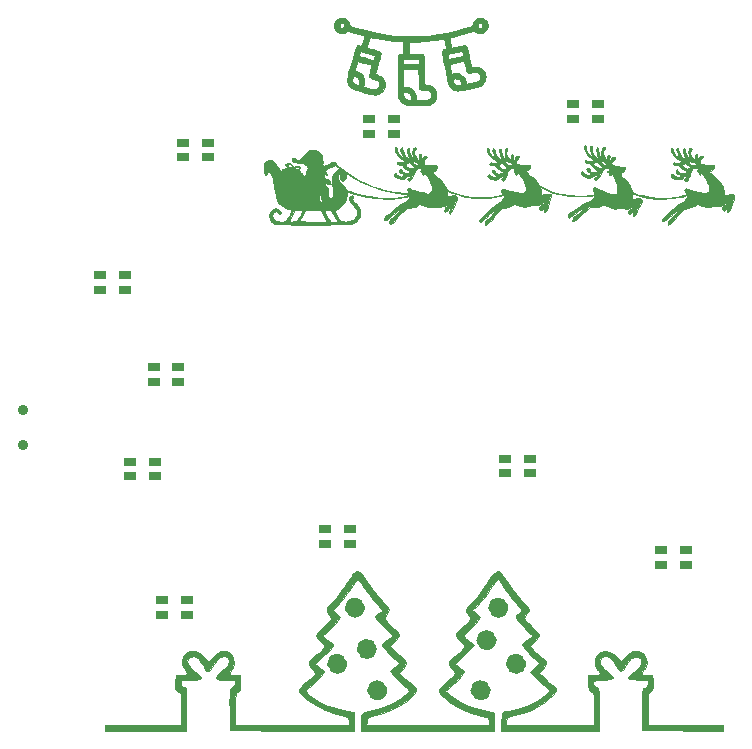
<source format=gbr>
%TF.GenerationSoftware,KiCad,Pcbnew,(5.1.10)-1*%
%TF.CreationDate,2021-10-19T21:24:24+02:00*%
%TF.ProjectId,TVZ_kuglica,54565a5f-6b75-4676-9c69-63612e6b6963,rev?*%
%TF.SameCoordinates,Original*%
%TF.FileFunction,Soldermask,Top*%
%TF.FilePolarity,Negative*%
%FSLAX46Y46*%
G04 Gerber Fmt 4.6, Leading zero omitted, Abs format (unit mm)*
G04 Created by KiCad (PCBNEW (5.1.10)-1) date 2021-10-19 21:24:24*
%MOMM*%
%LPD*%
G01*
G04 APERTURE LIST*
%ADD10C,1.000000*%
%ADD11C,0.010000*%
%ADD12C,0.900000*%
%ADD13R,1.100000X0.750000*%
G04 APERTURE END LIST*
D10*
X134500000Y-122000000D02*
G75*
G03*
X134500000Y-122000000I-353553J0D01*
G01*
X143250000Y-122000000D02*
G75*
G03*
X143250000Y-122000000I-353553J0D01*
G01*
X143750000Y-117750000D02*
G75*
G03*
X143750000Y-117750000I-353553J0D01*
G01*
X146250000Y-119750000D02*
G75*
G03*
X146250000Y-119750000I-353553J0D01*
G01*
X144750000Y-115000000D02*
G75*
G03*
X144750000Y-115000000I-353553J0D01*
G01*
X133603553Y-118500000D02*
G75*
G03*
X133603553Y-118500000I-353553J0D01*
G01*
X131103553Y-119750000D02*
G75*
G03*
X131103553Y-119750000I-353553J0D01*
G01*
X132603553Y-115000000D02*
G75*
G03*
X132603553Y-115000000I-353553J0D01*
G01*
D11*
%TO.C,G\u002A\u002A\u002A*%
G36*
X151795978Y-75869444D02*
G01*
X151819763Y-75997818D01*
X151820315Y-76022498D01*
X151853273Y-76220916D01*
X151936664Y-76428828D01*
X152050985Y-76606024D01*
X152146728Y-76695521D01*
X152245277Y-76749553D01*
X152301254Y-76760729D01*
X152302179Y-76759953D01*
X152297905Y-76704258D01*
X152263418Y-76583677D01*
X152221745Y-76466155D01*
X152150480Y-76227392D01*
X152139028Y-76049777D01*
X152187031Y-75941599D01*
X152245564Y-75913210D01*
X152313255Y-75916949D01*
X152317943Y-75983210D01*
X152310896Y-76012858D01*
X152302143Y-76179981D01*
X152343302Y-76374584D01*
X152421794Y-76571329D01*
X152525040Y-76744878D01*
X152640462Y-76869892D01*
X152755480Y-76921033D01*
X152761832Y-76921199D01*
X152809788Y-76919910D01*
X152828302Y-76900258D01*
X152816827Y-76838565D01*
X152774816Y-76711154D01*
X152755678Y-76655117D01*
X152707957Y-76464223D01*
X152691599Y-76282559D01*
X152705455Y-76135050D01*
X152748374Y-76046622D01*
X152784400Y-76032200D01*
X152834975Y-76060451D01*
X152847983Y-76158481D01*
X152844254Y-76219832D01*
X152852715Y-76353713D01*
X152889982Y-76515623D01*
X152945189Y-76675361D01*
X153007466Y-76802726D01*
X153065946Y-76867516D01*
X153078356Y-76870400D01*
X153101111Y-76824130D01*
X153115829Y-76703230D01*
X153119312Y-76545805D01*
X153124546Y-76343233D01*
X153151729Y-76210889D01*
X153207297Y-76118595D01*
X153211373Y-76114005D01*
X153315543Y-76022805D01*
X153387225Y-76022554D01*
X153427520Y-76085843D01*
X153414939Y-76178593D01*
X153346157Y-76268947D01*
X153275107Y-76355165D01*
X153254986Y-76456905D01*
X153268877Y-76583604D01*
X153311908Y-76730654D01*
X153385820Y-76886744D01*
X153472926Y-77022541D01*
X153555542Y-77108713D01*
X153594951Y-77124400D01*
X153616607Y-77080117D01*
X153616757Y-76969981D01*
X153612497Y-76931792D01*
X153611712Y-76766595D01*
X153661391Y-76677165D01*
X153747473Y-76643579D01*
X153804490Y-76689906D01*
X153820766Y-76795960D01*
X153796453Y-76910685D01*
X153763333Y-77059497D01*
X153762005Y-77184905D01*
X153778732Y-77257324D01*
X153800510Y-77247567D01*
X153842100Y-77149800D01*
X153916071Y-76979074D01*
X153981093Y-76882959D01*
X154055958Y-76838326D01*
X154103547Y-76827999D01*
X154231867Y-76830607D01*
X154275768Y-76884236D01*
X154234359Y-76982069D01*
X154137584Y-77089122D01*
X154010391Y-77239908D01*
X153955467Y-77375989D01*
X153977935Y-77480229D01*
X154011659Y-77510380D01*
X154112787Y-77549122D01*
X154281990Y-77591805D01*
X154486259Y-77632112D01*
X154692588Y-77663725D01*
X154867969Y-77680329D01*
X154905300Y-77681415D01*
X155041573Y-77688819D01*
X155104198Y-77718741D01*
X155120921Y-77787265D01*
X155121200Y-77806571D01*
X155074338Y-77962775D01*
X154948048Y-78080439D01*
X154871592Y-78113605D01*
X154760118Y-78183462D01*
X154742068Y-78292216D01*
X154817233Y-78439332D01*
X154985401Y-78624272D01*
X155118371Y-78742687D01*
X155278245Y-78906720D01*
X155431100Y-79113651D01*
X155560173Y-79334897D01*
X155648707Y-79541872D01*
X155680000Y-79700506D01*
X155695263Y-79771258D01*
X155749520Y-79833507D01*
X155855471Y-79893162D01*
X156025816Y-79956134D01*
X156273256Y-80028332D01*
X156526947Y-80094598D01*
X157230760Y-80230795D01*
X157972865Y-80296846D01*
X158722253Y-80292285D01*
X159447912Y-80216646D01*
X159827582Y-80144149D01*
X160054639Y-80090315D01*
X160196046Y-80045474D01*
X160265768Y-79998629D01*
X160277767Y-79938779D01*
X160246007Y-79854925D01*
X160231390Y-79826063D01*
X160175805Y-79698467D01*
X160150541Y-79600775D01*
X160150400Y-79596157D01*
X160188679Y-79513289D01*
X160284184Y-79488140D01*
X160407914Y-79524691D01*
X160454677Y-79554381D01*
X160581719Y-79617602D01*
X160759461Y-79670685D01*
X160863851Y-79689945D01*
X161076488Y-79728902D01*
X161314967Y-79786698D01*
X161439717Y-79823149D01*
X161657534Y-79886696D01*
X161812530Y-79912357D01*
X161935808Y-79900991D01*
X162058470Y-79853453D01*
X162083322Y-79840895D01*
X162174281Y-79782901D01*
X162218547Y-79708938D01*
X162232467Y-79583255D01*
X162233200Y-79513085D01*
X162227775Y-79368165D01*
X162205814Y-79238120D01*
X162158780Y-79100447D01*
X162078141Y-78932644D01*
X161955362Y-78712209D01*
X161881187Y-78584899D01*
X161747526Y-78370076D01*
X161647807Y-78242690D01*
X161575292Y-78197077D01*
X161523248Y-78227573D01*
X161503629Y-78267400D01*
X161447372Y-78337942D01*
X161391380Y-78320501D01*
X161369600Y-78237244D01*
X161326045Y-78135828D01*
X161268000Y-78104319D01*
X161178457Y-78060741D01*
X161186390Y-77994517D01*
X161223945Y-77950774D01*
X161270643Y-77861860D01*
X161238293Y-77790304D01*
X161149291Y-77747823D01*
X161026033Y-77746133D01*
X160909586Y-77786305D01*
X160806102Y-77882207D01*
X160714450Y-78030674D01*
X160661966Y-78183860D01*
X160657903Y-78226777D01*
X160634083Y-78341005D01*
X160574447Y-78494232D01*
X160495364Y-78653938D01*
X160413203Y-78787603D01*
X160344334Y-78862705D01*
X160335575Y-78867140D01*
X160239862Y-78859203D01*
X160170975Y-78814118D01*
X160122607Y-78752931D01*
X160136246Y-78699924D01*
X160221792Y-78622706D01*
X160231962Y-78614573D01*
X160325316Y-78522080D01*
X160332485Y-78457162D01*
X160322179Y-78444259D01*
X160260569Y-78433188D01*
X160154261Y-78490283D01*
X160044673Y-78575647D01*
X159910168Y-78681489D01*
X159806414Y-78733122D01*
X159688889Y-78744570D01*
X159544639Y-78733152D01*
X159327602Y-78688053D01*
X159152150Y-78609177D01*
X159032182Y-78508947D01*
X158981593Y-78399787D01*
X159014281Y-78294121D01*
X159031827Y-78274704D01*
X159090845Y-78254559D01*
X159167270Y-78312509D01*
X159201691Y-78352659D01*
X159360439Y-78482609D01*
X159548260Y-78538036D01*
X159689533Y-78522563D01*
X159779907Y-78463789D01*
X159778553Y-78383971D01*
X159689158Y-78296970D01*
X159619233Y-78258234D01*
X159466169Y-78161824D01*
X159406726Y-78057895D01*
X159420829Y-77962600D01*
X159482565Y-77892685D01*
X159562761Y-77907138D01*
X159635681Y-77998848D01*
X159646835Y-78025066D01*
X159705001Y-78139234D01*
X159759878Y-78202088D01*
X159880950Y-78236280D01*
X160041673Y-78234326D01*
X160187356Y-78197785D01*
X160204539Y-78189412D01*
X160291343Y-78112159D01*
X160277155Y-78027888D01*
X160162292Y-77937218D01*
X160044453Y-77879686D01*
X159859204Y-77778854D01*
X159752568Y-77673495D01*
X159740910Y-77649674D01*
X159696119Y-77574499D01*
X159616079Y-77539527D01*
X159468309Y-77530802D01*
X159464262Y-77530800D01*
X159456234Y-77530121D01*
X159921800Y-77530121D01*
X160087701Y-77682860D01*
X160232071Y-77793760D01*
X160365465Y-77831140D01*
X160532197Y-77806721D01*
X160544100Y-77803581D01*
X160640188Y-77749822D01*
X160645008Y-77675154D01*
X160562348Y-77594537D01*
X160480600Y-77552926D01*
X160365316Y-77486616D01*
X160305255Y-77416651D01*
X160302800Y-77403118D01*
X160269727Y-77337564D01*
X160182947Y-77341486D01*
X160061117Y-77413044D01*
X160041727Y-77428860D01*
X159921800Y-77530121D01*
X159456234Y-77530121D01*
X159297392Y-77516688D01*
X159213428Y-77471288D01*
X159202260Y-77451185D01*
X159198668Y-77350087D01*
X159265213Y-77301706D01*
X159377294Y-77322056D01*
X159390437Y-77328690D01*
X159503457Y-77363743D01*
X159644511Y-77346929D01*
X159700691Y-77331357D01*
X159800628Y-77294861D01*
X160525117Y-77294861D01*
X160534104Y-77341728D01*
X160602507Y-77420379D01*
X160720557Y-77478358D01*
X160858060Y-77510710D01*
X160984818Y-77512479D01*
X161070636Y-77478710D01*
X161090200Y-77432984D01*
X161046277Y-77371108D01*
X160937595Y-77302564D01*
X160798782Y-77241708D01*
X160664469Y-77202895D01*
X160569283Y-77200481D01*
X160552428Y-77210051D01*
X160525117Y-77294861D01*
X159800628Y-77294861D01*
X159823543Y-77286493D01*
X159891492Y-77246022D01*
X159896255Y-77236660D01*
X159854710Y-77196372D01*
X159746318Y-77126484D01*
X159605819Y-77048200D01*
X159405798Y-76925223D01*
X159260441Y-76782635D01*
X159147668Y-76616400D01*
X159030837Y-76383046D01*
X158992615Y-76204351D01*
X158993604Y-76184600D01*
X159018916Y-76070167D01*
X159060612Y-76050363D01*
X159111640Y-76120956D01*
X159164949Y-76277715D01*
X159167924Y-76289210D01*
X159265925Y-76521542D01*
X159422662Y-76731259D01*
X159608620Y-76878871D01*
X159608650Y-76878887D01*
X159689504Y-76911874D01*
X159718061Y-76888868D01*
X159693741Y-76800594D01*
X159615960Y-76637777D01*
X159590452Y-76588819D01*
X159486361Y-76355053D01*
X159455231Y-76188876D01*
X159497145Y-76091417D01*
X159553500Y-76067094D01*
X159617194Y-76077938D01*
X159640966Y-76158632D01*
X159642399Y-76207963D01*
X159675408Y-76393089D01*
X159761098Y-76597784D01*
X159879468Y-76786007D01*
X160010515Y-76921720D01*
X160053784Y-76949177D01*
X160163469Y-76998002D01*
X160227536Y-77011765D01*
X160230992Y-77009940D01*
X160224001Y-76956252D01*
X160186314Y-76834517D01*
X160125983Y-76670611D01*
X160123115Y-76663294D01*
X160039984Y-76419325D01*
X160014183Y-76251626D01*
X160045564Y-76152688D01*
X160112300Y-76117894D01*
X160172576Y-76126443D01*
X160197809Y-76198516D01*
X160201200Y-76284498D01*
X160221063Y-76433070D01*
X160272426Y-76593484D01*
X160342952Y-76742810D01*
X160420303Y-76858119D01*
X160492140Y-76916483D01*
X160536505Y-76907627D01*
X160540148Y-76848607D01*
X160522896Y-76724828D01*
X160506004Y-76641819D01*
X160480947Y-76430184D01*
X160499996Y-76247806D01*
X160557275Y-76116639D01*
X160646911Y-76058634D01*
X160662339Y-76057599D01*
X160741198Y-76093075D01*
X160755411Y-76180207D01*
X160702192Y-76290054D01*
X160686511Y-76308603D01*
X160638870Y-76431325D01*
X160658955Y-76596851D01*
X160739154Y-76779822D01*
X160871850Y-76954879D01*
X160884420Y-76967697D01*
X161066552Y-77149800D01*
X161052976Y-76897701D01*
X161050799Y-76743126D01*
X161071206Y-76662443D01*
X161122223Y-76628990D01*
X161134774Y-76626029D01*
X161188047Y-76623913D01*
X161211231Y-76661151D01*
X161209505Y-76760004D01*
X161195228Y-76885947D01*
X161184265Y-77063438D01*
X161198938Y-77171607D01*
X161232132Y-77202008D01*
X161276730Y-77146192D01*
X161316793Y-77030250D01*
X161394049Y-76838037D01*
X161496791Y-76743188D01*
X161621162Y-76742626D01*
X161712265Y-76796249D01*
X161703526Y-76862876D01*
X161627668Y-76919022D01*
X161548042Y-76999958D01*
X161477887Y-77131825D01*
X161468536Y-77157869D01*
X161433991Y-77286442D01*
X161443927Y-77359276D01*
X161490013Y-77405265D01*
X161589489Y-77443134D01*
X161758894Y-77475793D01*
X161966580Y-77500197D01*
X162180898Y-77513299D01*
X162370199Y-77512054D01*
X162475540Y-77500111D01*
X162587376Y-77485118D01*
X162631715Y-77517774D01*
X162639599Y-77620977D01*
X162639600Y-77621122D01*
X162613540Y-77747291D01*
X162522663Y-77867556D01*
X162449100Y-77933461D01*
X162258600Y-78091978D01*
X162535833Y-78332089D01*
X162812935Y-78578053D01*
X163021266Y-78779052D01*
X163173865Y-78950371D01*
X163283770Y-79107294D01*
X163364018Y-79265104D01*
X163392313Y-79336124D01*
X163458041Y-79539915D01*
X163508261Y-79744997D01*
X163526657Y-79860487D01*
X163543892Y-79999437D01*
X163561841Y-80088231D01*
X163567906Y-80101639D01*
X163622976Y-80098165D01*
X163741295Y-80067364D01*
X163821580Y-80041568D01*
X163993416Y-79996504D01*
X164151003Y-79976769D01*
X164198495Y-79978216D01*
X164294482Y-80009238D01*
X164344813Y-80082747D01*
X164349517Y-80210279D01*
X164308625Y-80403367D01*
X164222167Y-80673547D01*
X164200489Y-80734834D01*
X164089288Y-81038063D01*
X164001764Y-81256760D01*
X163931810Y-81403529D01*
X163873320Y-81490977D01*
X163820191Y-81531708D01*
X163813265Y-81534260D01*
X163773839Y-81529297D01*
X163760234Y-81466912D01*
X163769505Y-81328093D01*
X163774485Y-81284011D01*
X163790210Y-81132037D01*
X163788080Y-81066268D01*
X163764652Y-81072339D01*
X163733333Y-81112200D01*
X163642270Y-81237826D01*
X163588958Y-81310953D01*
X163497474Y-81384382D01*
X163415606Y-81369725D01*
X163365092Y-81279769D01*
X163360255Y-81176402D01*
X163404127Y-81032938D01*
X163515491Y-80944877D01*
X163603854Y-80885436D01*
X163686011Y-80804862D01*
X163740613Y-80729099D01*
X163746309Y-80684088D01*
X163733147Y-80680400D01*
X163679747Y-80707773D01*
X163572911Y-80777909D01*
X163491019Y-80835783D01*
X163366773Y-80918721D01*
X163258492Y-80963901D01*
X163128031Y-80980855D01*
X162937247Y-80979118D01*
X162919959Y-80978518D01*
X162695032Y-80982620D01*
X162470598Y-81006054D01*
X162322003Y-81036897D01*
X162199959Y-81069044D01*
X162098190Y-81079489D01*
X161986602Y-81064774D01*
X161835101Y-81021437D01*
X161654190Y-80960112D01*
X161227775Y-80812300D01*
X161014948Y-80953142D01*
X160905367Y-81017979D01*
X160783314Y-81070340D01*
X160626748Y-81116757D01*
X160413629Y-81163763D01*
X160121917Y-81217889D01*
X160121246Y-81218007D01*
X160049961Y-81264132D01*
X159929836Y-81378917D01*
X159772951Y-81549710D01*
X159591387Y-81763861D01*
X159541913Y-81824728D01*
X159319433Y-82096582D01*
X159147293Y-82295938D01*
X159015828Y-82432284D01*
X158915372Y-82515109D01*
X158836259Y-82553899D01*
X158792896Y-82560000D01*
X158743821Y-82516702D01*
X158728000Y-82435390D01*
X158752638Y-82273597D01*
X158815279Y-82138068D01*
X158899011Y-82060080D01*
X158935290Y-82052000D01*
X159010003Y-82015150D01*
X159123819Y-81920079D01*
X159255090Y-81790001D01*
X159382169Y-81648132D01*
X159483408Y-81517687D01*
X159537162Y-81421881D01*
X159540800Y-81402626D01*
X159533517Y-81361673D01*
X159504955Y-81353890D01*
X159445040Y-81386501D01*
X159343701Y-81466732D01*
X159190864Y-81601806D01*
X158976458Y-81798947D01*
X158936448Y-81836100D01*
X158696942Y-82052943D01*
X158518923Y-82199140D01*
X158394884Y-82278621D01*
X158317314Y-82295317D01*
X158278705Y-82253161D01*
X158270800Y-82184627D01*
X158284004Y-82096172D01*
X158332044Y-82005992D01*
X158427554Y-81899718D01*
X158583173Y-81762975D01*
X158778800Y-81606862D01*
X158968520Y-81451853D01*
X159156696Y-81286548D01*
X159304548Y-81145094D01*
X159312200Y-81137162D01*
X159472653Y-80998138D01*
X159676394Y-80859121D01*
X159827926Y-80775961D01*
X160067961Y-80639010D01*
X160224198Y-80489878D01*
X160314204Y-80309489D01*
X160335497Y-80224812D01*
X160350428Y-80125840D01*
X160323218Y-80095004D01*
X160229180Y-80114838D01*
X160194484Y-80125032D01*
X159910941Y-80194267D01*
X159559298Y-80258129D01*
X159173049Y-80312200D01*
X158785690Y-80352061D01*
X158430713Y-80373296D01*
X158294827Y-80375600D01*
X157722106Y-80357320D01*
X157193350Y-80298057D01*
X156656909Y-80191178D01*
X156445526Y-80138075D01*
X156165109Y-80063542D01*
X155968841Y-80013155D01*
X155841886Y-79988152D01*
X155769409Y-79989775D01*
X155736574Y-80019262D01*
X155728546Y-80077853D01*
X155730489Y-80166789D01*
X155730800Y-80197802D01*
X155734652Y-80341725D01*
X155754555Y-80406940D01*
X155803029Y-80416279D01*
X155845100Y-80406236D01*
X156132061Y-80345083D01*
X156346564Y-80341433D01*
X156484586Y-80394571D01*
X156542104Y-80503781D01*
X156543600Y-80530451D01*
X156520722Y-80619236D01*
X156459198Y-80771106D01*
X156369695Y-80965395D01*
X156262879Y-81181434D01*
X156149414Y-81398556D01*
X156039968Y-81596092D01*
X155945206Y-81753374D01*
X155875793Y-81849734D01*
X155852778Y-81869097D01*
X155798931Y-81874356D01*
X155786363Y-81816530D01*
X155796079Y-81735063D01*
X155826717Y-81574034D01*
X155859284Y-81442400D01*
X155873617Y-81376815D01*
X155852488Y-81373180D01*
X155783557Y-81437044D01*
X155718030Y-81505900D01*
X155581653Y-81637548D01*
X155489840Y-81687204D01*
X155430454Y-81657180D01*
X155395546Y-81567353D01*
X155405302Y-81419378D01*
X155498960Y-81294797D01*
X155656872Y-81217768D01*
X155774520Y-81154009D01*
X155832721Y-81086200D01*
X155864349Y-81017100D01*
X155852919Y-80993152D01*
X155785083Y-81016340D01*
X155647491Y-81088653D01*
X155585702Y-81122965D01*
X155450359Y-81195030D01*
X155347759Y-81230513D01*
X155239250Y-81234044D01*
X155086185Y-81210250D01*
X154999202Y-81193200D01*
X154783293Y-81157773D01*
X154620554Y-81153417D01*
X154467536Y-81179784D01*
X154434400Y-81188679D01*
X154318775Y-81216991D01*
X154223401Y-81222087D01*
X154118686Y-81198121D01*
X153975037Y-81139247D01*
X153821801Y-81067645D01*
X153589361Y-80963066D01*
X153418151Y-80905919D01*
X153281065Y-80893439D01*
X153150998Y-80922864D01*
X153013000Y-80985200D01*
X152816239Y-81055499D01*
X152567696Y-81084972D01*
X152468086Y-81086800D01*
X152122456Y-81086800D01*
X151514400Y-81671000D01*
X151261298Y-81909471D01*
X151068133Y-82079989D01*
X150926174Y-82189484D01*
X150826692Y-82244887D01*
X150778571Y-82255200D01*
X150674943Y-82228163D01*
X150650800Y-82176477D01*
X150678810Y-82050407D01*
X150747169Y-81921512D01*
X150832368Y-81826014D01*
X150896440Y-81798000D01*
X150975020Y-81766205D01*
X151101720Y-81684123D01*
X151251248Y-81571707D01*
X151398314Y-81448908D01*
X151517629Y-81335680D01*
X151580424Y-81258377D01*
X151599752Y-81191655D01*
X151547916Y-81186380D01*
X151431906Y-81239080D01*
X151258713Y-81346284D01*
X151035328Y-81504523D01*
X150940078Y-81576286D01*
X150740029Y-81724915D01*
X150563411Y-81848191D01*
X150428553Y-81933858D01*
X150353785Y-81969662D01*
X150351249Y-81969986D01*
X150280864Y-81929885D01*
X150253717Y-81836012D01*
X150255493Y-81755846D01*
X150293915Y-81686993D01*
X150386716Y-81609566D01*
X150548147Y-81505812D01*
X150731300Y-81388256D01*
X150957715Y-81235394D01*
X151189488Y-81073033D01*
X151283636Y-81005062D01*
X151525113Y-80841556D01*
X151746347Y-80715605D01*
X151921723Y-80641573D01*
X151941730Y-80636024D01*
X152160836Y-80547475D01*
X152348930Y-80410745D01*
X152477164Y-80249242D01*
X152506888Y-80177415D01*
X152522373Y-80092272D01*
X152484900Y-80081450D01*
X152447362Y-80095435D01*
X152366842Y-80110051D01*
X152203612Y-80125298D01*
X151976543Y-80139912D01*
X151704508Y-80152630D01*
X151480423Y-80160216D01*
X151093118Y-80167849D01*
X150779640Y-80165306D01*
X150512607Y-80151353D01*
X150264641Y-80124757D01*
X150083970Y-80097327D01*
X149416792Y-79959414D01*
X148809511Y-79780408D01*
X148331701Y-79589487D01*
X147958283Y-79416956D01*
X147990227Y-79705778D01*
X148013304Y-79869803D01*
X148039433Y-79990900D01*
X148056608Y-80032982D01*
X148120535Y-80040277D01*
X148244887Y-80015990D01*
X148326317Y-79991198D01*
X148558682Y-79932868D01*
X148732349Y-79933148D01*
X148837208Y-79990859D01*
X148863056Y-80053700D01*
X148851917Y-80168814D01*
X148799091Y-80374961D01*
X148705014Y-80670716D01*
X148570116Y-81054653D01*
X148507084Y-81226500D01*
X148424219Y-81404667D01*
X148350630Y-81487897D01*
X148295633Y-81482852D01*
X148268544Y-81396193D01*
X148278679Y-81234584D01*
X148311265Y-81086464D01*
X148359330Y-80909000D01*
X148273165Y-81033242D01*
X148149843Y-81202556D01*
X148062027Y-81297806D01*
X147994099Y-81332729D01*
X147940912Y-81325465D01*
X147877203Y-81254506D01*
X147858674Y-81139033D01*
X147888255Y-81026932D01*
X147920300Y-80988464D01*
X148000518Y-80923292D01*
X148115582Y-80829749D01*
X148136200Y-80812983D01*
X148223995Y-80725760D01*
X148254914Y-80661211D01*
X148250299Y-80650654D01*
X148190740Y-80653639D01*
X148100194Y-80714109D01*
X148097899Y-80716184D01*
X147947474Y-80832604D01*
X147790515Y-80900035D01*
X147591874Y-80929833D01*
X147422457Y-80934400D01*
X147201171Y-80947782D01*
X146980474Y-80982391D01*
X146847567Y-81018031D01*
X146726402Y-81057935D01*
X146629873Y-81073591D01*
X146526227Y-81062417D01*
X146383708Y-81021833D01*
X146222616Y-80967231D01*
X145993792Y-80891013D01*
X145835177Y-80849954D01*
X145721840Y-80843551D01*
X145628855Y-80871304D01*
X145531291Y-80932712D01*
X145503910Y-80952784D01*
X145232992Y-81104131D01*
X144942512Y-81181454D01*
X144833470Y-81188400D01*
X144721887Y-81201333D01*
X144613815Y-81247560D01*
X144496469Y-81338215D01*
X144357067Y-81484435D01*
X144182824Y-81697357D01*
X144047862Y-81872798D01*
X143824055Y-82156486D01*
X143631325Y-82377484D01*
X143476338Y-82528891D01*
X143365764Y-82603800D01*
X143335125Y-82610800D01*
X143285970Y-82569156D01*
X143261529Y-82515909D01*
X143260197Y-82359590D01*
X143335946Y-82204374D01*
X143470552Y-82086570D01*
X143479401Y-82081846D01*
X143582401Y-82007934D01*
X143710570Y-81888346D01*
X143842308Y-81747211D01*
X143956014Y-81608658D01*
X144030088Y-81496815D01*
X144046800Y-81448049D01*
X144030673Y-81400043D01*
X143977528Y-81405346D01*
X143880220Y-81468995D01*
X143731601Y-81596029D01*
X143524526Y-81791488D01*
X143433066Y-81880779D01*
X143196762Y-82105694D01*
X143022497Y-82254796D01*
X142907357Y-82330402D01*
X142855981Y-82339573D01*
X142783516Y-82282643D01*
X142786792Y-82192268D01*
X142868794Y-82063193D01*
X143032508Y-81890165D01*
X143195900Y-81741328D01*
X143389310Y-81567486D01*
X143572962Y-81394666D01*
X143721248Y-81247339D01*
X143786096Y-81177348D01*
X143921375Y-81052757D01*
X144108691Y-80918528D01*
X144298701Y-80808456D01*
X144547581Y-80662973D01*
X144712325Y-80513307D01*
X144809491Y-80341744D01*
X144840764Y-80228479D01*
X144870101Y-80081793D01*
X144394950Y-80185336D01*
X144053504Y-80240685D01*
X143641432Y-80277453D01*
X143188027Y-80295470D01*
X142722580Y-80294568D01*
X142274383Y-80274577D01*
X141872729Y-80235330D01*
X141659200Y-80201111D01*
X141321433Y-80123463D01*
X140927801Y-80012911D01*
X140514160Y-79880254D01*
X140119252Y-79737403D01*
X140062989Y-79726930D01*
X140039640Y-79768456D01*
X140040328Y-79883773D01*
X140043052Y-79924418D01*
X140053121Y-80035570D01*
X140076902Y-80103316D01*
X140133784Y-80134237D01*
X140243156Y-80134912D01*
X140424407Y-80111919D01*
X140543597Y-80094264D01*
X140701065Y-80080470D01*
X140795609Y-80102564D01*
X140846125Y-80146669D01*
X140880205Y-80204747D01*
X140884373Y-80280615D01*
X140855661Y-80400395D01*
X140797891Y-80571169D01*
X140702829Y-80824288D01*
X140601110Y-81071606D01*
X140501100Y-81295260D01*
X140411166Y-81477386D01*
X140339674Y-81600119D01*
X140294989Y-81645595D01*
X140294723Y-81645600D01*
X140233122Y-81604329D01*
X140226379Y-81487625D01*
X140267552Y-81328100D01*
X140302310Y-81208936D01*
X140308593Y-81142534D01*
X140303430Y-81137600D01*
X140255322Y-81172626D01*
X140166356Y-81261981D01*
X140106768Y-81328100D01*
X139995458Y-81441824D01*
X139921864Y-81478698D01*
X139881513Y-81461288D01*
X139836418Y-81356027D01*
X139849546Y-81221207D01*
X139911325Y-81102942D01*
X139964682Y-81060593D01*
X140139538Y-80950043D01*
X140227902Y-80837864D01*
X140236800Y-80792324D01*
X140223243Y-80749443D01*
X140170166Y-80776290D01*
X140122500Y-80817596D01*
X139984778Y-80925928D01*
X139841685Y-80992341D01*
X139662377Y-81026035D01*
X139416012Y-81036207D01*
X139389239Y-81036283D01*
X139167759Y-81043481D01*
X138959005Y-81062152D01*
X138805925Y-81088365D01*
X138798604Y-81090325D01*
X138693741Y-81111929D01*
X138587307Y-81111113D01*
X138452567Y-81083567D01*
X138262781Y-81024982D01*
X138145775Y-80985088D01*
X137686541Y-80826091D01*
X137492264Y-80960725D01*
X137313681Y-81055036D01*
X137085057Y-81117044D01*
X136925893Y-81141163D01*
X136794116Y-81158603D01*
X136685621Y-81181034D01*
X136588230Y-81218080D01*
X136489765Y-81279370D01*
X136378049Y-81374528D01*
X136240904Y-81513183D01*
X136066153Y-81704960D01*
X135841619Y-81959486D01*
X135731018Y-82085726D01*
X135523070Y-82306274D01*
X135362614Y-82438403D01*
X135248429Y-82482848D01*
X135179289Y-82440348D01*
X135171376Y-82423112D01*
X135166599Y-82288315D01*
X135226669Y-82143321D01*
X135331162Y-82033171D01*
X135354174Y-82019988D01*
X135455263Y-81951887D01*
X135588179Y-81839499D01*
X135731935Y-81703763D01*
X135865546Y-81565618D01*
X135968028Y-81446003D01*
X136018394Y-81365856D01*
X136020400Y-81355235D01*
X136011872Y-81310128D01*
X135979492Y-81301594D01*
X135913061Y-81336411D01*
X135802381Y-81421356D01*
X135637253Y-81563209D01*
X135433373Y-81745389D01*
X135193464Y-81955615D01*
X135013565Y-82097548D01*
X134883948Y-82176787D01*
X134794888Y-82198927D01*
X134736657Y-82169564D01*
X134724719Y-82153145D01*
X134709603Y-82056620D01*
X134775083Y-81937305D01*
X134925786Y-81789092D01*
X135106803Y-81648525D01*
X135326059Y-81481186D01*
X135567281Y-81285085D01*
X135779223Y-81101914D01*
X135784231Y-81097383D01*
X135987928Y-80929711D01*
X136178833Y-80803084D01*
X136316929Y-80739679D01*
X136491546Y-80660471D01*
X136652679Y-80542173D01*
X136774651Y-80408455D01*
X136831782Y-80282992D01*
X136833200Y-80263742D01*
X136819975Y-80195333D01*
X136760957Y-80179267D01*
X136668100Y-80194474D01*
X136297607Y-80268788D01*
X135987028Y-80320262D01*
X135702461Y-80351875D01*
X135410007Y-80366603D01*
X135075765Y-80367424D01*
X134775800Y-80360661D01*
X134423659Y-80348111D01*
X134113447Y-80330258D01*
X133827948Y-80303919D01*
X133549949Y-80265906D01*
X133262234Y-80213035D01*
X132947589Y-80142120D01*
X132588800Y-80049975D01*
X132168651Y-79933415D01*
X131669929Y-79789254D01*
X131638900Y-79780174D01*
X131584089Y-79778901D01*
X131557631Y-79831939D01*
X131550084Y-79961228D01*
X131550000Y-79986769D01*
X131503931Y-80324376D01*
X131375145Y-80646140D01*
X131177771Y-80929681D01*
X130925937Y-81152619D01*
X130753449Y-81248481D01*
X130624175Y-81315347D01*
X130545327Y-81374798D01*
X130534000Y-81395665D01*
X130560940Y-81490133D01*
X130630929Y-81638252D01*
X130727717Y-81811175D01*
X130835054Y-81980054D01*
X130936689Y-82116040D01*
X130945567Y-82126324D01*
X131036635Y-82222882D01*
X131118308Y-82276585D01*
X131224942Y-82299816D01*
X131390893Y-82304957D01*
X131440962Y-82304884D01*
X131792388Y-82268321D01*
X132071819Y-82161804D01*
X132277927Y-81986257D01*
X132409387Y-81742601D01*
X132444664Y-81606653D01*
X132452437Y-81446827D01*
X132405996Y-81290726D01*
X132295821Y-81120070D01*
X132112389Y-80916584D01*
X132055914Y-80860346D01*
X131898170Y-80697741D01*
X131804838Y-80577432D01*
X131761523Y-80477589D01*
X131753200Y-80401177D01*
X131790611Y-80241012D01*
X131886582Y-80121006D01*
X132016715Y-80070933D01*
X132023900Y-80070799D01*
X132088139Y-80110248D01*
X132109322Y-80196230D01*
X132080209Y-80280200D01*
X132058000Y-80299400D01*
X132014141Y-80350993D01*
X132027133Y-80427216D01*
X132103528Y-80540202D01*
X132249878Y-80702086D01*
X132306984Y-80760564D01*
X132531797Y-81026049D01*
X132661650Y-81278617D01*
X132699490Y-81532491D01*
X132648265Y-81801896D01*
X132564072Y-82001200D01*
X132454678Y-82179226D01*
X132315470Y-82311929D01*
X132114923Y-82427497D01*
X132057086Y-82454491D01*
X132007593Y-82475651D01*
X131954267Y-82493710D01*
X131889090Y-82508917D01*
X131804042Y-82521521D01*
X131691103Y-82531770D01*
X131542254Y-82539913D01*
X131349475Y-82546199D01*
X131104748Y-82550876D01*
X130800053Y-82554193D01*
X130427370Y-82556399D01*
X129978679Y-82557742D01*
X129445963Y-82558471D01*
X128821200Y-82558835D01*
X128690476Y-82558884D01*
X128046321Y-82558991D01*
X127495850Y-82558667D01*
X127031147Y-82557684D01*
X126644296Y-82555816D01*
X126327382Y-82552834D01*
X126072488Y-82548511D01*
X125871699Y-82542620D01*
X125717100Y-82534932D01*
X125600773Y-82525220D01*
X125514804Y-82513258D01*
X125451276Y-82498816D01*
X125402274Y-82481668D01*
X125363076Y-82463234D01*
X125158243Y-82305627D01*
X125034208Y-82089419D01*
X124996799Y-81851139D01*
X125037033Y-81597771D01*
X125148768Y-81392826D01*
X125318553Y-81251731D01*
X125532938Y-81189916D01*
X125574579Y-81188400D01*
X125692716Y-81220435D01*
X125826369Y-81299622D01*
X125942467Y-81400581D01*
X126007940Y-81497931D01*
X126012800Y-81524710D01*
X125976779Y-81607197D01*
X125888346Y-81626720D01*
X125776944Y-81580501D01*
X125740241Y-81550426D01*
X125631628Y-81472930D01*
X125539625Y-81442400D01*
X125410609Y-81488459D01*
X125309381Y-81608253D01*
X125256059Y-81774207D01*
X125252415Y-81836100D01*
X125281897Y-82032664D01*
X125372800Y-82171283D01*
X125534600Y-82258293D01*
X125776774Y-82300034D01*
X125954961Y-82306000D01*
X126143330Y-82303445D01*
X126262426Y-82287813D01*
X126279200Y-82279510D01*
X126673200Y-82279510D01*
X126719127Y-82294097D01*
X126837462Y-82303718D01*
X126949198Y-82306000D01*
X127113718Y-82300561D01*
X127219969Y-82270688D01*
X127230423Y-82262063D01*
X127536800Y-82262063D01*
X127585140Y-82275103D01*
X127720326Y-82287883D01*
X127927603Y-82299627D01*
X128192219Y-82309561D01*
X128499419Y-82316909D01*
X128616300Y-82318755D01*
X128939314Y-82323669D01*
X129228961Y-82329011D01*
X129469468Y-82334413D01*
X129645063Y-82339509D01*
X129739976Y-82343931D01*
X129750833Y-82345165D01*
X129829261Y-82331597D01*
X129838232Y-82324434D01*
X129833599Y-82266220D01*
X129780052Y-82165485D01*
X129767792Y-82147690D01*
X129693674Y-82026462D01*
X129600681Y-81851075D01*
X129514787Y-81672056D01*
X129410499Y-81442054D01*
X129677972Y-81442054D01*
X129724583Y-81577356D01*
X129766924Y-81671000D01*
X129884466Y-81889477D01*
X130018129Y-82083442D01*
X130150838Y-82231700D01*
X130265520Y-82313056D01*
X130290224Y-82320624D01*
X130469959Y-82344522D01*
X130628365Y-82347647D01*
X130734117Y-82330425D01*
X130757483Y-82314278D01*
X130749680Y-82247187D01*
X130696981Y-82153371D01*
X130629865Y-82049496D01*
X130536152Y-81889312D01*
X130435731Y-81706850D01*
X130432400Y-81700592D01*
X130254600Y-81366200D01*
X129962500Y-81349426D01*
X129786379Y-81345436D01*
X129695054Y-81370529D01*
X129677972Y-81442054D01*
X129410499Y-81442054D01*
X129364588Y-81340800D01*
X128052772Y-81340800D01*
X127889710Y-81694568D01*
X127797954Y-81878259D01*
X127707839Y-82033240D01*
X127637406Y-82128764D01*
X127631723Y-82134241D01*
X127559206Y-82214812D01*
X127536800Y-82262063D01*
X127230423Y-82262063D01*
X127310439Y-82196047D01*
X127400273Y-82090100D01*
X127534320Y-81906667D01*
X127653648Y-81711273D01*
X127743282Y-81531594D01*
X127788251Y-81395309D01*
X127790800Y-81368223D01*
X127770014Y-81324195D01*
X127694534Y-81299909D01*
X127544674Y-81290602D01*
X127467650Y-81290000D01*
X127144500Y-81290000D01*
X127033374Y-81582100D01*
X126949301Y-81779114D01*
X126853442Y-81969572D01*
X126797724Y-82063610D01*
X126722475Y-82183489D01*
X126678179Y-82264533D01*
X126673200Y-82279510D01*
X126279200Y-82279510D01*
X126344572Y-82247152D01*
X126422090Y-82169512D01*
X126465943Y-82117059D01*
X126598949Y-81930345D01*
X126717742Y-81719240D01*
X126804259Y-81519279D01*
X126839103Y-81383047D01*
X126832630Y-81319218D01*
X126781461Y-81275345D01*
X126663829Y-81238444D01*
X126558034Y-81215419D01*
X126248574Y-81112576D01*
X125978702Y-80946346D01*
X125773971Y-80733811D01*
X125726928Y-80659773D01*
X125649935Y-80475855D01*
X125573143Y-80198028D01*
X125553165Y-80101133D01*
X129186616Y-80101133D01*
X129192878Y-80308536D01*
X129210716Y-80439185D01*
X129245574Y-80517742D01*
X129287556Y-80558333D01*
X129400533Y-80622268D01*
X129453417Y-80606253D01*
X129445533Y-80515300D01*
X129419195Y-80401723D01*
X129387429Y-80232361D01*
X129367521Y-80110704D01*
X129337891Y-79943480D01*
X129308004Y-79815831D01*
X129290515Y-79767804D01*
X129241009Y-79716427D01*
X129208070Y-79753483D01*
X129190399Y-79883137D01*
X129186616Y-80101133D01*
X125553165Y-80101133D01*
X125496005Y-79823909D01*
X125417975Y-79351111D01*
X125400648Y-79233704D01*
X125395681Y-79205178D01*
X129675069Y-79205178D01*
X129716673Y-79254673D01*
X129771388Y-79272559D01*
X129871303Y-79342566D01*
X129936939Y-79494890D01*
X129970114Y-79735292D01*
X129975200Y-79918332D01*
X129977138Y-80102294D01*
X129988936Y-80208427D01*
X130019564Y-80260503D01*
X130077996Y-80282288D01*
X130114900Y-80288414D01*
X130229979Y-80306571D01*
X130290312Y-80317188D01*
X130325032Y-80278536D01*
X130367408Y-80172925D01*
X130378928Y-80134300D01*
X130429440Y-79775379D01*
X130400018Y-79399085D01*
X130335981Y-79235505D01*
X130212325Y-79154083D01*
X130066095Y-79149519D01*
X129953958Y-79136377D01*
X129869134Y-79103210D01*
X129775040Y-79070357D01*
X129718921Y-79107849D01*
X129715517Y-79113055D01*
X129675069Y-79205178D01*
X125395681Y-79205178D01*
X125353034Y-78960259D01*
X125292744Y-78695100D01*
X125226104Y-78459927D01*
X125159441Y-78276446D01*
X125099082Y-78166358D01*
X125085538Y-78152703D01*
X124988545Y-78100112D01*
X124895200Y-78067089D01*
X124878395Y-78064200D01*
X125098400Y-78064200D01*
X125123800Y-78089600D01*
X125149200Y-78064200D01*
X125123800Y-78038800D01*
X125098400Y-78064200D01*
X124878395Y-78064200D01*
X124821805Y-78054472D01*
X124828178Y-78074393D01*
X124854384Y-78129872D01*
X124806531Y-78223831D01*
X124792502Y-78242821D01*
X124721001Y-78325604D01*
X124669048Y-78332584D01*
X124611629Y-78284391D01*
X124553093Y-78169417D01*
X124525700Y-78013400D01*
X124996800Y-78013400D01*
X125022200Y-78038800D01*
X125047600Y-78013400D01*
X125022200Y-77988000D01*
X124996800Y-78013400D01*
X124525700Y-78013400D01*
X124521522Y-77989609D01*
X124516865Y-77778076D01*
X124529573Y-77657800D01*
X125250800Y-77657800D01*
X125276200Y-77683200D01*
X125301600Y-77657800D01*
X125276200Y-77632400D01*
X125250800Y-77657800D01*
X124529573Y-77657800D01*
X124539069Y-77567925D01*
X124588082Y-77392264D01*
X124613114Y-77342453D01*
X124761194Y-77174007D01*
X124937235Y-77097141D01*
X125126948Y-77111036D01*
X125316044Y-77214873D01*
X125479283Y-77392087D01*
X125563351Y-77520632D01*
X125612830Y-77615816D01*
X125618983Y-77645100D01*
X125643289Y-77682329D01*
X125652873Y-77683200D01*
X125705019Y-77721180D01*
X125794443Y-77820092D01*
X125887552Y-77939587D01*
X126008730Y-78092854D01*
X126082746Y-78159037D01*
X126108511Y-78137836D01*
X126084937Y-78028950D01*
X126072116Y-77990593D01*
X126041821Y-77884429D01*
X126062877Y-77842652D01*
X126139444Y-77835600D01*
X126246012Y-77816404D01*
X126292315Y-77784613D01*
X126360313Y-77754812D01*
X126447713Y-77759213D01*
X126597235Y-77790148D01*
X126711299Y-77813794D01*
X126800997Y-77824382D01*
X126809949Y-77806579D01*
X126792226Y-77795399D01*
X127109130Y-77795399D01*
X127175064Y-77828290D01*
X127276803Y-77835600D01*
X127412042Y-77825313D01*
X127497940Y-77799709D01*
X127507842Y-77790555D01*
X127508485Y-77721866D01*
X127439550Y-77674648D01*
X127332843Y-77663731D01*
X127268513Y-77678974D01*
X127140143Y-77743051D01*
X127109130Y-77795399D01*
X126792226Y-77795399D01*
X126751702Y-77769837D01*
X126639799Y-77723608D01*
X126533500Y-77689724D01*
X126378478Y-77625272D01*
X126333206Y-77561052D01*
X126533509Y-77561052D01*
X126592367Y-77640887D01*
X126657765Y-77674044D01*
X126817736Y-77722057D01*
X126903100Y-77718791D01*
X126927200Y-77667509D01*
X126884168Y-77539339D01*
X126779157Y-77453275D01*
X126670872Y-77437075D01*
X126560204Y-77483605D01*
X126533509Y-77561052D01*
X126333206Y-77561052D01*
X126322283Y-77545558D01*
X126362700Y-77445991D01*
X126397428Y-77407428D01*
X126528616Y-77338519D01*
X126681375Y-77344238D01*
X126826596Y-77411157D01*
X126935174Y-77525845D01*
X126977999Y-77674873D01*
X126978000Y-77675294D01*
X126978000Y-77787841D01*
X127123007Y-77680633D01*
X127275026Y-77602002D01*
X127415216Y-77585577D01*
X127519071Y-77628380D01*
X127562085Y-77727434D01*
X127562200Y-77734000D01*
X127544791Y-77823860D01*
X127473345Y-77870273D01*
X127384400Y-77889029D01*
X127206600Y-77917058D01*
X127422500Y-77956994D01*
X127573419Y-78000142D01*
X127635354Y-78060467D01*
X127638400Y-78081845D01*
X127677934Y-78172670D01*
X127743945Y-78232674D01*
X127813190Y-78285097D01*
X127816081Y-78340461D01*
X127763024Y-78430555D01*
X127707804Y-78519932D01*
X127711417Y-78544099D01*
X127771778Y-78523497D01*
X127895888Y-78477656D01*
X127950209Y-78460399D01*
X128011646Y-78399339D01*
X128047721Y-78329932D01*
X129620293Y-78329932D01*
X129668937Y-78512105D01*
X129811011Y-78668246D01*
X129905335Y-78730998D01*
X130032817Y-78816852D01*
X130113217Y-78892429D01*
X130127600Y-78922467D01*
X130164649Y-79013940D01*
X130245192Y-79089052D01*
X130296704Y-79105600D01*
X130318609Y-79059904D01*
X130319196Y-78939252D01*
X130310050Y-78850508D01*
X130300351Y-78637362D01*
X130319349Y-78554020D01*
X130784558Y-78554020D01*
X130833563Y-78741552D01*
X130965430Y-78954730D01*
X131138279Y-79147557D01*
X131288989Y-79302110D01*
X131419183Y-79447207D01*
X131504195Y-79555140D01*
X131512368Y-79567781D01*
X131567948Y-79633641D01*
X131658777Y-79692494D01*
X131803417Y-79752938D01*
X132020430Y-79823572D01*
X132143013Y-79859915D01*
X132813161Y-80039612D01*
X133436567Y-80175772D01*
X133994067Y-80264265D01*
X134049490Y-80270792D01*
X134311577Y-80290558D01*
X134636599Y-80300130D01*
X134996499Y-80300140D01*
X135363219Y-80291224D01*
X135708702Y-80274015D01*
X136004890Y-80249148D01*
X136198200Y-80222230D01*
X136517217Y-80158154D01*
X136737809Y-80101976D01*
X136858940Y-80053994D01*
X136884000Y-80025272D01*
X136836629Y-80005756D01*
X136708012Y-79984257D01*
X136518394Y-79963518D01*
X136312500Y-79947784D01*
X135409849Y-79840993D01*
X134509905Y-79635690D01*
X133621398Y-79334784D01*
X132753057Y-78941185D01*
X131992807Y-78508088D01*
X131781036Y-78376407D01*
X131640194Y-78294388D01*
X131555970Y-78256402D01*
X131514055Y-78256822D01*
X131500139Y-78290020D01*
X131499200Y-78313944D01*
X131471378Y-78504127D01*
X131398670Y-78674988D01*
X131297208Y-78799692D01*
X131183125Y-78851404D01*
X131175968Y-78851600D01*
X131096814Y-78806256D01*
X131030641Y-78691922D01*
X130993994Y-78541148D01*
X130991200Y-78488138D01*
X130974179Y-78349547D01*
X130927122Y-78303982D01*
X130856031Y-78354514D01*
X130822520Y-78401830D01*
X130784558Y-78554020D01*
X130319349Y-78554020D01*
X130342927Y-78450590D01*
X130373668Y-78375098D01*
X130463937Y-78224477D01*
X130590093Y-78077157D01*
X130726185Y-77958100D01*
X130846264Y-77892269D01*
X130881695Y-77886400D01*
X130937592Y-77861719D01*
X130908729Y-77791479D01*
X130798067Y-77681384D01*
X130758269Y-77648544D01*
X130576139Y-77502434D01*
X130186769Y-77696115D01*
X130003344Y-77792279D01*
X129854383Y-77879490D01*
X129764449Y-77943041D01*
X129751728Y-77956579D01*
X129740918Y-78056931D01*
X129788518Y-78188659D01*
X129870979Y-78353956D01*
X129745289Y-78322410D01*
X129652266Y-78311948D01*
X129620293Y-78329932D01*
X128047721Y-78329932D01*
X128083604Y-78260897D01*
X128142241Y-78104830D01*
X128251063Y-77773333D01*
X128085360Y-77557483D01*
X127977174Y-77428771D01*
X127886267Y-77364740D01*
X127775834Y-77344060D01*
X127715529Y-77343165D01*
X127445153Y-77332021D01*
X127210181Y-77297483D01*
X127031398Y-77244227D01*
X126929590Y-77176925D01*
X126921539Y-77164623D01*
X126899103Y-77050305D01*
X126948498Y-76967779D01*
X127041966Y-76928729D01*
X127151749Y-76944836D01*
X127249317Y-77026676D01*
X127360270Y-77116904D01*
X127494314Y-77112982D01*
X127643566Y-77017525D01*
X127790285Y-76847236D01*
X127992642Y-76580759D01*
X128166789Y-76396640D01*
X128324784Y-76283958D01*
X128467513Y-76233752D01*
X128743362Y-76218250D01*
X128983728Y-76289058D01*
X129209394Y-76453015D01*
X129247597Y-76490447D01*
X129369664Y-76622095D01*
X129429986Y-76717004D01*
X129443223Y-76805402D01*
X129433511Y-76873744D01*
X129425061Y-77003429D01*
X129472519Y-77074889D01*
X129484968Y-77082533D01*
X129550680Y-77158875D01*
X129566060Y-77256915D01*
X129526795Y-77330335D01*
X129508860Y-77339113D01*
X129473013Y-77390556D01*
X129496960Y-77472394D01*
X129565210Y-77546800D01*
X129601854Y-77566166D01*
X129694484Y-77560026D01*
X129853380Y-77505124D01*
X130047660Y-77414089D01*
X130294068Y-77304245D01*
X130477161Y-77259652D01*
X130592443Y-77280600D01*
X130635416Y-77367384D01*
X130635600Y-77375822D01*
X130676276Y-77461072D01*
X130783316Y-77575713D01*
X130934241Y-77699850D01*
X131106569Y-77813589D01*
X131169119Y-77847953D01*
X131311383Y-77940282D01*
X131423119Y-78039338D01*
X131516072Y-78117236D01*
X131681411Y-78231202D01*
X131901265Y-78370659D01*
X132157761Y-78525028D01*
X132433027Y-78683733D01*
X132709190Y-78836196D01*
X132968379Y-78971839D01*
X133142507Y-79056934D01*
X133483365Y-79203610D01*
X133884408Y-79355502D01*
X134310270Y-79500718D01*
X134725587Y-79627366D01*
X135094994Y-79723558D01*
X135182200Y-79742749D01*
X135408396Y-79780935D01*
X135693652Y-79815995D01*
X135995439Y-79843190D01*
X136186916Y-79854706D01*
X136785232Y-79881663D01*
X136730942Y-79738871D01*
X136699718Y-79614521D01*
X136702532Y-79528639D01*
X136770031Y-79469293D01*
X136877365Y-79473830D01*
X136988136Y-79538965D01*
X137004772Y-79555918D01*
X137118895Y-79626031D01*
X137298703Y-79674234D01*
X137345809Y-79680876D01*
X137523784Y-79713504D01*
X137749060Y-79770530D01*
X137974117Y-79839868D01*
X137982867Y-79842874D01*
X138188769Y-79909510D01*
X138330859Y-79941104D01*
X138439081Y-79941762D01*
X138534641Y-79918518D01*
X138693523Y-79820354D01*
X138775118Y-79656261D01*
X138779411Y-79426273D01*
X138759961Y-79317963D01*
X138710344Y-79163443D01*
X138625127Y-78959993D01*
X138518837Y-78736690D01*
X138406002Y-78522610D01*
X138301148Y-78346826D01*
X138222367Y-78242000D01*
X138158262Y-78193497D01*
X138112077Y-78230655D01*
X138097799Y-78254699D01*
X138027082Y-78333879D01*
X137971046Y-78323071D01*
X137950800Y-78237244D01*
X137907245Y-78135828D01*
X137849200Y-78104319D01*
X137760061Y-78059325D01*
X137768917Y-77992634D01*
X137824426Y-77936680D01*
X137872875Y-77865708D01*
X137843606Y-77803459D01*
X137734298Y-77735918D01*
X137604370Y-77752398D01*
X137468819Y-77841767D01*
X137342640Y-77992893D01*
X137240829Y-78194644D01*
X137215307Y-78269865D01*
X137121066Y-78525678D01*
X137015171Y-78715863D01*
X136906217Y-78827362D01*
X136832352Y-78851600D01*
X136726337Y-78819569D01*
X136694483Y-78740711D01*
X136739953Y-78640880D01*
X136799818Y-78585853D01*
X136884043Y-78506576D01*
X136908584Y-78444986D01*
X136906663Y-78440772D01*
X136862466Y-78401033D01*
X136794970Y-78413525D01*
X136684079Y-78485299D01*
X136604600Y-78546800D01*
X136381970Y-78663302D01*
X136132928Y-78696093D01*
X135884683Y-78647756D01*
X135664448Y-78520876D01*
X135591995Y-78450629D01*
X135527362Y-78366652D01*
X135531706Y-78309021D01*
X135579503Y-78254725D01*
X135638388Y-78207430D01*
X135692362Y-78214405D01*
X135770926Y-78285413D01*
X135814544Y-78332506D01*
X135980915Y-78458829D01*
X136158496Y-78498252D01*
X136323180Y-78447523D01*
X136367062Y-78401979D01*
X136340671Y-78340372D01*
X136303780Y-78297198D01*
X136200032Y-78207928D01*
X136119993Y-78165163D01*
X136021571Y-78093486D01*
X135992035Y-77986607D01*
X136025743Y-77905361D01*
X136104769Y-77842550D01*
X136173438Y-77869664D01*
X136243178Y-77991876D01*
X136249440Y-78006619D01*
X136358258Y-78151336D01*
X136518216Y-78219019D01*
X136705908Y-78201665D01*
X136759256Y-78180928D01*
X136857397Y-78106864D01*
X136855616Y-78021074D01*
X136754689Y-77925369D01*
X136617933Y-77849849D01*
X136440305Y-77742813D01*
X136353387Y-77630445D01*
X136346332Y-77608081D01*
X136312350Y-77526315D01*
X136268178Y-77502341D01*
X136539275Y-77502341D01*
X136597343Y-77587367D01*
X136667580Y-77655744D01*
X136794892Y-77737656D01*
X136943976Y-77783868D01*
X137086597Y-77792779D01*
X137194519Y-77762789D01*
X137239507Y-77692297D01*
X137239600Y-77688169D01*
X137191083Y-77595072D01*
X137082727Y-77536852D01*
X136964095Y-77467877D01*
X136898644Y-77378101D01*
X136898459Y-77377406D01*
X136877283Y-77329816D01*
X137151914Y-77329816D01*
X137237435Y-77430919D01*
X137397908Y-77499787D01*
X137582500Y-77525736D01*
X137675714Y-77501599D01*
X137696800Y-77455455D01*
X137654748Y-77392830D01*
X137546301Y-77310509D01*
X137441740Y-77250862D01*
X137295067Y-77180282D01*
X137212979Y-77155556D01*
X137171392Y-77172935D01*
X137154255Y-77206112D01*
X137151914Y-77329816D01*
X136877283Y-77329816D01*
X136864409Y-77300885D01*
X136839431Y-77289052D01*
X136775375Y-77321552D01*
X136668100Y-77375484D01*
X136562846Y-77439782D01*
X136539275Y-77502341D01*
X136268178Y-77502341D01*
X136243898Y-77489164D01*
X136108682Y-77480020D01*
X136097313Y-77479999D01*
X135930248Y-77459583D01*
X135817802Y-77406584D01*
X135776351Y-77333381D01*
X135810460Y-77263219D01*
X135881448Y-77229818D01*
X135975952Y-77268978D01*
X136083087Y-77302536D01*
X136221962Y-77306967D01*
X136357063Y-77286711D01*
X136452874Y-77246209D01*
X136477600Y-77206257D01*
X136435586Y-77150271D01*
X136328462Y-77075969D01*
X136250229Y-77034180D01*
X136066190Y-76910209D01*
X135896960Y-76735276D01*
X135756706Y-76532700D01*
X135659595Y-76325800D01*
X135619793Y-76137895D01*
X135636129Y-76023313D01*
X135668957Y-75959214D01*
X135707605Y-75980475D01*
X135738305Y-76020562D01*
X135789761Y-76129219D01*
X135831321Y-76281192D01*
X135836525Y-76310457D01*
X135912937Y-76517955D01*
X136053840Y-76690395D01*
X136201716Y-76819458D01*
X136296156Y-76870601D01*
X136333073Y-76844479D01*
X136308383Y-76741746D01*
X136268658Y-76655946D01*
X136151316Y-76395832D01*
X136101884Y-76207532D01*
X136119622Y-76087960D01*
X136129258Y-76074254D01*
X136210890Y-76010999D01*
X136262302Y-76043009D01*
X136274400Y-76123050D01*
X136302737Y-76332143D01*
X136378163Y-76544332D01*
X136486292Y-76735996D01*
X136612743Y-76883510D01*
X136743132Y-76963253D01*
X136790608Y-76970870D01*
X136829255Y-76960715D01*
X136838719Y-76916425D01*
X136816532Y-76819368D01*
X136760230Y-76650910D01*
X136741153Y-76597187D01*
X136674691Y-76400902D01*
X136643942Y-76274880D01*
X136645509Y-76195613D01*
X136675200Y-76140546D01*
X136753780Y-76083075D01*
X136808365Y-76120090D01*
X136832563Y-76246015D01*
X136833200Y-76278434D01*
X136855766Y-76418969D01*
X136913244Y-76585443D01*
X136990300Y-76745196D01*
X137071600Y-76865571D01*
X137130658Y-76911981D01*
X137172537Y-76905746D01*
X137172822Y-76834665D01*
X137156790Y-76762119D01*
X137118040Y-76507961D01*
X137131863Y-76288857D01*
X137196165Y-76130062D01*
X137210669Y-76112300D01*
X137292945Y-76045612D01*
X137347989Y-76036395D01*
X137390203Y-76112319D01*
X137369358Y-76214372D01*
X137312997Y-76281967D01*
X137265902Y-76339296D01*
X137259991Y-76432566D01*
X137282460Y-76555437D01*
X137333661Y-76704576D01*
X137414763Y-76863636D01*
X137507926Y-77004712D01*
X137595314Y-77099903D01*
X137646191Y-77124400D01*
X137666850Y-77079202D01*
X137669751Y-76963512D01*
X137661930Y-76870400D01*
X137647671Y-76720278D01*
X137656958Y-76645020D01*
X137698217Y-76619017D01*
X137745511Y-76616400D01*
X137807575Y-76622585D01*
X137837609Y-76656854D01*
X137841666Y-76742771D01*
X137825801Y-76903903D01*
X137823800Y-76921200D01*
X137813936Y-77093829D01*
X137826704Y-77201007D01*
X137855218Y-77233416D01*
X137892596Y-77181739D01*
X137927017Y-77060899D01*
X137990406Y-76880783D01*
X138081671Y-76765326D01*
X138185573Y-76725533D01*
X138286874Y-76772411D01*
X138302601Y-76789623D01*
X138330630Y-76858705D01*
X138272379Y-76924796D01*
X138266083Y-76929323D01*
X138140474Y-77056745D01*
X138070866Y-77205445D01*
X138062756Y-77348094D01*
X138121642Y-77457366D01*
X138155166Y-77480624D01*
X138249732Y-77505868D01*
X138417062Y-77527461D01*
X138628318Y-77542180D01*
X138739347Y-77545911D01*
X138962575Y-77551641D01*
X139103238Y-77560875D01*
X139180353Y-77579045D01*
X139212937Y-77611582D01*
X139220007Y-77663919D01*
X139220003Y-77683200D01*
X139204684Y-77806959D01*
X139144901Y-77899325D01*
X139017202Y-77995167D01*
X139004900Y-78003044D01*
X138932748Y-78048870D01*
X138887242Y-78088286D01*
X138875633Y-78132761D01*
X138905177Y-78193760D01*
X138983126Y-78282752D01*
X139116733Y-78411203D01*
X139313253Y-78590579D01*
X139461398Y-78724717D01*
X139740102Y-79044961D01*
X139881487Y-79291924D01*
X139954890Y-79436439D01*
X140030811Y-79547960D01*
X140126018Y-79637024D01*
X140257280Y-79714168D01*
X140441365Y-79789927D01*
X140695040Y-79874838D01*
X140919948Y-79944432D01*
X141579078Y-80106980D01*
X142273858Y-80207988D01*
X142979032Y-80246626D01*
X143669344Y-80222068D01*
X144319537Y-80133483D01*
X144618556Y-80065743D01*
X144809312Y-80015945D01*
X144732856Y-79868095D01*
X144663149Y-79689424D01*
X144667024Y-79569902D01*
X144743753Y-79515032D01*
X144779771Y-79511999D01*
X144905578Y-79539711D01*
X144973237Y-79582094D01*
X145061140Y-79627775D01*
X145210653Y-79669041D01*
X145319765Y-79687485D01*
X145515315Y-79720168D01*
X145753906Y-79770775D01*
X145965785Y-79823606D01*
X146267127Y-79880739D01*
X146495193Y-79868138D01*
X146649434Y-79786258D01*
X146729302Y-79635555D01*
X146734250Y-79416485D01*
X146692030Y-79219857D01*
X146642738Y-79095181D01*
X146558195Y-78925556D01*
X146452017Y-78733803D01*
X146337816Y-78542743D01*
X146229206Y-78375198D01*
X146139800Y-78253989D01*
X146085211Y-78202608D01*
X146006244Y-78217537D01*
X145968387Y-78259551D01*
X145898468Y-78336425D01*
X145843990Y-78317066D01*
X145824800Y-78222035D01*
X145799531Y-78118001D01*
X145756707Y-78074340D01*
X145709797Y-78004229D01*
X145711673Y-77891105D01*
X145718511Y-77782094D01*
X145676519Y-77740348D01*
X145581828Y-77733999D01*
X145445776Y-77765051D01*
X145311776Y-77869562D01*
X145271262Y-77913567D01*
X145176578Y-78039065D01*
X145120478Y-78147553D01*
X145113851Y-78180267D01*
X145095411Y-78302529D01*
X145048485Y-78452279D01*
X144986507Y-78597869D01*
X144922915Y-78707652D01*
X144871966Y-78750000D01*
X144827558Y-78777449D01*
X144834200Y-78800800D01*
X144819235Y-78841318D01*
X144765231Y-78851600D01*
X144666871Y-78822543D01*
X144649229Y-78746410D01*
X144713814Y-78639755D01*
X144743186Y-78610075D01*
X144826139Y-78505218D01*
X144829685Y-78438826D01*
X144764099Y-78428489D01*
X144664395Y-78475161D01*
X144534115Y-78570423D01*
X144438521Y-78655721D01*
X144312028Y-78728929D01*
X144138495Y-78756497D01*
X143943658Y-78744118D01*
X143753253Y-78697483D01*
X143593016Y-78622286D01*
X143488683Y-78524217D01*
X143462600Y-78439865D01*
X143494462Y-78338673D01*
X143565855Y-78297609D01*
X143640487Y-78325084D01*
X143675470Y-78390537D01*
X143750937Y-78491255D01*
X143902687Y-78540227D01*
X144074844Y-78538066D01*
X144199158Y-78502503D01*
X144227198Y-78438371D01*
X144159242Y-78348716D01*
X144050121Y-78269497D01*
X143900940Y-78154698D01*
X143847700Y-78055861D01*
X143887360Y-77966030D01*
X143908803Y-77946326D01*
X144001028Y-77918921D01*
X144087137Y-77989580D01*
X144143964Y-78103333D01*
X144191021Y-78191841D01*
X144265597Y-78232034D01*
X144403167Y-78241970D01*
X144416382Y-78241999D01*
X144614148Y-78220487D01*
X144727365Y-78164212D01*
X144752015Y-78085568D01*
X144684082Y-77996948D01*
X144523285Y-77912164D01*
X144317049Y-77799248D01*
X144205785Y-77673965D01*
X144149146Y-77595851D01*
X144417583Y-77595851D01*
X144506358Y-77693797D01*
X144567500Y-77734556D01*
X144789729Y-77825503D01*
X144996711Y-77817050D01*
X145033245Y-77804764D01*
X145106210Y-77742319D01*
X145093512Y-77662196D01*
X145001687Y-77589401D01*
X144973900Y-77577733D01*
X144839849Y-77501566D01*
X144753061Y-77420334D01*
X144690633Y-77351556D01*
X144631991Y-77347979D01*
X144537161Y-77403385D01*
X144428109Y-77501871D01*
X144417583Y-77595851D01*
X144149146Y-77595851D01*
X144131878Y-77572037D01*
X144045575Y-77544735D01*
X143979141Y-77553063D01*
X143828009Y-77553986D01*
X143705049Y-77506848D01*
X143642742Y-77425846D01*
X143640400Y-77405010D01*
X143674902Y-77315998D01*
X143763806Y-77302233D01*
X143833448Y-77333049D01*
X143942076Y-77362482D01*
X144088846Y-77360691D01*
X144229701Y-77332822D01*
X144279222Y-77306228D01*
X144969025Y-77306228D01*
X145019115Y-77399853D01*
X145131014Y-77474301D01*
X145169207Y-77487555D01*
X145329833Y-77514817D01*
X145462300Y-77504121D01*
X145537696Y-77459660D01*
X145545400Y-77432984D01*
X145501036Y-77366647D01*
X145391087Y-77297592D01*
X145250263Y-77239322D01*
X145113274Y-77205340D01*
X145014833Y-77209146D01*
X144997735Y-77219944D01*
X144969025Y-77306228D01*
X144279222Y-77306228D01*
X144320583Y-77284017D01*
X144327051Y-77275421D01*
X144301113Y-77230498D01*
X144203762Y-77161831D01*
X144077935Y-77095111D01*
X143861769Y-76956554D01*
X143668247Y-76767312D01*
X143518086Y-76553710D01*
X143432007Y-76342069D01*
X143419896Y-76259089D01*
X143433464Y-76130797D01*
X143476566Y-76074384D01*
X143529097Y-76098784D01*
X143567048Y-76193691D01*
X143600284Y-76335099D01*
X143624927Y-76431515D01*
X143676594Y-76531256D01*
X143772380Y-76657077D01*
X143887296Y-76781977D01*
X143996353Y-76878955D01*
X144074563Y-76921010D01*
X144078111Y-76921200D01*
X144127083Y-76915689D01*
X144141251Y-76885882D01*
X144116908Y-76811863D01*
X144050351Y-76673716D01*
X144021400Y-76616400D01*
X143935223Y-76413801D01*
X143897937Y-76251079D01*
X143911123Y-76144061D01*
X143970600Y-76108400D01*
X144033608Y-76150340D01*
X144046800Y-76203861D01*
X144076437Y-76354616D01*
X144152747Y-76539299D01*
X144256829Y-76723817D01*
X144369781Y-76874076D01*
X144460740Y-76950499D01*
X144576113Y-76999809D01*
X144652428Y-77014089D01*
X144655779Y-77013185D01*
X144660017Y-76962517D01*
X144628589Y-76845670D01*
X144573255Y-76700181D01*
X144496652Y-76480321D01*
X144466669Y-76302335D01*
X144483813Y-76181730D01*
X144548587Y-76134010D01*
X144554800Y-76133800D01*
X144614010Y-76177175D01*
X144637974Y-76311087D01*
X144637995Y-76311600D01*
X144694684Y-76597474D01*
X144825363Y-76832300D01*
X144907763Y-76904952D01*
X144974036Y-76918489D01*
X144997126Y-76872909D01*
X144985884Y-76832300D01*
X144933706Y-76646845D01*
X144918423Y-76452098D01*
X144936668Y-76273120D01*
X144985073Y-76134971D01*
X145060270Y-76062714D01*
X145089987Y-76057600D01*
X145149067Y-76096397D01*
X145161241Y-76184494D01*
X145123252Y-76279444D01*
X145108311Y-76296568D01*
X145071990Y-76397037D01*
X145085351Y-76550086D01*
X145140408Y-76724643D01*
X145229177Y-76889640D01*
X145276421Y-76950708D01*
X145376747Y-77055051D01*
X145453139Y-77117002D01*
X145472069Y-77124400D01*
X145490992Y-77079131D01*
X145492892Y-76963043D01*
X145484513Y-76865193D01*
X145470085Y-76713856D01*
X145477822Y-76639970D01*
X145514016Y-76620634D01*
X145550407Y-76625366D01*
X145604916Y-76649470D01*
X145630898Y-76710139D01*
X145634826Y-76832600D01*
X145629932Y-76935372D01*
X145628748Y-77120023D01*
X145649845Y-77208128D01*
X145689239Y-77198359D01*
X145742948Y-77089386D01*
X145777743Y-76984699D01*
X145831385Y-76835159D01*
X145889853Y-76758934D01*
X145975245Y-76729219D01*
X145989900Y-76727325D01*
X146099853Y-76737525D01*
X146124903Y-76799059D01*
X146063967Y-76905843D01*
X146028781Y-76945768D01*
X145944163Y-77076380D01*
X145896368Y-77211057D01*
X145891772Y-77321168D01*
X145936916Y-77399621D01*
X146043668Y-77451231D01*
X146223897Y-77480812D01*
X146489472Y-77493180D01*
X146594583Y-77494290D01*
X147094800Y-77496674D01*
X147094800Y-77638949D01*
X147058114Y-77775830D01*
X146997161Y-77833480D01*
X146845387Y-77933152D01*
X146778081Y-78031763D01*
X146797512Y-78138975D01*
X146905951Y-78264450D01*
X147105669Y-78417851D01*
X147139996Y-78441394D01*
X147466001Y-78699833D01*
X147698650Y-78971084D01*
X147794359Y-79138401D01*
X147853891Y-79229657D01*
X147950871Y-79313670D01*
X148105422Y-79404733D01*
X148308873Y-79503835D01*
X148975949Y-79764697D01*
X149698315Y-79958108D01*
X150450870Y-80078745D01*
X151208510Y-80121283D01*
X151220224Y-80121300D01*
X151442651Y-80116554D01*
X151692609Y-80103511D01*
X151947813Y-80084291D01*
X152185976Y-80061018D01*
X152384812Y-80035813D01*
X152522036Y-80010799D01*
X152572245Y-79992552D01*
X152562610Y-79943351D01*
X152517413Y-79841079D01*
X152508745Y-79824043D01*
X152452073Y-79676060D01*
X152428800Y-79539922D01*
X152449454Y-79441357D01*
X152528676Y-79410847D01*
X152547926Y-79410400D01*
X152674278Y-79446972D01*
X152754255Y-79506757D01*
X152855566Y-79577176D01*
X153009307Y-79642316D01*
X153079628Y-79662995D01*
X153252828Y-79715817D01*
X153468123Y-79794129D01*
X153656514Y-79871438D01*
X153932433Y-79975537D01*
X154145104Y-80014959D01*
X154308417Y-79991158D01*
X154387590Y-79947793D01*
X154441950Y-79889892D01*
X154471762Y-79798983D01*
X154483145Y-79648396D01*
X154483755Y-79528693D01*
X154475261Y-79338201D01*
X154446589Y-79170872D01*
X154388428Y-78990324D01*
X154291465Y-78760174D01*
X154281199Y-78737300D01*
X154169652Y-78505328D01*
X154082511Y-78361759D01*
X154014138Y-78297941D01*
X153991544Y-78292800D01*
X153915780Y-78316606D01*
X153902000Y-78343600D01*
X153860622Y-78388114D01*
X153822376Y-78394400D01*
X153766629Y-78364569D01*
X153774018Y-78295893D01*
X153766606Y-78197257D01*
X153697026Y-78139450D01*
X153622935Y-78088264D01*
X153634219Y-78034074D01*
X153669185Y-77992657D01*
X153732660Y-77901548D01*
X153749600Y-77849735D01*
X153705401Y-77786725D01*
X153599201Y-77742832D01*
X153520742Y-77734000D01*
X153406748Y-77776801D01*
X153278326Y-77888058D01*
X153159172Y-78042050D01*
X153072982Y-78213058D01*
X153069042Y-78224278D01*
X152976451Y-78440920D01*
X152866378Y-78615605D01*
X152751129Y-78737614D01*
X152643010Y-78796228D01*
X152554327Y-78780730D01*
X152507670Y-78713240D01*
X152518434Y-78621184D01*
X152590521Y-78535324D01*
X152689576Y-78496037D01*
X152692509Y-78496000D01*
X152729002Y-78454717D01*
X152733600Y-78419800D01*
X152705814Y-78353963D01*
X152619525Y-78361365D01*
X152470336Y-78442810D01*
X152419205Y-78477248D01*
X152270322Y-78563864D01*
X152131707Y-78592544D01*
X151993580Y-78584661D01*
X151812696Y-78537933D01*
X151636107Y-78449384D01*
X151490348Y-78337563D01*
X151401953Y-78221020D01*
X151387400Y-78160894D01*
X151420248Y-78072164D01*
X151495935Y-78050206D01*
X151580177Y-78095654D01*
X151621042Y-78156580D01*
X151719651Y-78282384D01*
X151861755Y-78363993D01*
X152014021Y-78390623D01*
X152143114Y-78351489D01*
X152165386Y-78332693D01*
X152185255Y-78281261D01*
X152145098Y-78207952D01*
X152034470Y-78095048D01*
X152014393Y-78076561D01*
X151896259Y-77963628D01*
X151844779Y-77893054D01*
X151848905Y-77841734D01*
X151882707Y-77801120D01*
X151987228Y-77745221D01*
X152076691Y-77780552D01*
X152129664Y-77896947D01*
X152133036Y-77919882D01*
X152171755Y-78031563D01*
X152274221Y-78095453D01*
X152311075Y-78107049D01*
X152481802Y-78131908D01*
X152625788Y-78111319D01*
X152715840Y-78052205D01*
X152732664Y-77999732D01*
X152691584Y-77924825D01*
X152586203Y-77826466D01*
X152491364Y-77759400D01*
X152329668Y-77636111D01*
X152243689Y-77523532D01*
X152234766Y-77492700D01*
X152209498Y-77433597D01*
X152439444Y-77433597D01*
X152492426Y-77516453D01*
X152568500Y-77591157D01*
X152749302Y-77729104D01*
X152910254Y-77779761D01*
X153059645Y-77753964D01*
X153132709Y-77691885D01*
X153116661Y-77608639D01*
X153016478Y-77521395D01*
X152987600Y-77505400D01*
X152883711Y-77432265D01*
X152835601Y-77360128D01*
X152835200Y-77354693D01*
X152801980Y-77266161D01*
X152730639Y-77257291D01*
X153046997Y-77257291D01*
X153102859Y-77360324D01*
X153229632Y-77458534D01*
X153246586Y-77467735D01*
X153372800Y-77509464D01*
X153497971Y-77515547D01*
X153585410Y-77487330D01*
X153604489Y-77454600D01*
X153566941Y-77402073D01*
X153465875Y-77320591D01*
X153370678Y-77257572D01*
X153218618Y-77173570D01*
X153124593Y-77148429D01*
X153074009Y-77170070D01*
X153046997Y-77257291D01*
X152730639Y-77257291D01*
X152705238Y-77254133D01*
X152582691Y-77301428D01*
X152469112Y-77370503D01*
X152439444Y-77433597D01*
X152209498Y-77433597D01*
X152198712Y-77408371D01*
X152103894Y-77379423D01*
X152066327Y-77378400D01*
X151896878Y-77355071D01*
X151771666Y-77294301D01*
X151717989Y-77209913D01*
X151717600Y-77201810D01*
X151750182Y-77113695D01*
X151838957Y-77102629D01*
X151940564Y-77150778D01*
X152096835Y-77207311D01*
X152246799Y-77198036D01*
X152365574Y-77167129D01*
X152426624Y-77134386D01*
X152428800Y-77128525D01*
X152390649Y-77082140D01*
X152292371Y-77000022D01*
X152200007Y-76931890D01*
X151986780Y-76748024D01*
X151827017Y-76524775D01*
X151700381Y-76232913D01*
X151687632Y-76195460D01*
X151642190Y-76034776D01*
X151638927Y-75935961D01*
X151667862Y-75878519D01*
X151742803Y-75827277D01*
X151795978Y-75869444D01*
G37*
X151795978Y-75869444D02*
X151819763Y-75997818D01*
X151820315Y-76022498D01*
X151853273Y-76220916D01*
X151936664Y-76428828D01*
X152050985Y-76606024D01*
X152146728Y-76695521D01*
X152245277Y-76749553D01*
X152301254Y-76760729D01*
X152302179Y-76759953D01*
X152297905Y-76704258D01*
X152263418Y-76583677D01*
X152221745Y-76466155D01*
X152150480Y-76227392D01*
X152139028Y-76049777D01*
X152187031Y-75941599D01*
X152245564Y-75913210D01*
X152313255Y-75916949D01*
X152317943Y-75983210D01*
X152310896Y-76012858D01*
X152302143Y-76179981D01*
X152343302Y-76374584D01*
X152421794Y-76571329D01*
X152525040Y-76744878D01*
X152640462Y-76869892D01*
X152755480Y-76921033D01*
X152761832Y-76921199D01*
X152809788Y-76919910D01*
X152828302Y-76900258D01*
X152816827Y-76838565D01*
X152774816Y-76711154D01*
X152755678Y-76655117D01*
X152707957Y-76464223D01*
X152691599Y-76282559D01*
X152705455Y-76135050D01*
X152748374Y-76046622D01*
X152784400Y-76032200D01*
X152834975Y-76060451D01*
X152847983Y-76158481D01*
X152844254Y-76219832D01*
X152852715Y-76353713D01*
X152889982Y-76515623D01*
X152945189Y-76675361D01*
X153007466Y-76802726D01*
X153065946Y-76867516D01*
X153078356Y-76870400D01*
X153101111Y-76824130D01*
X153115829Y-76703230D01*
X153119312Y-76545805D01*
X153124546Y-76343233D01*
X153151729Y-76210889D01*
X153207297Y-76118595D01*
X153211373Y-76114005D01*
X153315543Y-76022805D01*
X153387225Y-76022554D01*
X153427520Y-76085843D01*
X153414939Y-76178593D01*
X153346157Y-76268947D01*
X153275107Y-76355165D01*
X153254986Y-76456905D01*
X153268877Y-76583604D01*
X153311908Y-76730654D01*
X153385820Y-76886744D01*
X153472926Y-77022541D01*
X153555542Y-77108713D01*
X153594951Y-77124400D01*
X153616607Y-77080117D01*
X153616757Y-76969981D01*
X153612497Y-76931792D01*
X153611712Y-76766595D01*
X153661391Y-76677165D01*
X153747473Y-76643579D01*
X153804490Y-76689906D01*
X153820766Y-76795960D01*
X153796453Y-76910685D01*
X153763333Y-77059497D01*
X153762005Y-77184905D01*
X153778732Y-77257324D01*
X153800510Y-77247567D01*
X153842100Y-77149800D01*
X153916071Y-76979074D01*
X153981093Y-76882959D01*
X154055958Y-76838326D01*
X154103547Y-76827999D01*
X154231867Y-76830607D01*
X154275768Y-76884236D01*
X154234359Y-76982069D01*
X154137584Y-77089122D01*
X154010391Y-77239908D01*
X153955467Y-77375989D01*
X153977935Y-77480229D01*
X154011659Y-77510380D01*
X154112787Y-77549122D01*
X154281990Y-77591805D01*
X154486259Y-77632112D01*
X154692588Y-77663725D01*
X154867969Y-77680329D01*
X154905300Y-77681415D01*
X155041573Y-77688819D01*
X155104198Y-77718741D01*
X155120921Y-77787265D01*
X155121200Y-77806571D01*
X155074338Y-77962775D01*
X154948048Y-78080439D01*
X154871592Y-78113605D01*
X154760118Y-78183462D01*
X154742068Y-78292216D01*
X154817233Y-78439332D01*
X154985401Y-78624272D01*
X155118371Y-78742687D01*
X155278245Y-78906720D01*
X155431100Y-79113651D01*
X155560173Y-79334897D01*
X155648707Y-79541872D01*
X155680000Y-79700506D01*
X155695263Y-79771258D01*
X155749520Y-79833507D01*
X155855471Y-79893162D01*
X156025816Y-79956134D01*
X156273256Y-80028332D01*
X156526947Y-80094598D01*
X157230760Y-80230795D01*
X157972865Y-80296846D01*
X158722253Y-80292285D01*
X159447912Y-80216646D01*
X159827582Y-80144149D01*
X160054639Y-80090315D01*
X160196046Y-80045474D01*
X160265768Y-79998629D01*
X160277767Y-79938779D01*
X160246007Y-79854925D01*
X160231390Y-79826063D01*
X160175805Y-79698467D01*
X160150541Y-79600775D01*
X160150400Y-79596157D01*
X160188679Y-79513289D01*
X160284184Y-79488140D01*
X160407914Y-79524691D01*
X160454677Y-79554381D01*
X160581719Y-79617602D01*
X160759461Y-79670685D01*
X160863851Y-79689945D01*
X161076488Y-79728902D01*
X161314967Y-79786698D01*
X161439717Y-79823149D01*
X161657534Y-79886696D01*
X161812530Y-79912357D01*
X161935808Y-79900991D01*
X162058470Y-79853453D01*
X162083322Y-79840895D01*
X162174281Y-79782901D01*
X162218547Y-79708938D01*
X162232467Y-79583255D01*
X162233200Y-79513085D01*
X162227775Y-79368165D01*
X162205814Y-79238120D01*
X162158780Y-79100447D01*
X162078141Y-78932644D01*
X161955362Y-78712209D01*
X161881187Y-78584899D01*
X161747526Y-78370076D01*
X161647807Y-78242690D01*
X161575292Y-78197077D01*
X161523248Y-78227573D01*
X161503629Y-78267400D01*
X161447372Y-78337942D01*
X161391380Y-78320501D01*
X161369600Y-78237244D01*
X161326045Y-78135828D01*
X161268000Y-78104319D01*
X161178457Y-78060741D01*
X161186390Y-77994517D01*
X161223945Y-77950774D01*
X161270643Y-77861860D01*
X161238293Y-77790304D01*
X161149291Y-77747823D01*
X161026033Y-77746133D01*
X160909586Y-77786305D01*
X160806102Y-77882207D01*
X160714450Y-78030674D01*
X160661966Y-78183860D01*
X160657903Y-78226777D01*
X160634083Y-78341005D01*
X160574447Y-78494232D01*
X160495364Y-78653938D01*
X160413203Y-78787603D01*
X160344334Y-78862705D01*
X160335575Y-78867140D01*
X160239862Y-78859203D01*
X160170975Y-78814118D01*
X160122607Y-78752931D01*
X160136246Y-78699924D01*
X160221792Y-78622706D01*
X160231962Y-78614573D01*
X160325316Y-78522080D01*
X160332485Y-78457162D01*
X160322179Y-78444259D01*
X160260569Y-78433188D01*
X160154261Y-78490283D01*
X160044673Y-78575647D01*
X159910168Y-78681489D01*
X159806414Y-78733122D01*
X159688889Y-78744570D01*
X159544639Y-78733152D01*
X159327602Y-78688053D01*
X159152150Y-78609177D01*
X159032182Y-78508947D01*
X158981593Y-78399787D01*
X159014281Y-78294121D01*
X159031827Y-78274704D01*
X159090845Y-78254559D01*
X159167270Y-78312509D01*
X159201691Y-78352659D01*
X159360439Y-78482609D01*
X159548260Y-78538036D01*
X159689533Y-78522563D01*
X159779907Y-78463789D01*
X159778553Y-78383971D01*
X159689158Y-78296970D01*
X159619233Y-78258234D01*
X159466169Y-78161824D01*
X159406726Y-78057895D01*
X159420829Y-77962600D01*
X159482565Y-77892685D01*
X159562761Y-77907138D01*
X159635681Y-77998848D01*
X159646835Y-78025066D01*
X159705001Y-78139234D01*
X159759878Y-78202088D01*
X159880950Y-78236280D01*
X160041673Y-78234326D01*
X160187356Y-78197785D01*
X160204539Y-78189412D01*
X160291343Y-78112159D01*
X160277155Y-78027888D01*
X160162292Y-77937218D01*
X160044453Y-77879686D01*
X159859204Y-77778854D01*
X159752568Y-77673495D01*
X159740910Y-77649674D01*
X159696119Y-77574499D01*
X159616079Y-77539527D01*
X159468309Y-77530802D01*
X159464262Y-77530800D01*
X159456234Y-77530121D01*
X159921800Y-77530121D01*
X160087701Y-77682860D01*
X160232071Y-77793760D01*
X160365465Y-77831140D01*
X160532197Y-77806721D01*
X160544100Y-77803581D01*
X160640188Y-77749822D01*
X160645008Y-77675154D01*
X160562348Y-77594537D01*
X160480600Y-77552926D01*
X160365316Y-77486616D01*
X160305255Y-77416651D01*
X160302800Y-77403118D01*
X160269727Y-77337564D01*
X160182947Y-77341486D01*
X160061117Y-77413044D01*
X160041727Y-77428860D01*
X159921800Y-77530121D01*
X159456234Y-77530121D01*
X159297392Y-77516688D01*
X159213428Y-77471288D01*
X159202260Y-77451185D01*
X159198668Y-77350087D01*
X159265213Y-77301706D01*
X159377294Y-77322056D01*
X159390437Y-77328690D01*
X159503457Y-77363743D01*
X159644511Y-77346929D01*
X159700691Y-77331357D01*
X159800628Y-77294861D01*
X160525117Y-77294861D01*
X160534104Y-77341728D01*
X160602507Y-77420379D01*
X160720557Y-77478358D01*
X160858060Y-77510710D01*
X160984818Y-77512479D01*
X161070636Y-77478710D01*
X161090200Y-77432984D01*
X161046277Y-77371108D01*
X160937595Y-77302564D01*
X160798782Y-77241708D01*
X160664469Y-77202895D01*
X160569283Y-77200481D01*
X160552428Y-77210051D01*
X160525117Y-77294861D01*
X159800628Y-77294861D01*
X159823543Y-77286493D01*
X159891492Y-77246022D01*
X159896255Y-77236660D01*
X159854710Y-77196372D01*
X159746318Y-77126484D01*
X159605819Y-77048200D01*
X159405798Y-76925223D01*
X159260441Y-76782635D01*
X159147668Y-76616400D01*
X159030837Y-76383046D01*
X158992615Y-76204351D01*
X158993604Y-76184600D01*
X159018916Y-76070167D01*
X159060612Y-76050363D01*
X159111640Y-76120956D01*
X159164949Y-76277715D01*
X159167924Y-76289210D01*
X159265925Y-76521542D01*
X159422662Y-76731259D01*
X159608620Y-76878871D01*
X159608650Y-76878887D01*
X159689504Y-76911874D01*
X159718061Y-76888868D01*
X159693741Y-76800594D01*
X159615960Y-76637777D01*
X159590452Y-76588819D01*
X159486361Y-76355053D01*
X159455231Y-76188876D01*
X159497145Y-76091417D01*
X159553500Y-76067094D01*
X159617194Y-76077938D01*
X159640966Y-76158632D01*
X159642399Y-76207963D01*
X159675408Y-76393089D01*
X159761098Y-76597784D01*
X159879468Y-76786007D01*
X160010515Y-76921720D01*
X160053784Y-76949177D01*
X160163469Y-76998002D01*
X160227536Y-77011765D01*
X160230992Y-77009940D01*
X160224001Y-76956252D01*
X160186314Y-76834517D01*
X160125983Y-76670611D01*
X160123115Y-76663294D01*
X160039984Y-76419325D01*
X160014183Y-76251626D01*
X160045564Y-76152688D01*
X160112300Y-76117894D01*
X160172576Y-76126443D01*
X160197809Y-76198516D01*
X160201200Y-76284498D01*
X160221063Y-76433070D01*
X160272426Y-76593484D01*
X160342952Y-76742810D01*
X160420303Y-76858119D01*
X160492140Y-76916483D01*
X160536505Y-76907627D01*
X160540148Y-76848607D01*
X160522896Y-76724828D01*
X160506004Y-76641819D01*
X160480947Y-76430184D01*
X160499996Y-76247806D01*
X160557275Y-76116639D01*
X160646911Y-76058634D01*
X160662339Y-76057599D01*
X160741198Y-76093075D01*
X160755411Y-76180207D01*
X160702192Y-76290054D01*
X160686511Y-76308603D01*
X160638870Y-76431325D01*
X160658955Y-76596851D01*
X160739154Y-76779822D01*
X160871850Y-76954879D01*
X160884420Y-76967697D01*
X161066552Y-77149800D01*
X161052976Y-76897701D01*
X161050799Y-76743126D01*
X161071206Y-76662443D01*
X161122223Y-76628990D01*
X161134774Y-76626029D01*
X161188047Y-76623913D01*
X161211231Y-76661151D01*
X161209505Y-76760004D01*
X161195228Y-76885947D01*
X161184265Y-77063438D01*
X161198938Y-77171607D01*
X161232132Y-77202008D01*
X161276730Y-77146192D01*
X161316793Y-77030250D01*
X161394049Y-76838037D01*
X161496791Y-76743188D01*
X161621162Y-76742626D01*
X161712265Y-76796249D01*
X161703526Y-76862876D01*
X161627668Y-76919022D01*
X161548042Y-76999958D01*
X161477887Y-77131825D01*
X161468536Y-77157869D01*
X161433991Y-77286442D01*
X161443927Y-77359276D01*
X161490013Y-77405265D01*
X161589489Y-77443134D01*
X161758894Y-77475793D01*
X161966580Y-77500197D01*
X162180898Y-77513299D01*
X162370199Y-77512054D01*
X162475540Y-77500111D01*
X162587376Y-77485118D01*
X162631715Y-77517774D01*
X162639599Y-77620977D01*
X162639600Y-77621122D01*
X162613540Y-77747291D01*
X162522663Y-77867556D01*
X162449100Y-77933461D01*
X162258600Y-78091978D01*
X162535833Y-78332089D01*
X162812935Y-78578053D01*
X163021266Y-78779052D01*
X163173865Y-78950371D01*
X163283770Y-79107294D01*
X163364018Y-79265104D01*
X163392313Y-79336124D01*
X163458041Y-79539915D01*
X163508261Y-79744997D01*
X163526657Y-79860487D01*
X163543892Y-79999437D01*
X163561841Y-80088231D01*
X163567906Y-80101639D01*
X163622976Y-80098165D01*
X163741295Y-80067364D01*
X163821580Y-80041568D01*
X163993416Y-79996504D01*
X164151003Y-79976769D01*
X164198495Y-79978216D01*
X164294482Y-80009238D01*
X164344813Y-80082747D01*
X164349517Y-80210279D01*
X164308625Y-80403367D01*
X164222167Y-80673547D01*
X164200489Y-80734834D01*
X164089288Y-81038063D01*
X164001764Y-81256760D01*
X163931810Y-81403529D01*
X163873320Y-81490977D01*
X163820191Y-81531708D01*
X163813265Y-81534260D01*
X163773839Y-81529297D01*
X163760234Y-81466912D01*
X163769505Y-81328093D01*
X163774485Y-81284011D01*
X163790210Y-81132037D01*
X163788080Y-81066268D01*
X163764652Y-81072339D01*
X163733333Y-81112200D01*
X163642270Y-81237826D01*
X163588958Y-81310953D01*
X163497474Y-81384382D01*
X163415606Y-81369725D01*
X163365092Y-81279769D01*
X163360255Y-81176402D01*
X163404127Y-81032938D01*
X163515491Y-80944877D01*
X163603854Y-80885436D01*
X163686011Y-80804862D01*
X163740613Y-80729099D01*
X163746309Y-80684088D01*
X163733147Y-80680400D01*
X163679747Y-80707773D01*
X163572911Y-80777909D01*
X163491019Y-80835783D01*
X163366773Y-80918721D01*
X163258492Y-80963901D01*
X163128031Y-80980855D01*
X162937247Y-80979118D01*
X162919959Y-80978518D01*
X162695032Y-80982620D01*
X162470598Y-81006054D01*
X162322003Y-81036897D01*
X162199959Y-81069044D01*
X162098190Y-81079489D01*
X161986602Y-81064774D01*
X161835101Y-81021437D01*
X161654190Y-80960112D01*
X161227775Y-80812300D01*
X161014948Y-80953142D01*
X160905367Y-81017979D01*
X160783314Y-81070340D01*
X160626748Y-81116757D01*
X160413629Y-81163763D01*
X160121917Y-81217889D01*
X160121246Y-81218007D01*
X160049961Y-81264132D01*
X159929836Y-81378917D01*
X159772951Y-81549710D01*
X159591387Y-81763861D01*
X159541913Y-81824728D01*
X159319433Y-82096582D01*
X159147293Y-82295938D01*
X159015828Y-82432284D01*
X158915372Y-82515109D01*
X158836259Y-82553899D01*
X158792896Y-82560000D01*
X158743821Y-82516702D01*
X158728000Y-82435390D01*
X158752638Y-82273597D01*
X158815279Y-82138068D01*
X158899011Y-82060080D01*
X158935290Y-82052000D01*
X159010003Y-82015150D01*
X159123819Y-81920079D01*
X159255090Y-81790001D01*
X159382169Y-81648132D01*
X159483408Y-81517687D01*
X159537162Y-81421881D01*
X159540800Y-81402626D01*
X159533517Y-81361673D01*
X159504955Y-81353890D01*
X159445040Y-81386501D01*
X159343701Y-81466732D01*
X159190864Y-81601806D01*
X158976458Y-81798947D01*
X158936448Y-81836100D01*
X158696942Y-82052943D01*
X158518923Y-82199140D01*
X158394884Y-82278621D01*
X158317314Y-82295317D01*
X158278705Y-82253161D01*
X158270800Y-82184627D01*
X158284004Y-82096172D01*
X158332044Y-82005992D01*
X158427554Y-81899718D01*
X158583173Y-81762975D01*
X158778800Y-81606862D01*
X158968520Y-81451853D01*
X159156696Y-81286548D01*
X159304548Y-81145094D01*
X159312200Y-81137162D01*
X159472653Y-80998138D01*
X159676394Y-80859121D01*
X159827926Y-80775961D01*
X160067961Y-80639010D01*
X160224198Y-80489878D01*
X160314204Y-80309489D01*
X160335497Y-80224812D01*
X160350428Y-80125840D01*
X160323218Y-80095004D01*
X160229180Y-80114838D01*
X160194484Y-80125032D01*
X159910941Y-80194267D01*
X159559298Y-80258129D01*
X159173049Y-80312200D01*
X158785690Y-80352061D01*
X158430713Y-80373296D01*
X158294827Y-80375600D01*
X157722106Y-80357320D01*
X157193350Y-80298057D01*
X156656909Y-80191178D01*
X156445526Y-80138075D01*
X156165109Y-80063542D01*
X155968841Y-80013155D01*
X155841886Y-79988152D01*
X155769409Y-79989775D01*
X155736574Y-80019262D01*
X155728546Y-80077853D01*
X155730489Y-80166789D01*
X155730800Y-80197802D01*
X155734652Y-80341725D01*
X155754555Y-80406940D01*
X155803029Y-80416279D01*
X155845100Y-80406236D01*
X156132061Y-80345083D01*
X156346564Y-80341433D01*
X156484586Y-80394571D01*
X156542104Y-80503781D01*
X156543600Y-80530451D01*
X156520722Y-80619236D01*
X156459198Y-80771106D01*
X156369695Y-80965395D01*
X156262879Y-81181434D01*
X156149414Y-81398556D01*
X156039968Y-81596092D01*
X155945206Y-81753374D01*
X155875793Y-81849734D01*
X155852778Y-81869097D01*
X155798931Y-81874356D01*
X155786363Y-81816530D01*
X155796079Y-81735063D01*
X155826717Y-81574034D01*
X155859284Y-81442400D01*
X155873617Y-81376815D01*
X155852488Y-81373180D01*
X155783557Y-81437044D01*
X155718030Y-81505900D01*
X155581653Y-81637548D01*
X155489840Y-81687204D01*
X155430454Y-81657180D01*
X155395546Y-81567353D01*
X155405302Y-81419378D01*
X155498960Y-81294797D01*
X155656872Y-81217768D01*
X155774520Y-81154009D01*
X155832721Y-81086200D01*
X155864349Y-81017100D01*
X155852919Y-80993152D01*
X155785083Y-81016340D01*
X155647491Y-81088653D01*
X155585702Y-81122965D01*
X155450359Y-81195030D01*
X155347759Y-81230513D01*
X155239250Y-81234044D01*
X155086185Y-81210250D01*
X154999202Y-81193200D01*
X154783293Y-81157773D01*
X154620554Y-81153417D01*
X154467536Y-81179784D01*
X154434400Y-81188679D01*
X154318775Y-81216991D01*
X154223401Y-81222087D01*
X154118686Y-81198121D01*
X153975037Y-81139247D01*
X153821801Y-81067645D01*
X153589361Y-80963066D01*
X153418151Y-80905919D01*
X153281065Y-80893439D01*
X153150998Y-80922864D01*
X153013000Y-80985200D01*
X152816239Y-81055499D01*
X152567696Y-81084972D01*
X152468086Y-81086800D01*
X152122456Y-81086800D01*
X151514400Y-81671000D01*
X151261298Y-81909471D01*
X151068133Y-82079989D01*
X150926174Y-82189484D01*
X150826692Y-82244887D01*
X150778571Y-82255200D01*
X150674943Y-82228163D01*
X150650800Y-82176477D01*
X150678810Y-82050407D01*
X150747169Y-81921512D01*
X150832368Y-81826014D01*
X150896440Y-81798000D01*
X150975020Y-81766205D01*
X151101720Y-81684123D01*
X151251248Y-81571707D01*
X151398314Y-81448908D01*
X151517629Y-81335680D01*
X151580424Y-81258377D01*
X151599752Y-81191655D01*
X151547916Y-81186380D01*
X151431906Y-81239080D01*
X151258713Y-81346284D01*
X151035328Y-81504523D01*
X150940078Y-81576286D01*
X150740029Y-81724915D01*
X150563411Y-81848191D01*
X150428553Y-81933858D01*
X150353785Y-81969662D01*
X150351249Y-81969986D01*
X150280864Y-81929885D01*
X150253717Y-81836012D01*
X150255493Y-81755846D01*
X150293915Y-81686993D01*
X150386716Y-81609566D01*
X150548147Y-81505812D01*
X150731300Y-81388256D01*
X150957715Y-81235394D01*
X151189488Y-81073033D01*
X151283636Y-81005062D01*
X151525113Y-80841556D01*
X151746347Y-80715605D01*
X151921723Y-80641573D01*
X151941730Y-80636024D01*
X152160836Y-80547475D01*
X152348930Y-80410745D01*
X152477164Y-80249242D01*
X152506888Y-80177415D01*
X152522373Y-80092272D01*
X152484900Y-80081450D01*
X152447362Y-80095435D01*
X152366842Y-80110051D01*
X152203612Y-80125298D01*
X151976543Y-80139912D01*
X151704508Y-80152630D01*
X151480423Y-80160216D01*
X151093118Y-80167849D01*
X150779640Y-80165306D01*
X150512607Y-80151353D01*
X150264641Y-80124757D01*
X150083970Y-80097327D01*
X149416792Y-79959414D01*
X148809511Y-79780408D01*
X148331701Y-79589487D01*
X147958283Y-79416956D01*
X147990227Y-79705778D01*
X148013304Y-79869803D01*
X148039433Y-79990900D01*
X148056608Y-80032982D01*
X148120535Y-80040277D01*
X148244887Y-80015990D01*
X148326317Y-79991198D01*
X148558682Y-79932868D01*
X148732349Y-79933148D01*
X148837208Y-79990859D01*
X148863056Y-80053700D01*
X148851917Y-80168814D01*
X148799091Y-80374961D01*
X148705014Y-80670716D01*
X148570116Y-81054653D01*
X148507084Y-81226500D01*
X148424219Y-81404667D01*
X148350630Y-81487897D01*
X148295633Y-81482852D01*
X148268544Y-81396193D01*
X148278679Y-81234584D01*
X148311265Y-81086464D01*
X148359330Y-80909000D01*
X148273165Y-81033242D01*
X148149843Y-81202556D01*
X148062027Y-81297806D01*
X147994099Y-81332729D01*
X147940912Y-81325465D01*
X147877203Y-81254506D01*
X147858674Y-81139033D01*
X147888255Y-81026932D01*
X147920300Y-80988464D01*
X148000518Y-80923292D01*
X148115582Y-80829749D01*
X148136200Y-80812983D01*
X148223995Y-80725760D01*
X148254914Y-80661211D01*
X148250299Y-80650654D01*
X148190740Y-80653639D01*
X148100194Y-80714109D01*
X148097899Y-80716184D01*
X147947474Y-80832604D01*
X147790515Y-80900035D01*
X147591874Y-80929833D01*
X147422457Y-80934400D01*
X147201171Y-80947782D01*
X146980474Y-80982391D01*
X146847567Y-81018031D01*
X146726402Y-81057935D01*
X146629873Y-81073591D01*
X146526227Y-81062417D01*
X146383708Y-81021833D01*
X146222616Y-80967231D01*
X145993792Y-80891013D01*
X145835177Y-80849954D01*
X145721840Y-80843551D01*
X145628855Y-80871304D01*
X145531291Y-80932712D01*
X145503910Y-80952784D01*
X145232992Y-81104131D01*
X144942512Y-81181454D01*
X144833470Y-81188400D01*
X144721887Y-81201333D01*
X144613815Y-81247560D01*
X144496469Y-81338215D01*
X144357067Y-81484435D01*
X144182824Y-81697357D01*
X144047862Y-81872798D01*
X143824055Y-82156486D01*
X143631325Y-82377484D01*
X143476338Y-82528891D01*
X143365764Y-82603800D01*
X143335125Y-82610800D01*
X143285970Y-82569156D01*
X143261529Y-82515909D01*
X143260197Y-82359590D01*
X143335946Y-82204374D01*
X143470552Y-82086570D01*
X143479401Y-82081846D01*
X143582401Y-82007934D01*
X143710570Y-81888346D01*
X143842308Y-81747211D01*
X143956014Y-81608658D01*
X144030088Y-81496815D01*
X144046800Y-81448049D01*
X144030673Y-81400043D01*
X143977528Y-81405346D01*
X143880220Y-81468995D01*
X143731601Y-81596029D01*
X143524526Y-81791488D01*
X143433066Y-81880779D01*
X143196762Y-82105694D01*
X143022497Y-82254796D01*
X142907357Y-82330402D01*
X142855981Y-82339573D01*
X142783516Y-82282643D01*
X142786792Y-82192268D01*
X142868794Y-82063193D01*
X143032508Y-81890165D01*
X143195900Y-81741328D01*
X143389310Y-81567486D01*
X143572962Y-81394666D01*
X143721248Y-81247339D01*
X143786096Y-81177348D01*
X143921375Y-81052757D01*
X144108691Y-80918528D01*
X144298701Y-80808456D01*
X144547581Y-80662973D01*
X144712325Y-80513307D01*
X144809491Y-80341744D01*
X144840764Y-80228479D01*
X144870101Y-80081793D01*
X144394950Y-80185336D01*
X144053504Y-80240685D01*
X143641432Y-80277453D01*
X143188027Y-80295470D01*
X142722580Y-80294568D01*
X142274383Y-80274577D01*
X141872729Y-80235330D01*
X141659200Y-80201111D01*
X141321433Y-80123463D01*
X140927801Y-80012911D01*
X140514160Y-79880254D01*
X140119252Y-79737403D01*
X140062989Y-79726930D01*
X140039640Y-79768456D01*
X140040328Y-79883773D01*
X140043052Y-79924418D01*
X140053121Y-80035570D01*
X140076902Y-80103316D01*
X140133784Y-80134237D01*
X140243156Y-80134912D01*
X140424407Y-80111919D01*
X140543597Y-80094264D01*
X140701065Y-80080470D01*
X140795609Y-80102564D01*
X140846125Y-80146669D01*
X140880205Y-80204747D01*
X140884373Y-80280615D01*
X140855661Y-80400395D01*
X140797891Y-80571169D01*
X140702829Y-80824288D01*
X140601110Y-81071606D01*
X140501100Y-81295260D01*
X140411166Y-81477386D01*
X140339674Y-81600119D01*
X140294989Y-81645595D01*
X140294723Y-81645600D01*
X140233122Y-81604329D01*
X140226379Y-81487625D01*
X140267552Y-81328100D01*
X140302310Y-81208936D01*
X140308593Y-81142534D01*
X140303430Y-81137600D01*
X140255322Y-81172626D01*
X140166356Y-81261981D01*
X140106768Y-81328100D01*
X139995458Y-81441824D01*
X139921864Y-81478698D01*
X139881513Y-81461288D01*
X139836418Y-81356027D01*
X139849546Y-81221207D01*
X139911325Y-81102942D01*
X139964682Y-81060593D01*
X140139538Y-80950043D01*
X140227902Y-80837864D01*
X140236800Y-80792324D01*
X140223243Y-80749443D01*
X140170166Y-80776290D01*
X140122500Y-80817596D01*
X139984778Y-80925928D01*
X139841685Y-80992341D01*
X139662377Y-81026035D01*
X139416012Y-81036207D01*
X139389239Y-81036283D01*
X139167759Y-81043481D01*
X138959005Y-81062152D01*
X138805925Y-81088365D01*
X138798604Y-81090325D01*
X138693741Y-81111929D01*
X138587307Y-81111113D01*
X138452567Y-81083567D01*
X138262781Y-81024982D01*
X138145775Y-80985088D01*
X137686541Y-80826091D01*
X137492264Y-80960725D01*
X137313681Y-81055036D01*
X137085057Y-81117044D01*
X136925893Y-81141163D01*
X136794116Y-81158603D01*
X136685621Y-81181034D01*
X136588230Y-81218080D01*
X136489765Y-81279370D01*
X136378049Y-81374528D01*
X136240904Y-81513183D01*
X136066153Y-81704960D01*
X135841619Y-81959486D01*
X135731018Y-82085726D01*
X135523070Y-82306274D01*
X135362614Y-82438403D01*
X135248429Y-82482848D01*
X135179289Y-82440348D01*
X135171376Y-82423112D01*
X135166599Y-82288315D01*
X135226669Y-82143321D01*
X135331162Y-82033171D01*
X135354174Y-82019988D01*
X135455263Y-81951887D01*
X135588179Y-81839499D01*
X135731935Y-81703763D01*
X135865546Y-81565618D01*
X135968028Y-81446003D01*
X136018394Y-81365856D01*
X136020400Y-81355235D01*
X136011872Y-81310128D01*
X135979492Y-81301594D01*
X135913061Y-81336411D01*
X135802381Y-81421356D01*
X135637253Y-81563209D01*
X135433373Y-81745389D01*
X135193464Y-81955615D01*
X135013565Y-82097548D01*
X134883948Y-82176787D01*
X134794888Y-82198927D01*
X134736657Y-82169564D01*
X134724719Y-82153145D01*
X134709603Y-82056620D01*
X134775083Y-81937305D01*
X134925786Y-81789092D01*
X135106803Y-81648525D01*
X135326059Y-81481186D01*
X135567281Y-81285085D01*
X135779223Y-81101914D01*
X135784231Y-81097383D01*
X135987928Y-80929711D01*
X136178833Y-80803084D01*
X136316929Y-80739679D01*
X136491546Y-80660471D01*
X136652679Y-80542173D01*
X136774651Y-80408455D01*
X136831782Y-80282992D01*
X136833200Y-80263742D01*
X136819975Y-80195333D01*
X136760957Y-80179267D01*
X136668100Y-80194474D01*
X136297607Y-80268788D01*
X135987028Y-80320262D01*
X135702461Y-80351875D01*
X135410007Y-80366603D01*
X135075765Y-80367424D01*
X134775800Y-80360661D01*
X134423659Y-80348111D01*
X134113447Y-80330258D01*
X133827948Y-80303919D01*
X133549949Y-80265906D01*
X133262234Y-80213035D01*
X132947589Y-80142120D01*
X132588800Y-80049975D01*
X132168651Y-79933415D01*
X131669929Y-79789254D01*
X131638900Y-79780174D01*
X131584089Y-79778901D01*
X131557631Y-79831939D01*
X131550084Y-79961228D01*
X131550000Y-79986769D01*
X131503931Y-80324376D01*
X131375145Y-80646140D01*
X131177771Y-80929681D01*
X130925937Y-81152619D01*
X130753449Y-81248481D01*
X130624175Y-81315347D01*
X130545327Y-81374798D01*
X130534000Y-81395665D01*
X130560940Y-81490133D01*
X130630929Y-81638252D01*
X130727717Y-81811175D01*
X130835054Y-81980054D01*
X130936689Y-82116040D01*
X130945567Y-82126324D01*
X131036635Y-82222882D01*
X131118308Y-82276585D01*
X131224942Y-82299816D01*
X131390893Y-82304957D01*
X131440962Y-82304884D01*
X131792388Y-82268321D01*
X132071819Y-82161804D01*
X132277927Y-81986257D01*
X132409387Y-81742601D01*
X132444664Y-81606653D01*
X132452437Y-81446827D01*
X132405996Y-81290726D01*
X132295821Y-81120070D01*
X132112389Y-80916584D01*
X132055914Y-80860346D01*
X131898170Y-80697741D01*
X131804838Y-80577432D01*
X131761523Y-80477589D01*
X131753200Y-80401177D01*
X131790611Y-80241012D01*
X131886582Y-80121006D01*
X132016715Y-80070933D01*
X132023900Y-80070799D01*
X132088139Y-80110248D01*
X132109322Y-80196230D01*
X132080209Y-80280200D01*
X132058000Y-80299400D01*
X132014141Y-80350993D01*
X132027133Y-80427216D01*
X132103528Y-80540202D01*
X132249878Y-80702086D01*
X132306984Y-80760564D01*
X132531797Y-81026049D01*
X132661650Y-81278617D01*
X132699490Y-81532491D01*
X132648265Y-81801896D01*
X132564072Y-82001200D01*
X132454678Y-82179226D01*
X132315470Y-82311929D01*
X132114923Y-82427497D01*
X132057086Y-82454491D01*
X132007593Y-82475651D01*
X131954267Y-82493710D01*
X131889090Y-82508917D01*
X131804042Y-82521521D01*
X131691103Y-82531770D01*
X131542254Y-82539913D01*
X131349475Y-82546199D01*
X131104748Y-82550876D01*
X130800053Y-82554193D01*
X130427370Y-82556399D01*
X129978679Y-82557742D01*
X129445963Y-82558471D01*
X128821200Y-82558835D01*
X128690476Y-82558884D01*
X128046321Y-82558991D01*
X127495850Y-82558667D01*
X127031147Y-82557684D01*
X126644296Y-82555816D01*
X126327382Y-82552834D01*
X126072488Y-82548511D01*
X125871699Y-82542620D01*
X125717100Y-82534932D01*
X125600773Y-82525220D01*
X125514804Y-82513258D01*
X125451276Y-82498816D01*
X125402274Y-82481668D01*
X125363076Y-82463234D01*
X125158243Y-82305627D01*
X125034208Y-82089419D01*
X124996799Y-81851139D01*
X125037033Y-81597771D01*
X125148768Y-81392826D01*
X125318553Y-81251731D01*
X125532938Y-81189916D01*
X125574579Y-81188400D01*
X125692716Y-81220435D01*
X125826369Y-81299622D01*
X125942467Y-81400581D01*
X126007940Y-81497931D01*
X126012800Y-81524710D01*
X125976779Y-81607197D01*
X125888346Y-81626720D01*
X125776944Y-81580501D01*
X125740241Y-81550426D01*
X125631628Y-81472930D01*
X125539625Y-81442400D01*
X125410609Y-81488459D01*
X125309381Y-81608253D01*
X125256059Y-81774207D01*
X125252415Y-81836100D01*
X125281897Y-82032664D01*
X125372800Y-82171283D01*
X125534600Y-82258293D01*
X125776774Y-82300034D01*
X125954961Y-82306000D01*
X126143330Y-82303445D01*
X126262426Y-82287813D01*
X126279200Y-82279510D01*
X126673200Y-82279510D01*
X126719127Y-82294097D01*
X126837462Y-82303718D01*
X126949198Y-82306000D01*
X127113718Y-82300561D01*
X127219969Y-82270688D01*
X127230423Y-82262063D01*
X127536800Y-82262063D01*
X127585140Y-82275103D01*
X127720326Y-82287883D01*
X127927603Y-82299627D01*
X128192219Y-82309561D01*
X128499419Y-82316909D01*
X128616300Y-82318755D01*
X128939314Y-82323669D01*
X129228961Y-82329011D01*
X129469468Y-82334413D01*
X129645063Y-82339509D01*
X129739976Y-82343931D01*
X129750833Y-82345165D01*
X129829261Y-82331597D01*
X129838232Y-82324434D01*
X129833599Y-82266220D01*
X129780052Y-82165485D01*
X129767792Y-82147690D01*
X129693674Y-82026462D01*
X129600681Y-81851075D01*
X129514787Y-81672056D01*
X129410499Y-81442054D01*
X129677972Y-81442054D01*
X129724583Y-81577356D01*
X129766924Y-81671000D01*
X129884466Y-81889477D01*
X130018129Y-82083442D01*
X130150838Y-82231700D01*
X130265520Y-82313056D01*
X130290224Y-82320624D01*
X130469959Y-82344522D01*
X130628365Y-82347647D01*
X130734117Y-82330425D01*
X130757483Y-82314278D01*
X130749680Y-82247187D01*
X130696981Y-82153371D01*
X130629865Y-82049496D01*
X130536152Y-81889312D01*
X130435731Y-81706850D01*
X130432400Y-81700592D01*
X130254600Y-81366200D01*
X129962500Y-81349426D01*
X129786379Y-81345436D01*
X129695054Y-81370529D01*
X129677972Y-81442054D01*
X129410499Y-81442054D01*
X129364588Y-81340800D01*
X128052772Y-81340800D01*
X127889710Y-81694568D01*
X127797954Y-81878259D01*
X127707839Y-82033240D01*
X127637406Y-82128764D01*
X127631723Y-82134241D01*
X127559206Y-82214812D01*
X127536800Y-82262063D01*
X127230423Y-82262063D01*
X127310439Y-82196047D01*
X127400273Y-82090100D01*
X127534320Y-81906667D01*
X127653648Y-81711273D01*
X127743282Y-81531594D01*
X127788251Y-81395309D01*
X127790800Y-81368223D01*
X127770014Y-81324195D01*
X127694534Y-81299909D01*
X127544674Y-81290602D01*
X127467650Y-81290000D01*
X127144500Y-81290000D01*
X127033374Y-81582100D01*
X126949301Y-81779114D01*
X126853442Y-81969572D01*
X126797724Y-82063610D01*
X126722475Y-82183489D01*
X126678179Y-82264533D01*
X126673200Y-82279510D01*
X126279200Y-82279510D01*
X126344572Y-82247152D01*
X126422090Y-82169512D01*
X126465943Y-82117059D01*
X126598949Y-81930345D01*
X126717742Y-81719240D01*
X126804259Y-81519279D01*
X126839103Y-81383047D01*
X126832630Y-81319218D01*
X126781461Y-81275345D01*
X126663829Y-81238444D01*
X126558034Y-81215419D01*
X126248574Y-81112576D01*
X125978702Y-80946346D01*
X125773971Y-80733811D01*
X125726928Y-80659773D01*
X125649935Y-80475855D01*
X125573143Y-80198028D01*
X125553165Y-80101133D01*
X129186616Y-80101133D01*
X129192878Y-80308536D01*
X129210716Y-80439185D01*
X129245574Y-80517742D01*
X129287556Y-80558333D01*
X129400533Y-80622268D01*
X129453417Y-80606253D01*
X129445533Y-80515300D01*
X129419195Y-80401723D01*
X129387429Y-80232361D01*
X129367521Y-80110704D01*
X129337891Y-79943480D01*
X129308004Y-79815831D01*
X129290515Y-79767804D01*
X129241009Y-79716427D01*
X129208070Y-79753483D01*
X129190399Y-79883137D01*
X129186616Y-80101133D01*
X125553165Y-80101133D01*
X125496005Y-79823909D01*
X125417975Y-79351111D01*
X125400648Y-79233704D01*
X125395681Y-79205178D01*
X129675069Y-79205178D01*
X129716673Y-79254673D01*
X129771388Y-79272559D01*
X129871303Y-79342566D01*
X129936939Y-79494890D01*
X129970114Y-79735292D01*
X129975200Y-79918332D01*
X129977138Y-80102294D01*
X129988936Y-80208427D01*
X130019564Y-80260503D01*
X130077996Y-80282288D01*
X130114900Y-80288414D01*
X130229979Y-80306571D01*
X130290312Y-80317188D01*
X130325032Y-80278536D01*
X130367408Y-80172925D01*
X130378928Y-80134300D01*
X130429440Y-79775379D01*
X130400018Y-79399085D01*
X130335981Y-79235505D01*
X130212325Y-79154083D01*
X130066095Y-79149519D01*
X129953958Y-79136377D01*
X129869134Y-79103210D01*
X129775040Y-79070357D01*
X129718921Y-79107849D01*
X129715517Y-79113055D01*
X129675069Y-79205178D01*
X125395681Y-79205178D01*
X125353034Y-78960259D01*
X125292744Y-78695100D01*
X125226104Y-78459927D01*
X125159441Y-78276446D01*
X125099082Y-78166358D01*
X125085538Y-78152703D01*
X124988545Y-78100112D01*
X124895200Y-78067089D01*
X124878395Y-78064200D01*
X125098400Y-78064200D01*
X125123800Y-78089600D01*
X125149200Y-78064200D01*
X125123800Y-78038800D01*
X125098400Y-78064200D01*
X124878395Y-78064200D01*
X124821805Y-78054472D01*
X124828178Y-78074393D01*
X124854384Y-78129872D01*
X124806531Y-78223831D01*
X124792502Y-78242821D01*
X124721001Y-78325604D01*
X124669048Y-78332584D01*
X124611629Y-78284391D01*
X124553093Y-78169417D01*
X124525700Y-78013400D01*
X124996800Y-78013400D01*
X125022200Y-78038800D01*
X125047600Y-78013400D01*
X125022200Y-77988000D01*
X124996800Y-78013400D01*
X124525700Y-78013400D01*
X124521522Y-77989609D01*
X124516865Y-77778076D01*
X124529573Y-77657800D01*
X125250800Y-77657800D01*
X125276200Y-77683200D01*
X125301600Y-77657800D01*
X125276200Y-77632400D01*
X125250800Y-77657800D01*
X124529573Y-77657800D01*
X124539069Y-77567925D01*
X124588082Y-77392264D01*
X124613114Y-77342453D01*
X124761194Y-77174007D01*
X124937235Y-77097141D01*
X125126948Y-77111036D01*
X125316044Y-77214873D01*
X125479283Y-77392087D01*
X125563351Y-77520632D01*
X125612830Y-77615816D01*
X125618983Y-77645100D01*
X125643289Y-77682329D01*
X125652873Y-77683200D01*
X125705019Y-77721180D01*
X125794443Y-77820092D01*
X125887552Y-77939587D01*
X126008730Y-78092854D01*
X126082746Y-78159037D01*
X126108511Y-78137836D01*
X126084937Y-78028950D01*
X126072116Y-77990593D01*
X126041821Y-77884429D01*
X126062877Y-77842652D01*
X126139444Y-77835600D01*
X126246012Y-77816404D01*
X126292315Y-77784613D01*
X126360313Y-77754812D01*
X126447713Y-77759213D01*
X126597235Y-77790148D01*
X126711299Y-77813794D01*
X126800997Y-77824382D01*
X126809949Y-77806579D01*
X126792226Y-77795399D01*
X127109130Y-77795399D01*
X127175064Y-77828290D01*
X127276803Y-77835600D01*
X127412042Y-77825313D01*
X127497940Y-77799709D01*
X127507842Y-77790555D01*
X127508485Y-77721866D01*
X127439550Y-77674648D01*
X127332843Y-77663731D01*
X127268513Y-77678974D01*
X127140143Y-77743051D01*
X127109130Y-77795399D01*
X126792226Y-77795399D01*
X126751702Y-77769837D01*
X126639799Y-77723608D01*
X126533500Y-77689724D01*
X126378478Y-77625272D01*
X126333206Y-77561052D01*
X126533509Y-77561052D01*
X126592367Y-77640887D01*
X126657765Y-77674044D01*
X126817736Y-77722057D01*
X126903100Y-77718791D01*
X126927200Y-77667509D01*
X126884168Y-77539339D01*
X126779157Y-77453275D01*
X126670872Y-77437075D01*
X126560204Y-77483605D01*
X126533509Y-77561052D01*
X126333206Y-77561052D01*
X126322283Y-77545558D01*
X126362700Y-77445991D01*
X126397428Y-77407428D01*
X126528616Y-77338519D01*
X126681375Y-77344238D01*
X126826596Y-77411157D01*
X126935174Y-77525845D01*
X126977999Y-77674873D01*
X126978000Y-77675294D01*
X126978000Y-77787841D01*
X127123007Y-77680633D01*
X127275026Y-77602002D01*
X127415216Y-77585577D01*
X127519071Y-77628380D01*
X127562085Y-77727434D01*
X127562200Y-77734000D01*
X127544791Y-77823860D01*
X127473345Y-77870273D01*
X127384400Y-77889029D01*
X127206600Y-77917058D01*
X127422500Y-77956994D01*
X127573419Y-78000142D01*
X127635354Y-78060467D01*
X127638400Y-78081845D01*
X127677934Y-78172670D01*
X127743945Y-78232674D01*
X127813190Y-78285097D01*
X127816081Y-78340461D01*
X127763024Y-78430555D01*
X127707804Y-78519932D01*
X127711417Y-78544099D01*
X127771778Y-78523497D01*
X127895888Y-78477656D01*
X127950209Y-78460399D01*
X128011646Y-78399339D01*
X128047721Y-78329932D01*
X129620293Y-78329932D01*
X129668937Y-78512105D01*
X129811011Y-78668246D01*
X129905335Y-78730998D01*
X130032817Y-78816852D01*
X130113217Y-78892429D01*
X130127600Y-78922467D01*
X130164649Y-79013940D01*
X130245192Y-79089052D01*
X130296704Y-79105600D01*
X130318609Y-79059904D01*
X130319196Y-78939252D01*
X130310050Y-78850508D01*
X130300351Y-78637362D01*
X130319349Y-78554020D01*
X130784558Y-78554020D01*
X130833563Y-78741552D01*
X130965430Y-78954730D01*
X131138279Y-79147557D01*
X131288989Y-79302110D01*
X131419183Y-79447207D01*
X131504195Y-79555140D01*
X131512368Y-79567781D01*
X131567948Y-79633641D01*
X131658777Y-79692494D01*
X131803417Y-79752938D01*
X132020430Y-79823572D01*
X132143013Y-79859915D01*
X132813161Y-80039612D01*
X133436567Y-80175772D01*
X133994067Y-80264265D01*
X134049490Y-80270792D01*
X134311577Y-80290558D01*
X134636599Y-80300130D01*
X134996499Y-80300140D01*
X135363219Y-80291224D01*
X135708702Y-80274015D01*
X136004890Y-80249148D01*
X136198200Y-80222230D01*
X136517217Y-80158154D01*
X136737809Y-80101976D01*
X136858940Y-80053994D01*
X136884000Y-80025272D01*
X136836629Y-80005756D01*
X136708012Y-79984257D01*
X136518394Y-79963518D01*
X136312500Y-79947784D01*
X135409849Y-79840993D01*
X134509905Y-79635690D01*
X133621398Y-79334784D01*
X132753057Y-78941185D01*
X131992807Y-78508088D01*
X131781036Y-78376407D01*
X131640194Y-78294388D01*
X131555970Y-78256402D01*
X131514055Y-78256822D01*
X131500139Y-78290020D01*
X131499200Y-78313944D01*
X131471378Y-78504127D01*
X131398670Y-78674988D01*
X131297208Y-78799692D01*
X131183125Y-78851404D01*
X131175968Y-78851600D01*
X131096814Y-78806256D01*
X131030641Y-78691922D01*
X130993994Y-78541148D01*
X130991200Y-78488138D01*
X130974179Y-78349547D01*
X130927122Y-78303982D01*
X130856031Y-78354514D01*
X130822520Y-78401830D01*
X130784558Y-78554020D01*
X130319349Y-78554020D01*
X130342927Y-78450590D01*
X130373668Y-78375098D01*
X130463937Y-78224477D01*
X130590093Y-78077157D01*
X130726185Y-77958100D01*
X130846264Y-77892269D01*
X130881695Y-77886400D01*
X130937592Y-77861719D01*
X130908729Y-77791479D01*
X130798067Y-77681384D01*
X130758269Y-77648544D01*
X130576139Y-77502434D01*
X130186769Y-77696115D01*
X130003344Y-77792279D01*
X129854383Y-77879490D01*
X129764449Y-77943041D01*
X129751728Y-77956579D01*
X129740918Y-78056931D01*
X129788518Y-78188659D01*
X129870979Y-78353956D01*
X129745289Y-78322410D01*
X129652266Y-78311948D01*
X129620293Y-78329932D01*
X128047721Y-78329932D01*
X128083604Y-78260897D01*
X128142241Y-78104830D01*
X128251063Y-77773333D01*
X128085360Y-77557483D01*
X127977174Y-77428771D01*
X127886267Y-77364740D01*
X127775834Y-77344060D01*
X127715529Y-77343165D01*
X127445153Y-77332021D01*
X127210181Y-77297483D01*
X127031398Y-77244227D01*
X126929590Y-77176925D01*
X126921539Y-77164623D01*
X126899103Y-77050305D01*
X126948498Y-76967779D01*
X127041966Y-76928729D01*
X127151749Y-76944836D01*
X127249317Y-77026676D01*
X127360270Y-77116904D01*
X127494314Y-77112982D01*
X127643566Y-77017525D01*
X127790285Y-76847236D01*
X127992642Y-76580759D01*
X128166789Y-76396640D01*
X128324784Y-76283958D01*
X128467513Y-76233752D01*
X128743362Y-76218250D01*
X128983728Y-76289058D01*
X129209394Y-76453015D01*
X129247597Y-76490447D01*
X129369664Y-76622095D01*
X129429986Y-76717004D01*
X129443223Y-76805402D01*
X129433511Y-76873744D01*
X129425061Y-77003429D01*
X129472519Y-77074889D01*
X129484968Y-77082533D01*
X129550680Y-77158875D01*
X129566060Y-77256915D01*
X129526795Y-77330335D01*
X129508860Y-77339113D01*
X129473013Y-77390556D01*
X129496960Y-77472394D01*
X129565210Y-77546800D01*
X129601854Y-77566166D01*
X129694484Y-77560026D01*
X129853380Y-77505124D01*
X130047660Y-77414089D01*
X130294068Y-77304245D01*
X130477161Y-77259652D01*
X130592443Y-77280600D01*
X130635416Y-77367384D01*
X130635600Y-77375822D01*
X130676276Y-77461072D01*
X130783316Y-77575713D01*
X130934241Y-77699850D01*
X131106569Y-77813589D01*
X131169119Y-77847953D01*
X131311383Y-77940282D01*
X131423119Y-78039338D01*
X131516072Y-78117236D01*
X131681411Y-78231202D01*
X131901265Y-78370659D01*
X132157761Y-78525028D01*
X132433027Y-78683733D01*
X132709190Y-78836196D01*
X132968379Y-78971839D01*
X133142507Y-79056934D01*
X133483365Y-79203610D01*
X133884408Y-79355502D01*
X134310270Y-79500718D01*
X134725587Y-79627366D01*
X135094994Y-79723558D01*
X135182200Y-79742749D01*
X135408396Y-79780935D01*
X135693652Y-79815995D01*
X135995439Y-79843190D01*
X136186916Y-79854706D01*
X136785232Y-79881663D01*
X136730942Y-79738871D01*
X136699718Y-79614521D01*
X136702532Y-79528639D01*
X136770031Y-79469293D01*
X136877365Y-79473830D01*
X136988136Y-79538965D01*
X137004772Y-79555918D01*
X137118895Y-79626031D01*
X137298703Y-79674234D01*
X137345809Y-79680876D01*
X137523784Y-79713504D01*
X137749060Y-79770530D01*
X137974117Y-79839868D01*
X137982867Y-79842874D01*
X138188769Y-79909510D01*
X138330859Y-79941104D01*
X138439081Y-79941762D01*
X138534641Y-79918518D01*
X138693523Y-79820354D01*
X138775118Y-79656261D01*
X138779411Y-79426273D01*
X138759961Y-79317963D01*
X138710344Y-79163443D01*
X138625127Y-78959993D01*
X138518837Y-78736690D01*
X138406002Y-78522610D01*
X138301148Y-78346826D01*
X138222367Y-78242000D01*
X138158262Y-78193497D01*
X138112077Y-78230655D01*
X138097799Y-78254699D01*
X138027082Y-78333879D01*
X137971046Y-78323071D01*
X137950800Y-78237244D01*
X137907245Y-78135828D01*
X137849200Y-78104319D01*
X137760061Y-78059325D01*
X137768917Y-77992634D01*
X137824426Y-77936680D01*
X137872875Y-77865708D01*
X137843606Y-77803459D01*
X137734298Y-77735918D01*
X137604370Y-77752398D01*
X137468819Y-77841767D01*
X137342640Y-77992893D01*
X137240829Y-78194644D01*
X137215307Y-78269865D01*
X137121066Y-78525678D01*
X137015171Y-78715863D01*
X136906217Y-78827362D01*
X136832352Y-78851600D01*
X136726337Y-78819569D01*
X136694483Y-78740711D01*
X136739953Y-78640880D01*
X136799818Y-78585853D01*
X136884043Y-78506576D01*
X136908584Y-78444986D01*
X136906663Y-78440772D01*
X136862466Y-78401033D01*
X136794970Y-78413525D01*
X136684079Y-78485299D01*
X136604600Y-78546800D01*
X136381970Y-78663302D01*
X136132928Y-78696093D01*
X135884683Y-78647756D01*
X135664448Y-78520876D01*
X135591995Y-78450629D01*
X135527362Y-78366652D01*
X135531706Y-78309021D01*
X135579503Y-78254725D01*
X135638388Y-78207430D01*
X135692362Y-78214405D01*
X135770926Y-78285413D01*
X135814544Y-78332506D01*
X135980915Y-78458829D01*
X136158496Y-78498252D01*
X136323180Y-78447523D01*
X136367062Y-78401979D01*
X136340671Y-78340372D01*
X136303780Y-78297198D01*
X136200032Y-78207928D01*
X136119993Y-78165163D01*
X136021571Y-78093486D01*
X135992035Y-77986607D01*
X136025743Y-77905361D01*
X136104769Y-77842550D01*
X136173438Y-77869664D01*
X136243178Y-77991876D01*
X136249440Y-78006619D01*
X136358258Y-78151336D01*
X136518216Y-78219019D01*
X136705908Y-78201665D01*
X136759256Y-78180928D01*
X136857397Y-78106864D01*
X136855616Y-78021074D01*
X136754689Y-77925369D01*
X136617933Y-77849849D01*
X136440305Y-77742813D01*
X136353387Y-77630445D01*
X136346332Y-77608081D01*
X136312350Y-77526315D01*
X136268178Y-77502341D01*
X136539275Y-77502341D01*
X136597343Y-77587367D01*
X136667580Y-77655744D01*
X136794892Y-77737656D01*
X136943976Y-77783868D01*
X137086597Y-77792779D01*
X137194519Y-77762789D01*
X137239507Y-77692297D01*
X137239600Y-77688169D01*
X137191083Y-77595072D01*
X137082727Y-77536852D01*
X136964095Y-77467877D01*
X136898644Y-77378101D01*
X136898459Y-77377406D01*
X136877283Y-77329816D01*
X137151914Y-77329816D01*
X137237435Y-77430919D01*
X137397908Y-77499787D01*
X137582500Y-77525736D01*
X137675714Y-77501599D01*
X137696800Y-77455455D01*
X137654748Y-77392830D01*
X137546301Y-77310509D01*
X137441740Y-77250862D01*
X137295067Y-77180282D01*
X137212979Y-77155556D01*
X137171392Y-77172935D01*
X137154255Y-77206112D01*
X137151914Y-77329816D01*
X136877283Y-77329816D01*
X136864409Y-77300885D01*
X136839431Y-77289052D01*
X136775375Y-77321552D01*
X136668100Y-77375484D01*
X136562846Y-77439782D01*
X136539275Y-77502341D01*
X136268178Y-77502341D01*
X136243898Y-77489164D01*
X136108682Y-77480020D01*
X136097313Y-77479999D01*
X135930248Y-77459583D01*
X135817802Y-77406584D01*
X135776351Y-77333381D01*
X135810460Y-77263219D01*
X135881448Y-77229818D01*
X135975952Y-77268978D01*
X136083087Y-77302536D01*
X136221962Y-77306967D01*
X136357063Y-77286711D01*
X136452874Y-77246209D01*
X136477600Y-77206257D01*
X136435586Y-77150271D01*
X136328462Y-77075969D01*
X136250229Y-77034180D01*
X136066190Y-76910209D01*
X135896960Y-76735276D01*
X135756706Y-76532700D01*
X135659595Y-76325800D01*
X135619793Y-76137895D01*
X135636129Y-76023313D01*
X135668957Y-75959214D01*
X135707605Y-75980475D01*
X135738305Y-76020562D01*
X135789761Y-76129219D01*
X135831321Y-76281192D01*
X135836525Y-76310457D01*
X135912937Y-76517955D01*
X136053840Y-76690395D01*
X136201716Y-76819458D01*
X136296156Y-76870601D01*
X136333073Y-76844479D01*
X136308383Y-76741746D01*
X136268658Y-76655946D01*
X136151316Y-76395832D01*
X136101884Y-76207532D01*
X136119622Y-76087960D01*
X136129258Y-76074254D01*
X136210890Y-76010999D01*
X136262302Y-76043009D01*
X136274400Y-76123050D01*
X136302737Y-76332143D01*
X136378163Y-76544332D01*
X136486292Y-76735996D01*
X136612743Y-76883510D01*
X136743132Y-76963253D01*
X136790608Y-76970870D01*
X136829255Y-76960715D01*
X136838719Y-76916425D01*
X136816532Y-76819368D01*
X136760230Y-76650910D01*
X136741153Y-76597187D01*
X136674691Y-76400902D01*
X136643942Y-76274880D01*
X136645509Y-76195613D01*
X136675200Y-76140546D01*
X136753780Y-76083075D01*
X136808365Y-76120090D01*
X136832563Y-76246015D01*
X136833200Y-76278434D01*
X136855766Y-76418969D01*
X136913244Y-76585443D01*
X136990300Y-76745196D01*
X137071600Y-76865571D01*
X137130658Y-76911981D01*
X137172537Y-76905746D01*
X137172822Y-76834665D01*
X137156790Y-76762119D01*
X137118040Y-76507961D01*
X137131863Y-76288857D01*
X137196165Y-76130062D01*
X137210669Y-76112300D01*
X137292945Y-76045612D01*
X137347989Y-76036395D01*
X137390203Y-76112319D01*
X137369358Y-76214372D01*
X137312997Y-76281967D01*
X137265902Y-76339296D01*
X137259991Y-76432566D01*
X137282460Y-76555437D01*
X137333661Y-76704576D01*
X137414763Y-76863636D01*
X137507926Y-77004712D01*
X137595314Y-77099903D01*
X137646191Y-77124400D01*
X137666850Y-77079202D01*
X137669751Y-76963512D01*
X137661930Y-76870400D01*
X137647671Y-76720278D01*
X137656958Y-76645020D01*
X137698217Y-76619017D01*
X137745511Y-76616400D01*
X137807575Y-76622585D01*
X137837609Y-76656854D01*
X137841666Y-76742771D01*
X137825801Y-76903903D01*
X137823800Y-76921200D01*
X137813936Y-77093829D01*
X137826704Y-77201007D01*
X137855218Y-77233416D01*
X137892596Y-77181739D01*
X137927017Y-77060899D01*
X137990406Y-76880783D01*
X138081671Y-76765326D01*
X138185573Y-76725533D01*
X138286874Y-76772411D01*
X138302601Y-76789623D01*
X138330630Y-76858705D01*
X138272379Y-76924796D01*
X138266083Y-76929323D01*
X138140474Y-77056745D01*
X138070866Y-77205445D01*
X138062756Y-77348094D01*
X138121642Y-77457366D01*
X138155166Y-77480624D01*
X138249732Y-77505868D01*
X138417062Y-77527461D01*
X138628318Y-77542180D01*
X138739347Y-77545911D01*
X138962575Y-77551641D01*
X139103238Y-77560875D01*
X139180353Y-77579045D01*
X139212937Y-77611582D01*
X139220007Y-77663919D01*
X139220003Y-77683200D01*
X139204684Y-77806959D01*
X139144901Y-77899325D01*
X139017202Y-77995167D01*
X139004900Y-78003044D01*
X138932748Y-78048870D01*
X138887242Y-78088286D01*
X138875633Y-78132761D01*
X138905177Y-78193760D01*
X138983126Y-78282752D01*
X139116733Y-78411203D01*
X139313253Y-78590579D01*
X139461398Y-78724717D01*
X139740102Y-79044961D01*
X139881487Y-79291924D01*
X139954890Y-79436439D01*
X140030811Y-79547960D01*
X140126018Y-79637024D01*
X140257280Y-79714168D01*
X140441365Y-79789927D01*
X140695040Y-79874838D01*
X140919948Y-79944432D01*
X141579078Y-80106980D01*
X142273858Y-80207988D01*
X142979032Y-80246626D01*
X143669344Y-80222068D01*
X144319537Y-80133483D01*
X144618556Y-80065743D01*
X144809312Y-80015945D01*
X144732856Y-79868095D01*
X144663149Y-79689424D01*
X144667024Y-79569902D01*
X144743753Y-79515032D01*
X144779771Y-79511999D01*
X144905578Y-79539711D01*
X144973237Y-79582094D01*
X145061140Y-79627775D01*
X145210653Y-79669041D01*
X145319765Y-79687485D01*
X145515315Y-79720168D01*
X145753906Y-79770775D01*
X145965785Y-79823606D01*
X146267127Y-79880739D01*
X146495193Y-79868138D01*
X146649434Y-79786258D01*
X146729302Y-79635555D01*
X146734250Y-79416485D01*
X146692030Y-79219857D01*
X146642738Y-79095181D01*
X146558195Y-78925556D01*
X146452017Y-78733803D01*
X146337816Y-78542743D01*
X146229206Y-78375198D01*
X146139800Y-78253989D01*
X146085211Y-78202608D01*
X146006244Y-78217537D01*
X145968387Y-78259551D01*
X145898468Y-78336425D01*
X145843990Y-78317066D01*
X145824800Y-78222035D01*
X145799531Y-78118001D01*
X145756707Y-78074340D01*
X145709797Y-78004229D01*
X145711673Y-77891105D01*
X145718511Y-77782094D01*
X145676519Y-77740348D01*
X145581828Y-77733999D01*
X145445776Y-77765051D01*
X145311776Y-77869562D01*
X145271262Y-77913567D01*
X145176578Y-78039065D01*
X145120478Y-78147553D01*
X145113851Y-78180267D01*
X145095411Y-78302529D01*
X145048485Y-78452279D01*
X144986507Y-78597869D01*
X144922915Y-78707652D01*
X144871966Y-78750000D01*
X144827558Y-78777449D01*
X144834200Y-78800800D01*
X144819235Y-78841318D01*
X144765231Y-78851600D01*
X144666871Y-78822543D01*
X144649229Y-78746410D01*
X144713814Y-78639755D01*
X144743186Y-78610075D01*
X144826139Y-78505218D01*
X144829685Y-78438826D01*
X144764099Y-78428489D01*
X144664395Y-78475161D01*
X144534115Y-78570423D01*
X144438521Y-78655721D01*
X144312028Y-78728929D01*
X144138495Y-78756497D01*
X143943658Y-78744118D01*
X143753253Y-78697483D01*
X143593016Y-78622286D01*
X143488683Y-78524217D01*
X143462600Y-78439865D01*
X143494462Y-78338673D01*
X143565855Y-78297609D01*
X143640487Y-78325084D01*
X143675470Y-78390537D01*
X143750937Y-78491255D01*
X143902687Y-78540227D01*
X144074844Y-78538066D01*
X144199158Y-78502503D01*
X144227198Y-78438371D01*
X144159242Y-78348716D01*
X144050121Y-78269497D01*
X143900940Y-78154698D01*
X143847700Y-78055861D01*
X143887360Y-77966030D01*
X143908803Y-77946326D01*
X144001028Y-77918921D01*
X144087137Y-77989580D01*
X144143964Y-78103333D01*
X144191021Y-78191841D01*
X144265597Y-78232034D01*
X144403167Y-78241970D01*
X144416382Y-78241999D01*
X144614148Y-78220487D01*
X144727365Y-78164212D01*
X144752015Y-78085568D01*
X144684082Y-77996948D01*
X144523285Y-77912164D01*
X144317049Y-77799248D01*
X144205785Y-77673965D01*
X144149146Y-77595851D01*
X144417583Y-77595851D01*
X144506358Y-77693797D01*
X144567500Y-77734556D01*
X144789729Y-77825503D01*
X144996711Y-77817050D01*
X145033245Y-77804764D01*
X145106210Y-77742319D01*
X145093512Y-77662196D01*
X145001687Y-77589401D01*
X144973900Y-77577733D01*
X144839849Y-77501566D01*
X144753061Y-77420334D01*
X144690633Y-77351556D01*
X144631991Y-77347979D01*
X144537161Y-77403385D01*
X144428109Y-77501871D01*
X144417583Y-77595851D01*
X144149146Y-77595851D01*
X144131878Y-77572037D01*
X144045575Y-77544735D01*
X143979141Y-77553063D01*
X143828009Y-77553986D01*
X143705049Y-77506848D01*
X143642742Y-77425846D01*
X143640400Y-77405010D01*
X143674902Y-77315998D01*
X143763806Y-77302233D01*
X143833448Y-77333049D01*
X143942076Y-77362482D01*
X144088846Y-77360691D01*
X144229701Y-77332822D01*
X144279222Y-77306228D01*
X144969025Y-77306228D01*
X145019115Y-77399853D01*
X145131014Y-77474301D01*
X145169207Y-77487555D01*
X145329833Y-77514817D01*
X145462300Y-77504121D01*
X145537696Y-77459660D01*
X145545400Y-77432984D01*
X145501036Y-77366647D01*
X145391087Y-77297592D01*
X145250263Y-77239322D01*
X145113274Y-77205340D01*
X145014833Y-77209146D01*
X144997735Y-77219944D01*
X144969025Y-77306228D01*
X144279222Y-77306228D01*
X144320583Y-77284017D01*
X144327051Y-77275421D01*
X144301113Y-77230498D01*
X144203762Y-77161831D01*
X144077935Y-77095111D01*
X143861769Y-76956554D01*
X143668247Y-76767312D01*
X143518086Y-76553710D01*
X143432007Y-76342069D01*
X143419896Y-76259089D01*
X143433464Y-76130797D01*
X143476566Y-76074384D01*
X143529097Y-76098784D01*
X143567048Y-76193691D01*
X143600284Y-76335099D01*
X143624927Y-76431515D01*
X143676594Y-76531256D01*
X143772380Y-76657077D01*
X143887296Y-76781977D01*
X143996353Y-76878955D01*
X144074563Y-76921010D01*
X144078111Y-76921200D01*
X144127083Y-76915689D01*
X144141251Y-76885882D01*
X144116908Y-76811863D01*
X144050351Y-76673716D01*
X144021400Y-76616400D01*
X143935223Y-76413801D01*
X143897937Y-76251079D01*
X143911123Y-76144061D01*
X143970600Y-76108400D01*
X144033608Y-76150340D01*
X144046800Y-76203861D01*
X144076437Y-76354616D01*
X144152747Y-76539299D01*
X144256829Y-76723817D01*
X144369781Y-76874076D01*
X144460740Y-76950499D01*
X144576113Y-76999809D01*
X144652428Y-77014089D01*
X144655779Y-77013185D01*
X144660017Y-76962517D01*
X144628589Y-76845670D01*
X144573255Y-76700181D01*
X144496652Y-76480321D01*
X144466669Y-76302335D01*
X144483813Y-76181730D01*
X144548587Y-76134010D01*
X144554800Y-76133800D01*
X144614010Y-76177175D01*
X144637974Y-76311087D01*
X144637995Y-76311600D01*
X144694684Y-76597474D01*
X144825363Y-76832300D01*
X144907763Y-76904952D01*
X144974036Y-76918489D01*
X144997126Y-76872909D01*
X144985884Y-76832300D01*
X144933706Y-76646845D01*
X144918423Y-76452098D01*
X144936668Y-76273120D01*
X144985073Y-76134971D01*
X145060270Y-76062714D01*
X145089987Y-76057600D01*
X145149067Y-76096397D01*
X145161241Y-76184494D01*
X145123252Y-76279444D01*
X145108311Y-76296568D01*
X145071990Y-76397037D01*
X145085351Y-76550086D01*
X145140408Y-76724643D01*
X145229177Y-76889640D01*
X145276421Y-76950708D01*
X145376747Y-77055051D01*
X145453139Y-77117002D01*
X145472069Y-77124400D01*
X145490992Y-77079131D01*
X145492892Y-76963043D01*
X145484513Y-76865193D01*
X145470085Y-76713856D01*
X145477822Y-76639970D01*
X145514016Y-76620634D01*
X145550407Y-76625366D01*
X145604916Y-76649470D01*
X145630898Y-76710139D01*
X145634826Y-76832600D01*
X145629932Y-76935372D01*
X145628748Y-77120023D01*
X145649845Y-77208128D01*
X145689239Y-77198359D01*
X145742948Y-77089386D01*
X145777743Y-76984699D01*
X145831385Y-76835159D01*
X145889853Y-76758934D01*
X145975245Y-76729219D01*
X145989900Y-76727325D01*
X146099853Y-76737525D01*
X146124903Y-76799059D01*
X146063967Y-76905843D01*
X146028781Y-76945768D01*
X145944163Y-77076380D01*
X145896368Y-77211057D01*
X145891772Y-77321168D01*
X145936916Y-77399621D01*
X146043668Y-77451231D01*
X146223897Y-77480812D01*
X146489472Y-77493180D01*
X146594583Y-77494290D01*
X147094800Y-77496674D01*
X147094800Y-77638949D01*
X147058114Y-77775830D01*
X146997161Y-77833480D01*
X146845387Y-77933152D01*
X146778081Y-78031763D01*
X146797512Y-78138975D01*
X146905951Y-78264450D01*
X147105669Y-78417851D01*
X147139996Y-78441394D01*
X147466001Y-78699833D01*
X147698650Y-78971084D01*
X147794359Y-79138401D01*
X147853891Y-79229657D01*
X147950871Y-79313670D01*
X148105422Y-79404733D01*
X148308873Y-79503835D01*
X148975949Y-79764697D01*
X149698315Y-79958108D01*
X150450870Y-80078745D01*
X151208510Y-80121283D01*
X151220224Y-80121300D01*
X151442651Y-80116554D01*
X151692609Y-80103511D01*
X151947813Y-80084291D01*
X152185976Y-80061018D01*
X152384812Y-80035813D01*
X152522036Y-80010799D01*
X152572245Y-79992552D01*
X152562610Y-79943351D01*
X152517413Y-79841079D01*
X152508745Y-79824043D01*
X152452073Y-79676060D01*
X152428800Y-79539922D01*
X152449454Y-79441357D01*
X152528676Y-79410847D01*
X152547926Y-79410400D01*
X152674278Y-79446972D01*
X152754255Y-79506757D01*
X152855566Y-79577176D01*
X153009307Y-79642316D01*
X153079628Y-79662995D01*
X153252828Y-79715817D01*
X153468123Y-79794129D01*
X153656514Y-79871438D01*
X153932433Y-79975537D01*
X154145104Y-80014959D01*
X154308417Y-79991158D01*
X154387590Y-79947793D01*
X154441950Y-79889892D01*
X154471762Y-79798983D01*
X154483145Y-79648396D01*
X154483755Y-79528693D01*
X154475261Y-79338201D01*
X154446589Y-79170872D01*
X154388428Y-78990324D01*
X154291465Y-78760174D01*
X154281199Y-78737300D01*
X154169652Y-78505328D01*
X154082511Y-78361759D01*
X154014138Y-78297941D01*
X153991544Y-78292800D01*
X153915780Y-78316606D01*
X153902000Y-78343600D01*
X153860622Y-78388114D01*
X153822376Y-78394400D01*
X153766629Y-78364569D01*
X153774018Y-78295893D01*
X153766606Y-78197257D01*
X153697026Y-78139450D01*
X153622935Y-78088264D01*
X153634219Y-78034074D01*
X153669185Y-77992657D01*
X153732660Y-77901548D01*
X153749600Y-77849735D01*
X153705401Y-77786725D01*
X153599201Y-77742832D01*
X153520742Y-77734000D01*
X153406748Y-77776801D01*
X153278326Y-77888058D01*
X153159172Y-78042050D01*
X153072982Y-78213058D01*
X153069042Y-78224278D01*
X152976451Y-78440920D01*
X152866378Y-78615605D01*
X152751129Y-78737614D01*
X152643010Y-78796228D01*
X152554327Y-78780730D01*
X152507670Y-78713240D01*
X152518434Y-78621184D01*
X152590521Y-78535324D01*
X152689576Y-78496037D01*
X152692509Y-78496000D01*
X152729002Y-78454717D01*
X152733600Y-78419800D01*
X152705814Y-78353963D01*
X152619525Y-78361365D01*
X152470336Y-78442810D01*
X152419205Y-78477248D01*
X152270322Y-78563864D01*
X152131707Y-78592544D01*
X151993580Y-78584661D01*
X151812696Y-78537933D01*
X151636107Y-78449384D01*
X151490348Y-78337563D01*
X151401953Y-78221020D01*
X151387400Y-78160894D01*
X151420248Y-78072164D01*
X151495935Y-78050206D01*
X151580177Y-78095654D01*
X151621042Y-78156580D01*
X151719651Y-78282384D01*
X151861755Y-78363993D01*
X152014021Y-78390623D01*
X152143114Y-78351489D01*
X152165386Y-78332693D01*
X152185255Y-78281261D01*
X152145098Y-78207952D01*
X152034470Y-78095048D01*
X152014393Y-78076561D01*
X151896259Y-77963628D01*
X151844779Y-77893054D01*
X151848905Y-77841734D01*
X151882707Y-77801120D01*
X151987228Y-77745221D01*
X152076691Y-77780552D01*
X152129664Y-77896947D01*
X152133036Y-77919882D01*
X152171755Y-78031563D01*
X152274221Y-78095453D01*
X152311075Y-78107049D01*
X152481802Y-78131908D01*
X152625788Y-78111319D01*
X152715840Y-78052205D01*
X152732664Y-77999732D01*
X152691584Y-77924825D01*
X152586203Y-77826466D01*
X152491364Y-77759400D01*
X152329668Y-77636111D01*
X152243689Y-77523532D01*
X152234766Y-77492700D01*
X152209498Y-77433597D01*
X152439444Y-77433597D01*
X152492426Y-77516453D01*
X152568500Y-77591157D01*
X152749302Y-77729104D01*
X152910254Y-77779761D01*
X153059645Y-77753964D01*
X153132709Y-77691885D01*
X153116661Y-77608639D01*
X153016478Y-77521395D01*
X152987600Y-77505400D01*
X152883711Y-77432265D01*
X152835601Y-77360128D01*
X152835200Y-77354693D01*
X152801980Y-77266161D01*
X152730639Y-77257291D01*
X153046997Y-77257291D01*
X153102859Y-77360324D01*
X153229632Y-77458534D01*
X153246586Y-77467735D01*
X153372800Y-77509464D01*
X153497971Y-77515547D01*
X153585410Y-77487330D01*
X153604489Y-77454600D01*
X153566941Y-77402073D01*
X153465875Y-77320591D01*
X153370678Y-77257572D01*
X153218618Y-77173570D01*
X153124593Y-77148429D01*
X153074009Y-77170070D01*
X153046997Y-77257291D01*
X152730639Y-77257291D01*
X152705238Y-77254133D01*
X152582691Y-77301428D01*
X152469112Y-77370503D01*
X152439444Y-77433597D01*
X152209498Y-77433597D01*
X152198712Y-77408371D01*
X152103894Y-77379423D01*
X152066327Y-77378400D01*
X151896878Y-77355071D01*
X151771666Y-77294301D01*
X151717989Y-77209913D01*
X151717600Y-77201810D01*
X151750182Y-77113695D01*
X151838957Y-77102629D01*
X151940564Y-77150778D01*
X152096835Y-77207311D01*
X152246799Y-77198036D01*
X152365574Y-77167129D01*
X152426624Y-77134386D01*
X152428800Y-77128525D01*
X152390649Y-77082140D01*
X152292371Y-77000022D01*
X152200007Y-76931890D01*
X151986780Y-76748024D01*
X151827017Y-76524775D01*
X151700381Y-76232913D01*
X151687632Y-76195460D01*
X151642190Y-76034776D01*
X151638927Y-75935961D01*
X151667862Y-75878519D01*
X151742803Y-75827277D01*
X151795978Y-75869444D01*
G36*
X143027877Y-65089141D02*
G01*
X143177224Y-65150535D01*
X143301325Y-65244717D01*
X143397404Y-65364669D01*
X143462680Y-65503370D01*
X143494375Y-65653801D01*
X143489712Y-65808940D01*
X143445912Y-65961768D01*
X143360196Y-66105265D01*
X143295075Y-66176812D01*
X143149915Y-66283282D01*
X142989107Y-66344768D01*
X142820816Y-66360786D01*
X142653209Y-66330852D01*
X142494450Y-66254480D01*
X142455291Y-66226699D01*
X142346700Y-66143832D01*
X141902200Y-66288887D01*
X141632701Y-66373920D01*
X141347940Y-66458575D01*
X141062652Y-66538741D01*
X140791572Y-66610310D01*
X140549432Y-66669173D01*
X140492500Y-66682008D01*
X140395750Y-66704830D01*
X140318505Y-66725729D01*
X140274002Y-66741038D01*
X140269168Y-66743859D01*
X140268777Y-66771429D01*
X140276804Y-66838578D01*
X140291404Y-66935136D01*
X140310734Y-67050929D01*
X140332950Y-67175785D01*
X140356208Y-67299532D01*
X140378664Y-67411997D01*
X140398475Y-67503007D01*
X140413796Y-67562390D01*
X140420614Y-67579397D01*
X140446772Y-67577639D01*
X140515376Y-67566839D01*
X140619142Y-67548318D01*
X140750783Y-67523394D01*
X140903015Y-67493389D01*
X140969397Y-67479983D01*
X141167205Y-67440629D01*
X141321789Y-67412560D01*
X141439425Y-67395658D01*
X141526393Y-67389798D01*
X141588968Y-67394860D01*
X141633430Y-67410723D01*
X141666055Y-67437263D01*
X141687820Y-67466055D01*
X141702423Y-67505068D01*
X141725388Y-67587600D01*
X141755227Y-67707333D01*
X141790448Y-67857950D01*
X141829564Y-68033135D01*
X141871083Y-68226569D01*
X141900490Y-68368034D01*
X141941790Y-68567764D01*
X141980395Y-68751384D01*
X142015022Y-68913023D01*
X142044388Y-69046810D01*
X142067208Y-69146877D01*
X142082199Y-69207352D01*
X142087490Y-69223156D01*
X142117973Y-69226449D01*
X142184382Y-69221345D01*
X142272740Y-69208954D01*
X142278691Y-69207960D01*
X142493389Y-69194988D01*
X142695605Y-69228034D01*
X142879650Y-69304205D01*
X143039833Y-69420604D01*
X143170465Y-69574338D01*
X143238360Y-69696214D01*
X143278435Y-69793013D01*
X143300850Y-69879545D01*
X143310277Y-69978911D01*
X143311650Y-70058634D01*
X143309053Y-70171833D01*
X143297581Y-70256926D01*
X143272206Y-70336463D01*
X143228416Y-70431947D01*
X143118164Y-70605765D01*
X142978138Y-70744275D01*
X142814535Y-70841605D01*
X142782236Y-70854608D01*
X142707797Y-70877710D01*
X142592792Y-70907436D01*
X142445236Y-70942186D01*
X142273143Y-70980362D01*
X142084527Y-71020366D01*
X141887403Y-71060598D01*
X141689785Y-71099460D01*
X141499687Y-71135354D01*
X141325125Y-71166680D01*
X141174112Y-71191839D01*
X141054663Y-71209234D01*
X140974792Y-71217265D01*
X140962400Y-71217622D01*
X140772053Y-71195143D01*
X140591780Y-71130552D01*
X140429813Y-71029868D01*
X140294380Y-70899115D01*
X140193711Y-70744311D01*
X140147379Y-70621352D01*
X140137142Y-70577443D01*
X140117844Y-70488857D01*
X140090552Y-70360695D01*
X140067600Y-70251606D01*
X140516787Y-70251606D01*
X140517691Y-70297040D01*
X140536053Y-70374266D01*
X140557493Y-70454834D01*
X140617262Y-70587032D01*
X140717301Y-70697041D01*
X140769647Y-70733969D01*
X140860321Y-70766744D01*
X140981695Y-70779146D01*
X141117507Y-70770178D01*
X141178300Y-70759060D01*
X141229590Y-70741738D01*
X141248460Y-70709209D01*
X141248125Y-70654115D01*
X141215894Y-70486727D01*
X141147805Y-70354426D01*
X141046751Y-70259447D01*
X140915620Y-70204023D01*
X140757305Y-70190390D01*
X140662090Y-70201093D01*
X140584659Y-70214130D01*
X140537667Y-70227469D01*
X140516787Y-70251606D01*
X140067600Y-70251606D01*
X140056333Y-70198057D01*
X140016256Y-70006047D01*
X139971387Y-69789766D01*
X139922794Y-69554315D01*
X139871544Y-69304797D01*
X139854893Y-69223478D01*
X139802003Y-68964227D01*
X140259470Y-68964227D01*
X140262219Y-68988496D01*
X140274048Y-69052273D01*
X140292793Y-69145526D01*
X140316292Y-69258222D01*
X140342382Y-69380328D01*
X140368901Y-69501813D01*
X140393685Y-69612644D01*
X140414572Y-69702789D01*
X140429399Y-69762214D01*
X140435548Y-69781015D01*
X140464637Y-69782462D01*
X140527377Y-69774052D01*
X140582351Y-69763423D01*
X140797513Y-69741029D01*
X141001139Y-69765649D01*
X141188208Y-69833914D01*
X141353699Y-69942456D01*
X141492592Y-70087907D01*
X141599866Y-70266900D01*
X141670500Y-70476068D01*
X141674887Y-70496250D01*
X141699556Y-70583013D01*
X141727479Y-70625863D01*
X141738622Y-70629600D01*
X141774517Y-70624593D01*
X141851056Y-70610734D01*
X141959202Y-70589763D01*
X142089914Y-70563423D01*
X142194687Y-70541742D01*
X142339705Y-70509847D01*
X142471838Y-70477887D01*
X142581033Y-70448516D01*
X142657241Y-70424384D01*
X142685077Y-70412331D01*
X142787112Y-70324560D01*
X142853775Y-70209429D01*
X142881674Y-70079048D01*
X142867413Y-69945527D01*
X142837283Y-69869086D01*
X142764154Y-69761285D01*
X142672425Y-69688972D01*
X142556433Y-69650427D01*
X142410512Y-69643930D01*
X142228998Y-69667759D01*
X142196117Y-69674304D01*
X142052366Y-69702350D01*
X141940172Y-69716514D01*
X141854054Y-69711936D01*
X141788529Y-69683760D01*
X141738115Y-69627127D01*
X141697329Y-69537180D01*
X141660688Y-69409063D01*
X141622711Y-69237916D01*
X141604686Y-69150281D01*
X141514306Y-68707124D01*
X140889103Y-68834642D01*
X140718296Y-68869525D01*
X140564928Y-68900931D01*
X140435710Y-68927479D01*
X140337352Y-68947789D01*
X140276567Y-68960478D01*
X140259470Y-68964227D01*
X139802003Y-68964227D01*
X139795371Y-68931719D01*
X139745618Y-68685579D01*
X139704932Y-68480965D01*
X139672613Y-68313785D01*
X139647959Y-68179948D01*
X139641937Y-68144347D01*
X140089517Y-68144347D01*
X140095955Y-68208828D01*
X140110621Y-68291817D01*
X140130328Y-68378898D01*
X140151891Y-68455656D01*
X140172126Y-68507674D01*
X140184859Y-68521801D01*
X140216841Y-68517051D01*
X140291262Y-68503503D01*
X140400797Y-68482570D01*
X140538121Y-68455665D01*
X140695910Y-68424200D01*
X140797300Y-68403730D01*
X140963507Y-68369415D01*
X141113182Y-68337351D01*
X141239088Y-68309184D01*
X141333986Y-68286559D01*
X141390639Y-68271122D01*
X141403277Y-68265981D01*
X141409650Y-68233126D01*
X141405986Y-68166643D01*
X141394879Y-68082113D01*
X141378923Y-67995111D01*
X141360714Y-67921216D01*
X141342848Y-67876006D01*
X141337301Y-67869930D01*
X141307701Y-67871135D01*
X141236770Y-67881259D01*
X141132872Y-67898669D01*
X141004368Y-67921731D01*
X140859620Y-67948810D01*
X140706990Y-67978272D01*
X140554840Y-68008484D01*
X140411531Y-68037812D01*
X140285426Y-68064621D01*
X140184886Y-68087278D01*
X140118274Y-68104148D01*
X140094489Y-68112790D01*
X140089517Y-68144347D01*
X139641937Y-68144347D01*
X139630268Y-68075363D01*
X139618841Y-67995937D01*
X139612974Y-67937579D01*
X139611968Y-67896198D01*
X139615121Y-67867702D01*
X139619863Y-67852154D01*
X139669646Y-67787701D01*
X139750111Y-67736211D01*
X139841154Y-67709586D01*
X139863034Y-67708211D01*
X139907044Y-67705260D01*
X139936862Y-67692735D01*
X139953023Y-67663807D01*
X139956065Y-67611647D01*
X139946526Y-67529423D01*
X139924941Y-67410306D01*
X139897218Y-67273463D01*
X139869015Y-67137728D01*
X139843936Y-67018855D01*
X139823957Y-66926076D01*
X139811056Y-66868619D01*
X139807643Y-66855261D01*
X139783686Y-66845000D01*
X139719765Y-66846005D01*
X139612377Y-66858498D01*
X139510548Y-66874022D01*
X139142514Y-66928062D01*
X138752591Y-66975341D01*
X138354618Y-67014661D01*
X137962439Y-67044826D01*
X137589894Y-67064638D01*
X137250825Y-67072900D01*
X137209550Y-67073064D01*
X136796800Y-67073600D01*
X136796800Y-68089600D01*
X137326409Y-68089599D01*
X137518232Y-68091027D01*
X137681856Y-68095123D01*
X137811242Y-68101609D01*
X137900354Y-68110207D01*
X137936781Y-68117753D01*
X137971167Y-68130314D01*
X138000065Y-68144817D01*
X138023954Y-68165491D01*
X138043309Y-68196564D01*
X138058608Y-68242263D01*
X138070328Y-68306818D01*
X138078945Y-68394455D01*
X138084937Y-68509404D01*
X138088780Y-68655893D01*
X138090952Y-68838149D01*
X138091930Y-69060401D01*
X138092190Y-69326877D01*
X138092200Y-69495511D01*
X138092200Y-70700745D01*
X138314450Y-70709622D01*
X138521754Y-70735850D01*
X138698669Y-70798934D01*
X138853189Y-70902458D01*
X138944267Y-70991863D01*
X139057734Y-71147337D01*
X139126926Y-71315796D01*
X139154890Y-71506166D01*
X139154584Y-71607500D01*
X139123595Y-71818762D01*
X139050212Y-72002057D01*
X138934544Y-72157214D01*
X138776699Y-72284066D01*
X138682284Y-72336683D01*
X138512500Y-72420300D01*
X137572100Y-72425401D01*
X137308681Y-72426383D01*
X137091585Y-72426121D01*
X136916347Y-72424495D01*
X136778504Y-72421383D01*
X136673590Y-72416662D01*
X136597142Y-72410212D01*
X136544695Y-72401910D01*
X136525634Y-72396887D01*
X136340823Y-72312271D01*
X136180786Y-72185342D01*
X136050403Y-72020526D01*
X135991677Y-71912300D01*
X135920500Y-71759900D01*
X135919180Y-71450272D01*
X136340562Y-71450272D01*
X136348284Y-71557947D01*
X136351459Y-71584169D01*
X136392573Y-71736619D01*
X136471920Y-71856998D01*
X136586331Y-71942669D01*
X136732637Y-71990998D01*
X136852981Y-72001200D01*
X137000000Y-72001200D01*
X137000000Y-71854181D01*
X136979523Y-71687334D01*
X136919851Y-71550151D01*
X136823617Y-71445802D01*
X136693458Y-71377457D01*
X136582969Y-71352659D01*
X136466538Y-71341934D01*
X136392271Y-71349682D01*
X136352751Y-71383322D01*
X136340562Y-71450272D01*
X135919180Y-71450272D01*
X135913138Y-70034052D01*
X135911822Y-69672428D01*
X135911301Y-69410400D01*
X136365000Y-69410400D01*
X136365000Y-70901839D01*
X136578500Y-70915159D01*
X136784116Y-70944176D01*
X136957543Y-71005893D01*
X137108580Y-71104421D01*
X137175404Y-71165395D01*
X137292961Y-71307210D01*
X137371463Y-71462802D01*
X137415405Y-71643143D01*
X137427665Y-71781247D01*
X137437025Y-72005794D01*
X137923362Y-71996731D01*
X138100824Y-71992702D01*
X138235081Y-71987656D01*
X138333729Y-71980883D01*
X138404363Y-71971672D01*
X138454578Y-71959314D01*
X138490936Y-71943660D01*
X138596336Y-71861798D01*
X138672249Y-71752948D01*
X138714399Y-71629282D01*
X138718511Y-71502971D01*
X138684243Y-71393406D01*
X138634784Y-71322665D01*
X138566082Y-71250090D01*
X138541369Y-71228854D01*
X138500290Y-71197520D01*
X138462146Y-71175614D01*
X138416558Y-71160982D01*
X138353149Y-71151474D01*
X138261541Y-71144939D01*
X138131355Y-71139223D01*
X138103842Y-71138148D01*
X137984191Y-71134589D01*
X137887437Y-71130888D01*
X137811120Y-71122116D01*
X137752778Y-71103341D01*
X137709949Y-71069633D01*
X137680171Y-71016063D01*
X137660983Y-70937700D01*
X137649922Y-70829614D01*
X137644528Y-70686874D01*
X137642338Y-70504551D01*
X137640891Y-70277714D01*
X137640324Y-70209827D01*
X137632948Y-69410400D01*
X136365000Y-69410400D01*
X135911301Y-69410400D01*
X135911198Y-69358769D01*
X135911302Y-69090247D01*
X135912171Y-68864031D01*
X135912576Y-68818735D01*
X136342773Y-68818735D01*
X136344585Y-68897507D01*
X136349790Y-68942832D01*
X136350477Y-68944910D01*
X136363098Y-68955759D01*
X136395106Y-68963923D01*
X136451836Y-68969629D01*
X136538625Y-68973103D01*
X136660811Y-68974571D01*
X136823729Y-68974260D01*
X137005720Y-68972687D01*
X137647700Y-68965900D01*
X137647700Y-68534100D01*
X136352300Y-68534100D01*
X136344757Y-68722222D01*
X136342773Y-68818735D01*
X135912576Y-68818735D01*
X135913842Y-68677292D01*
X135916352Y-68527200D01*
X135919737Y-68410925D01*
X135924034Y-68325638D01*
X135929281Y-68268508D01*
X135935513Y-68236707D01*
X135936563Y-68233878D01*
X135992680Y-68161679D01*
X136086670Y-68112296D01*
X136208997Y-68090308D01*
X136237184Y-68089600D01*
X136339600Y-68089600D01*
X136339600Y-67075901D01*
X136257050Y-67063133D01*
X136196759Y-67056267D01*
X136100997Y-67048078D01*
X135985028Y-67039792D01*
X135907800Y-67035038D01*
X135485077Y-67002009D01*
X135028907Y-66950256D01*
X134552330Y-66881531D01*
X134068388Y-66797586D01*
X133905275Y-66766045D01*
X133771150Y-66740367D01*
X133655270Y-66719988D01*
X133566427Y-66706313D01*
X133513415Y-66700744D01*
X133502543Y-66701789D01*
X133492124Y-66728424D01*
X133470987Y-66793729D01*
X133441903Y-66888218D01*
X133407642Y-67002406D01*
X133370973Y-67126808D01*
X133334665Y-67251938D01*
X133301489Y-67368311D01*
X133274214Y-67466442D01*
X133255609Y-67536844D01*
X133248445Y-67570032D01*
X133248632Y-67571371D01*
X133273337Y-67579206D01*
X133339776Y-67599049D01*
X133440875Y-67628821D01*
X133569560Y-67666442D01*
X133718759Y-67709835D01*
X133786900Y-67729588D01*
X133970434Y-67783530D01*
X134111098Y-67826986D01*
X134215172Y-67862301D01*
X134288937Y-67891822D01*
X134338676Y-67917894D01*
X134370668Y-67942864D01*
X134377450Y-67950148D01*
X134416989Y-68009727D01*
X134434547Y-68063594D01*
X134434600Y-68065788D01*
X134427686Y-68101290D01*
X134408052Y-68179466D01*
X134377360Y-68294269D01*
X134337272Y-68439651D01*
X134289450Y-68609565D01*
X134235556Y-68797965D01*
X134193300Y-68943811D01*
X134136239Y-69140222D01*
X134083991Y-69321030D01*
X134038198Y-69480477D01*
X134000503Y-69612806D01*
X133972547Y-69712258D01*
X133955973Y-69773074D01*
X133952000Y-69789900D01*
X133974191Y-69806157D01*
X134031852Y-69830598D01*
X134098050Y-69853250D01*
X134230174Y-69898896D01*
X134331194Y-69946531D01*
X134420053Y-70006850D01*
X134511503Y-70086615D01*
X134636807Y-70236412D01*
X134723709Y-70410187D01*
X134770185Y-70598133D01*
X134774212Y-70790440D01*
X134733768Y-70977301D01*
X134708254Y-71040645D01*
X134599189Y-71221951D01*
X134454584Y-71373109D01*
X134289578Y-71482086D01*
X134211351Y-71518780D01*
X134143507Y-71540809D01*
X134068155Y-71551619D01*
X133967402Y-71554656D01*
X133913900Y-71554449D01*
X133847175Y-71552998D01*
X133784014Y-71548852D01*
X133717880Y-71540491D01*
X133642236Y-71526397D01*
X133550543Y-71505049D01*
X133436264Y-71474930D01*
X133292862Y-71434518D01*
X133113798Y-71382297D01*
X132897932Y-71318349D01*
X132701440Y-71258988D01*
X132516213Y-71201263D01*
X132349078Y-71147438D01*
X132206859Y-71099775D01*
X132096382Y-71060537D01*
X132024471Y-71031984D01*
X132005094Y-71022412D01*
X131874452Y-70922681D01*
X131756016Y-70789756D01*
X131664393Y-70641188D01*
X131638984Y-70582536D01*
X131617834Y-70522004D01*
X131602037Y-70462499D01*
X131592386Y-70399780D01*
X131589673Y-70329605D01*
X131594692Y-70247731D01*
X131594989Y-70245581D01*
X132024342Y-70245581D01*
X132038186Y-70394250D01*
X132094002Y-70521100D01*
X132183924Y-70616035D01*
X132242900Y-70651254D01*
X132322188Y-70687127D01*
X132406304Y-70718098D01*
X132479762Y-70738614D01*
X132527077Y-70743118D01*
X132532825Y-70741198D01*
X132548023Y-70713164D01*
X132568095Y-70652797D01*
X132577275Y-70618784D01*
X132602229Y-70443323D01*
X132583709Y-70292030D01*
X132522809Y-70166930D01*
X132420623Y-70070046D01*
X132278244Y-70003400D01*
X132238719Y-69992257D01*
X132156051Y-69974351D01*
X132107515Y-69977915D01*
X132078572Y-70009868D01*
X132054684Y-70077130D01*
X132053735Y-70080295D01*
X132024342Y-70245581D01*
X131594989Y-70245581D01*
X131608235Y-70149917D01*
X131631095Y-70031920D01*
X131664066Y-69889499D01*
X131707940Y-69718412D01*
X131763510Y-69514418D01*
X131763891Y-69513066D01*
X132236704Y-69513066D01*
X132261099Y-69535494D01*
X132323060Y-69556004D01*
X132341514Y-69560758D01*
X132548431Y-69637149D01*
X132727951Y-69755984D01*
X132824031Y-69848630D01*
X132948789Y-70019194D01*
X133024860Y-70204118D01*
X133052286Y-70403581D01*
X133031108Y-70617763D01*
X133016473Y-70680400D01*
X132993429Y-70770436D01*
X132977075Y-70838119D01*
X132970275Y-70871477D01*
X132970369Y-70873039D01*
X132994735Y-70880388D01*
X133059824Y-70899380D01*
X133157525Y-70927665D01*
X133279728Y-70962892D01*
X133380500Y-70991857D01*
X133581194Y-71046882D01*
X133741289Y-71084143D01*
X133867560Y-71104213D01*
X133966784Y-71107661D01*
X134045736Y-71095060D01*
X134111193Y-71066980D01*
X134130058Y-71055050D01*
X134241656Y-70952878D01*
X134309474Y-70831328D01*
X134331088Y-70696945D01*
X134309313Y-70571291D01*
X134273145Y-70487206D01*
X134221436Y-70418847D01*
X134146724Y-70361322D01*
X134041549Y-70309743D01*
X133898452Y-70259218D01*
X133779613Y-70224076D01*
X133628942Y-70170112D01*
X133521146Y-70106007D01*
X133459011Y-70033841D01*
X133444036Y-69973601D01*
X133450778Y-69936179D01*
X133469453Y-69858800D01*
X133497773Y-69750277D01*
X133533448Y-69619422D01*
X133567182Y-69499540D01*
X133690293Y-69067980D01*
X133083836Y-68892767D01*
X132916858Y-68845161D01*
X132766447Y-68803497D01*
X132639325Y-68769536D01*
X132542215Y-68745042D01*
X132481839Y-68731778D01*
X132464559Y-68730374D01*
X132453312Y-68758184D01*
X132431236Y-68825734D01*
X132401191Y-68923845D01*
X132366036Y-69043336D01*
X132353600Y-69086599D01*
X132316739Y-69215197D01*
X132283777Y-69329481D01*
X132257761Y-69418935D01*
X132241740Y-69473040D01*
X132239432Y-69480510D01*
X132236704Y-69513066D01*
X131763891Y-69513066D01*
X131831569Y-69273273D01*
X131912911Y-68990736D01*
X131979155Y-68762700D01*
X132065674Y-68465673D01*
X132120576Y-68278375D01*
X132585182Y-68278375D01*
X132585665Y-68281054D01*
X132610084Y-68289166D01*
X132675360Y-68309246D01*
X132773608Y-68338953D01*
X132896943Y-68375944D01*
X133037478Y-68417876D01*
X133187328Y-68462409D01*
X133338609Y-68507200D01*
X133483434Y-68549907D01*
X133613917Y-68588188D01*
X133722174Y-68619700D01*
X133800319Y-68642103D01*
X133817574Y-68646937D01*
X133826795Y-68625336D01*
X133846191Y-68567036D01*
X133871764Y-68484119D01*
X133874724Y-68474211D01*
X133900559Y-68382428D01*
X133919141Y-68306806D01*
X133926588Y-68263197D01*
X133926600Y-68262367D01*
X133910829Y-68244814D01*
X133861286Y-68220412D01*
X133774621Y-68187968D01*
X133647486Y-68146292D01*
X133476533Y-68094194D01*
X133345071Y-68055555D01*
X133180055Y-68007976D01*
X133030218Y-67965572D01*
X132902794Y-67930326D01*
X132805016Y-67904220D01*
X132744117Y-67889236D01*
X132727859Y-67886400D01*
X132701028Y-67910657D01*
X132668392Y-67980171D01*
X132635204Y-68080049D01*
X132609466Y-68171332D01*
X132591797Y-68241477D01*
X132585182Y-68278375D01*
X132120576Y-68278375D01*
X132139511Y-68213779D01*
X132202280Y-68003403D01*
X132255592Y-67830931D01*
X132301060Y-67692746D01*
X132340297Y-67585236D01*
X132374916Y-67504785D01*
X132406529Y-67447779D01*
X132436749Y-67410602D01*
X132467189Y-67389640D01*
X132499461Y-67381278D01*
X132535179Y-67381902D01*
X132575954Y-67387897D01*
X132591338Y-67390531D01*
X132671310Y-67404797D01*
X132730404Y-67412203D01*
X132773996Y-67406727D01*
X132807456Y-67382349D01*
X132836160Y-67333047D01*
X132865479Y-67252800D01*
X132900787Y-67135587D01*
X132940408Y-66999371D01*
X132980105Y-66862513D01*
X133013694Y-66743901D01*
X133038973Y-66651542D01*
X133053741Y-66593442D01*
X133056504Y-66577004D01*
X133031211Y-66568645D01*
X132965633Y-66549084D01*
X132868399Y-66520842D01*
X132748135Y-66486435D01*
X132682000Y-66467689D01*
X132513582Y-66418696D01*
X132325643Y-66361773D01*
X132140876Y-66303910D01*
X131981972Y-66252099D01*
X131978937Y-66251080D01*
X131644175Y-66138549D01*
X131597937Y-66190574D01*
X131508644Y-66261125D01*
X131386482Y-66317466D01*
X131248802Y-66353039D01*
X131143937Y-66362151D01*
X130966452Y-66339096D01*
X130809401Y-66273111D01*
X130678424Y-66169863D01*
X130579164Y-66035020D01*
X130517262Y-65874251D01*
X130500662Y-65734433D01*
X130949435Y-65734433D01*
X130972412Y-65825340D01*
X131027826Y-65887281D01*
X131104301Y-65917001D01*
X131190461Y-65911244D01*
X131274930Y-65866753D01*
X131306396Y-65836599D01*
X131348398Y-65772426D01*
X131352688Y-65705195D01*
X131350544Y-65693172D01*
X131312104Y-65597715D01*
X131249302Y-65537039D01*
X131172984Y-65510029D01*
X131093994Y-65515569D01*
X131023178Y-65552543D01*
X130971381Y-65619836D01*
X130949448Y-65716332D01*
X130949435Y-65734433D01*
X130500662Y-65734433D01*
X130498157Y-65713337D01*
X130520886Y-65536336D01*
X130586567Y-65379460D01*
X130689425Y-65248466D01*
X130823688Y-65149110D01*
X130983579Y-65087149D01*
X131145300Y-65068115D01*
X131326288Y-65091378D01*
X131486061Y-65157975D01*
X131618924Y-65263119D01*
X131719183Y-65402023D01*
X131781141Y-65569900D01*
X131788880Y-65609131D01*
X131806698Y-65714700D01*
X132047499Y-65798703D01*
X132750631Y-66023002D01*
X133477922Y-66213346D01*
X134233962Y-66370738D01*
X135023340Y-66496180D01*
X135526800Y-66557832D01*
X135706677Y-66573422D01*
X135928524Y-66586070D01*
X136183597Y-66595776D01*
X136463151Y-66602541D01*
X136758442Y-66606364D01*
X137060724Y-66607245D01*
X137361254Y-66605185D01*
X137651287Y-66600183D01*
X137922078Y-66592239D01*
X138164882Y-66581353D01*
X138370956Y-66567526D01*
X138473200Y-66557832D01*
X139270745Y-66453901D01*
X140031676Y-66320191D01*
X140761360Y-66155533D01*
X141465161Y-65958755D01*
X141952500Y-65798760D01*
X142193301Y-65714700D01*
X142199112Y-65680266D01*
X142650694Y-65680266D01*
X142652181Y-65770797D01*
X142691838Y-65844117D01*
X142758377Y-65894602D01*
X142840507Y-65916629D01*
X142926938Y-65904574D01*
X143003290Y-65855902D01*
X143040268Y-65788490D01*
X143050280Y-65714700D01*
X143030731Y-65620935D01*
X142979668Y-65555377D01*
X142908463Y-65519004D01*
X142828491Y-65512797D01*
X142751124Y-65537736D01*
X142687737Y-65594801D01*
X142650694Y-65680266D01*
X142199112Y-65680266D01*
X142211119Y-65609131D01*
X142264134Y-65435572D01*
X142356678Y-65290098D01*
X142483203Y-65177366D01*
X142638160Y-65102036D01*
X142816003Y-65068766D01*
X142856062Y-65067557D01*
X143027877Y-65089141D01*
G37*
X143027877Y-65089141D02*
X143177224Y-65150535D01*
X143301325Y-65244717D01*
X143397404Y-65364669D01*
X143462680Y-65503370D01*
X143494375Y-65653801D01*
X143489712Y-65808940D01*
X143445912Y-65961768D01*
X143360196Y-66105265D01*
X143295075Y-66176812D01*
X143149915Y-66283282D01*
X142989107Y-66344768D01*
X142820816Y-66360786D01*
X142653209Y-66330852D01*
X142494450Y-66254480D01*
X142455291Y-66226699D01*
X142346700Y-66143832D01*
X141902200Y-66288887D01*
X141632701Y-66373920D01*
X141347940Y-66458575D01*
X141062652Y-66538741D01*
X140791572Y-66610310D01*
X140549432Y-66669173D01*
X140492500Y-66682008D01*
X140395750Y-66704830D01*
X140318505Y-66725729D01*
X140274002Y-66741038D01*
X140269168Y-66743859D01*
X140268777Y-66771429D01*
X140276804Y-66838578D01*
X140291404Y-66935136D01*
X140310734Y-67050929D01*
X140332950Y-67175785D01*
X140356208Y-67299532D01*
X140378664Y-67411997D01*
X140398475Y-67503007D01*
X140413796Y-67562390D01*
X140420614Y-67579397D01*
X140446772Y-67577639D01*
X140515376Y-67566839D01*
X140619142Y-67548318D01*
X140750783Y-67523394D01*
X140903015Y-67493389D01*
X140969397Y-67479983D01*
X141167205Y-67440629D01*
X141321789Y-67412560D01*
X141439425Y-67395658D01*
X141526393Y-67389798D01*
X141588968Y-67394860D01*
X141633430Y-67410723D01*
X141666055Y-67437263D01*
X141687820Y-67466055D01*
X141702423Y-67505068D01*
X141725388Y-67587600D01*
X141755227Y-67707333D01*
X141790448Y-67857950D01*
X141829564Y-68033135D01*
X141871083Y-68226569D01*
X141900490Y-68368034D01*
X141941790Y-68567764D01*
X141980395Y-68751384D01*
X142015022Y-68913023D01*
X142044388Y-69046810D01*
X142067208Y-69146877D01*
X142082199Y-69207352D01*
X142087490Y-69223156D01*
X142117973Y-69226449D01*
X142184382Y-69221345D01*
X142272740Y-69208954D01*
X142278691Y-69207960D01*
X142493389Y-69194988D01*
X142695605Y-69228034D01*
X142879650Y-69304205D01*
X143039833Y-69420604D01*
X143170465Y-69574338D01*
X143238360Y-69696214D01*
X143278435Y-69793013D01*
X143300850Y-69879545D01*
X143310277Y-69978911D01*
X143311650Y-70058634D01*
X143309053Y-70171833D01*
X143297581Y-70256926D01*
X143272206Y-70336463D01*
X143228416Y-70431947D01*
X143118164Y-70605765D01*
X142978138Y-70744275D01*
X142814535Y-70841605D01*
X142782236Y-70854608D01*
X142707797Y-70877710D01*
X142592792Y-70907436D01*
X142445236Y-70942186D01*
X142273143Y-70980362D01*
X142084527Y-71020366D01*
X141887403Y-71060598D01*
X141689785Y-71099460D01*
X141499687Y-71135354D01*
X141325125Y-71166680D01*
X141174112Y-71191839D01*
X141054663Y-71209234D01*
X140974792Y-71217265D01*
X140962400Y-71217622D01*
X140772053Y-71195143D01*
X140591780Y-71130552D01*
X140429813Y-71029868D01*
X140294380Y-70899115D01*
X140193711Y-70744311D01*
X140147379Y-70621352D01*
X140137142Y-70577443D01*
X140117844Y-70488857D01*
X140090552Y-70360695D01*
X140067600Y-70251606D01*
X140516787Y-70251606D01*
X140517691Y-70297040D01*
X140536053Y-70374266D01*
X140557493Y-70454834D01*
X140617262Y-70587032D01*
X140717301Y-70697041D01*
X140769647Y-70733969D01*
X140860321Y-70766744D01*
X140981695Y-70779146D01*
X141117507Y-70770178D01*
X141178300Y-70759060D01*
X141229590Y-70741738D01*
X141248460Y-70709209D01*
X141248125Y-70654115D01*
X141215894Y-70486727D01*
X141147805Y-70354426D01*
X141046751Y-70259447D01*
X140915620Y-70204023D01*
X140757305Y-70190390D01*
X140662090Y-70201093D01*
X140584659Y-70214130D01*
X140537667Y-70227469D01*
X140516787Y-70251606D01*
X140067600Y-70251606D01*
X140056333Y-70198057D01*
X140016256Y-70006047D01*
X139971387Y-69789766D01*
X139922794Y-69554315D01*
X139871544Y-69304797D01*
X139854893Y-69223478D01*
X139802003Y-68964227D01*
X140259470Y-68964227D01*
X140262219Y-68988496D01*
X140274048Y-69052273D01*
X140292793Y-69145526D01*
X140316292Y-69258222D01*
X140342382Y-69380328D01*
X140368901Y-69501813D01*
X140393685Y-69612644D01*
X140414572Y-69702789D01*
X140429399Y-69762214D01*
X140435548Y-69781015D01*
X140464637Y-69782462D01*
X140527377Y-69774052D01*
X140582351Y-69763423D01*
X140797513Y-69741029D01*
X141001139Y-69765649D01*
X141188208Y-69833914D01*
X141353699Y-69942456D01*
X141492592Y-70087907D01*
X141599866Y-70266900D01*
X141670500Y-70476068D01*
X141674887Y-70496250D01*
X141699556Y-70583013D01*
X141727479Y-70625863D01*
X141738622Y-70629600D01*
X141774517Y-70624593D01*
X141851056Y-70610734D01*
X141959202Y-70589763D01*
X142089914Y-70563423D01*
X142194687Y-70541742D01*
X142339705Y-70509847D01*
X142471838Y-70477887D01*
X142581033Y-70448516D01*
X142657241Y-70424384D01*
X142685077Y-70412331D01*
X142787112Y-70324560D01*
X142853775Y-70209429D01*
X142881674Y-70079048D01*
X142867413Y-69945527D01*
X142837283Y-69869086D01*
X142764154Y-69761285D01*
X142672425Y-69688972D01*
X142556433Y-69650427D01*
X142410512Y-69643930D01*
X142228998Y-69667759D01*
X142196117Y-69674304D01*
X142052366Y-69702350D01*
X141940172Y-69716514D01*
X141854054Y-69711936D01*
X141788529Y-69683760D01*
X141738115Y-69627127D01*
X141697329Y-69537180D01*
X141660688Y-69409063D01*
X141622711Y-69237916D01*
X141604686Y-69150281D01*
X141514306Y-68707124D01*
X140889103Y-68834642D01*
X140718296Y-68869525D01*
X140564928Y-68900931D01*
X140435710Y-68927479D01*
X140337352Y-68947789D01*
X140276567Y-68960478D01*
X140259470Y-68964227D01*
X139802003Y-68964227D01*
X139795371Y-68931719D01*
X139745618Y-68685579D01*
X139704932Y-68480965D01*
X139672613Y-68313785D01*
X139647959Y-68179948D01*
X139641937Y-68144347D01*
X140089517Y-68144347D01*
X140095955Y-68208828D01*
X140110621Y-68291817D01*
X140130328Y-68378898D01*
X140151891Y-68455656D01*
X140172126Y-68507674D01*
X140184859Y-68521801D01*
X140216841Y-68517051D01*
X140291262Y-68503503D01*
X140400797Y-68482570D01*
X140538121Y-68455665D01*
X140695910Y-68424200D01*
X140797300Y-68403730D01*
X140963507Y-68369415D01*
X141113182Y-68337351D01*
X141239088Y-68309184D01*
X141333986Y-68286559D01*
X141390639Y-68271122D01*
X141403277Y-68265981D01*
X141409650Y-68233126D01*
X141405986Y-68166643D01*
X141394879Y-68082113D01*
X141378923Y-67995111D01*
X141360714Y-67921216D01*
X141342848Y-67876006D01*
X141337301Y-67869930D01*
X141307701Y-67871135D01*
X141236770Y-67881259D01*
X141132872Y-67898669D01*
X141004368Y-67921731D01*
X140859620Y-67948810D01*
X140706990Y-67978272D01*
X140554840Y-68008484D01*
X140411531Y-68037812D01*
X140285426Y-68064621D01*
X140184886Y-68087278D01*
X140118274Y-68104148D01*
X140094489Y-68112790D01*
X140089517Y-68144347D01*
X139641937Y-68144347D01*
X139630268Y-68075363D01*
X139618841Y-67995937D01*
X139612974Y-67937579D01*
X139611968Y-67896198D01*
X139615121Y-67867702D01*
X139619863Y-67852154D01*
X139669646Y-67787701D01*
X139750111Y-67736211D01*
X139841154Y-67709586D01*
X139863034Y-67708211D01*
X139907044Y-67705260D01*
X139936862Y-67692735D01*
X139953023Y-67663807D01*
X139956065Y-67611647D01*
X139946526Y-67529423D01*
X139924941Y-67410306D01*
X139897218Y-67273463D01*
X139869015Y-67137728D01*
X139843936Y-67018855D01*
X139823957Y-66926076D01*
X139811056Y-66868619D01*
X139807643Y-66855261D01*
X139783686Y-66845000D01*
X139719765Y-66846005D01*
X139612377Y-66858498D01*
X139510548Y-66874022D01*
X139142514Y-66928062D01*
X138752591Y-66975341D01*
X138354618Y-67014661D01*
X137962439Y-67044826D01*
X137589894Y-67064638D01*
X137250825Y-67072900D01*
X137209550Y-67073064D01*
X136796800Y-67073600D01*
X136796800Y-68089600D01*
X137326409Y-68089599D01*
X137518232Y-68091027D01*
X137681856Y-68095123D01*
X137811242Y-68101609D01*
X137900354Y-68110207D01*
X137936781Y-68117753D01*
X137971167Y-68130314D01*
X138000065Y-68144817D01*
X138023954Y-68165491D01*
X138043309Y-68196564D01*
X138058608Y-68242263D01*
X138070328Y-68306818D01*
X138078945Y-68394455D01*
X138084937Y-68509404D01*
X138088780Y-68655893D01*
X138090952Y-68838149D01*
X138091930Y-69060401D01*
X138092190Y-69326877D01*
X138092200Y-69495511D01*
X138092200Y-70700745D01*
X138314450Y-70709622D01*
X138521754Y-70735850D01*
X138698669Y-70798934D01*
X138853189Y-70902458D01*
X138944267Y-70991863D01*
X139057734Y-71147337D01*
X139126926Y-71315796D01*
X139154890Y-71506166D01*
X139154584Y-71607500D01*
X139123595Y-71818762D01*
X139050212Y-72002057D01*
X138934544Y-72157214D01*
X138776699Y-72284066D01*
X138682284Y-72336683D01*
X138512500Y-72420300D01*
X137572100Y-72425401D01*
X137308681Y-72426383D01*
X137091585Y-72426121D01*
X136916347Y-72424495D01*
X136778504Y-72421383D01*
X136673590Y-72416662D01*
X136597142Y-72410212D01*
X136544695Y-72401910D01*
X136525634Y-72396887D01*
X136340823Y-72312271D01*
X136180786Y-72185342D01*
X136050403Y-72020526D01*
X135991677Y-71912300D01*
X135920500Y-71759900D01*
X135919180Y-71450272D01*
X136340562Y-71450272D01*
X136348284Y-71557947D01*
X136351459Y-71584169D01*
X136392573Y-71736619D01*
X136471920Y-71856998D01*
X136586331Y-71942669D01*
X136732637Y-71990998D01*
X136852981Y-72001200D01*
X137000000Y-72001200D01*
X137000000Y-71854181D01*
X136979523Y-71687334D01*
X136919851Y-71550151D01*
X136823617Y-71445802D01*
X136693458Y-71377457D01*
X136582969Y-71352659D01*
X136466538Y-71341934D01*
X136392271Y-71349682D01*
X136352751Y-71383322D01*
X136340562Y-71450272D01*
X135919180Y-71450272D01*
X135913138Y-70034052D01*
X135911822Y-69672428D01*
X135911301Y-69410400D01*
X136365000Y-69410400D01*
X136365000Y-70901839D01*
X136578500Y-70915159D01*
X136784116Y-70944176D01*
X136957543Y-71005893D01*
X137108580Y-71104421D01*
X137175404Y-71165395D01*
X137292961Y-71307210D01*
X137371463Y-71462802D01*
X137415405Y-71643143D01*
X137427665Y-71781247D01*
X137437025Y-72005794D01*
X137923362Y-71996731D01*
X138100824Y-71992702D01*
X138235081Y-71987656D01*
X138333729Y-71980883D01*
X138404363Y-71971672D01*
X138454578Y-71959314D01*
X138490936Y-71943660D01*
X138596336Y-71861798D01*
X138672249Y-71752948D01*
X138714399Y-71629282D01*
X138718511Y-71502971D01*
X138684243Y-71393406D01*
X138634784Y-71322665D01*
X138566082Y-71250090D01*
X138541369Y-71228854D01*
X138500290Y-71197520D01*
X138462146Y-71175614D01*
X138416558Y-71160982D01*
X138353149Y-71151474D01*
X138261541Y-71144939D01*
X138131355Y-71139223D01*
X138103842Y-71138148D01*
X137984191Y-71134589D01*
X137887437Y-71130888D01*
X137811120Y-71122116D01*
X137752778Y-71103341D01*
X137709949Y-71069633D01*
X137680171Y-71016063D01*
X137660983Y-70937700D01*
X137649922Y-70829614D01*
X137644528Y-70686874D01*
X137642338Y-70504551D01*
X137640891Y-70277714D01*
X137640324Y-70209827D01*
X137632948Y-69410400D01*
X136365000Y-69410400D01*
X135911301Y-69410400D01*
X135911198Y-69358769D01*
X135911302Y-69090247D01*
X135912171Y-68864031D01*
X135912576Y-68818735D01*
X136342773Y-68818735D01*
X136344585Y-68897507D01*
X136349790Y-68942832D01*
X136350477Y-68944910D01*
X136363098Y-68955759D01*
X136395106Y-68963923D01*
X136451836Y-68969629D01*
X136538625Y-68973103D01*
X136660811Y-68974571D01*
X136823729Y-68974260D01*
X137005720Y-68972687D01*
X137647700Y-68965900D01*
X137647700Y-68534100D01*
X136352300Y-68534100D01*
X136344757Y-68722222D01*
X136342773Y-68818735D01*
X135912576Y-68818735D01*
X135913842Y-68677292D01*
X135916352Y-68527200D01*
X135919737Y-68410925D01*
X135924034Y-68325638D01*
X135929281Y-68268508D01*
X135935513Y-68236707D01*
X135936563Y-68233878D01*
X135992680Y-68161679D01*
X136086670Y-68112296D01*
X136208997Y-68090308D01*
X136237184Y-68089600D01*
X136339600Y-68089600D01*
X136339600Y-67075901D01*
X136257050Y-67063133D01*
X136196759Y-67056267D01*
X136100997Y-67048078D01*
X135985028Y-67039792D01*
X135907800Y-67035038D01*
X135485077Y-67002009D01*
X135028907Y-66950256D01*
X134552330Y-66881531D01*
X134068388Y-66797586D01*
X133905275Y-66766045D01*
X133771150Y-66740367D01*
X133655270Y-66719988D01*
X133566427Y-66706313D01*
X133513415Y-66700744D01*
X133502543Y-66701789D01*
X133492124Y-66728424D01*
X133470987Y-66793729D01*
X133441903Y-66888218D01*
X133407642Y-67002406D01*
X133370973Y-67126808D01*
X133334665Y-67251938D01*
X133301489Y-67368311D01*
X133274214Y-67466442D01*
X133255609Y-67536844D01*
X133248445Y-67570032D01*
X133248632Y-67571371D01*
X133273337Y-67579206D01*
X133339776Y-67599049D01*
X133440875Y-67628821D01*
X133569560Y-67666442D01*
X133718759Y-67709835D01*
X133786900Y-67729588D01*
X133970434Y-67783530D01*
X134111098Y-67826986D01*
X134215172Y-67862301D01*
X134288937Y-67891822D01*
X134338676Y-67917894D01*
X134370668Y-67942864D01*
X134377450Y-67950148D01*
X134416989Y-68009727D01*
X134434547Y-68063594D01*
X134434600Y-68065788D01*
X134427686Y-68101290D01*
X134408052Y-68179466D01*
X134377360Y-68294269D01*
X134337272Y-68439651D01*
X134289450Y-68609565D01*
X134235556Y-68797965D01*
X134193300Y-68943811D01*
X134136239Y-69140222D01*
X134083991Y-69321030D01*
X134038198Y-69480477D01*
X134000503Y-69612806D01*
X133972547Y-69712258D01*
X133955973Y-69773074D01*
X133952000Y-69789900D01*
X133974191Y-69806157D01*
X134031852Y-69830598D01*
X134098050Y-69853250D01*
X134230174Y-69898896D01*
X134331194Y-69946531D01*
X134420053Y-70006850D01*
X134511503Y-70086615D01*
X134636807Y-70236412D01*
X134723709Y-70410187D01*
X134770185Y-70598133D01*
X134774212Y-70790440D01*
X134733768Y-70977301D01*
X134708254Y-71040645D01*
X134599189Y-71221951D01*
X134454584Y-71373109D01*
X134289578Y-71482086D01*
X134211351Y-71518780D01*
X134143507Y-71540809D01*
X134068155Y-71551619D01*
X133967402Y-71554656D01*
X133913900Y-71554449D01*
X133847175Y-71552998D01*
X133784014Y-71548852D01*
X133717880Y-71540491D01*
X133642236Y-71526397D01*
X133550543Y-71505049D01*
X133436264Y-71474930D01*
X133292862Y-71434518D01*
X133113798Y-71382297D01*
X132897932Y-71318349D01*
X132701440Y-71258988D01*
X132516213Y-71201263D01*
X132349078Y-71147438D01*
X132206859Y-71099775D01*
X132096382Y-71060537D01*
X132024471Y-71031984D01*
X132005094Y-71022412D01*
X131874452Y-70922681D01*
X131756016Y-70789756D01*
X131664393Y-70641188D01*
X131638984Y-70582536D01*
X131617834Y-70522004D01*
X131602037Y-70462499D01*
X131592386Y-70399780D01*
X131589673Y-70329605D01*
X131594692Y-70247731D01*
X131594989Y-70245581D01*
X132024342Y-70245581D01*
X132038186Y-70394250D01*
X132094002Y-70521100D01*
X132183924Y-70616035D01*
X132242900Y-70651254D01*
X132322188Y-70687127D01*
X132406304Y-70718098D01*
X132479762Y-70738614D01*
X132527077Y-70743118D01*
X132532825Y-70741198D01*
X132548023Y-70713164D01*
X132568095Y-70652797D01*
X132577275Y-70618784D01*
X132602229Y-70443323D01*
X132583709Y-70292030D01*
X132522809Y-70166930D01*
X132420623Y-70070046D01*
X132278244Y-70003400D01*
X132238719Y-69992257D01*
X132156051Y-69974351D01*
X132107515Y-69977915D01*
X132078572Y-70009868D01*
X132054684Y-70077130D01*
X132053735Y-70080295D01*
X132024342Y-70245581D01*
X131594989Y-70245581D01*
X131608235Y-70149917D01*
X131631095Y-70031920D01*
X131664066Y-69889499D01*
X131707940Y-69718412D01*
X131763510Y-69514418D01*
X131763891Y-69513066D01*
X132236704Y-69513066D01*
X132261099Y-69535494D01*
X132323060Y-69556004D01*
X132341514Y-69560758D01*
X132548431Y-69637149D01*
X132727951Y-69755984D01*
X132824031Y-69848630D01*
X132948789Y-70019194D01*
X133024860Y-70204118D01*
X133052286Y-70403581D01*
X133031108Y-70617763D01*
X133016473Y-70680400D01*
X132993429Y-70770436D01*
X132977075Y-70838119D01*
X132970275Y-70871477D01*
X132970369Y-70873039D01*
X132994735Y-70880388D01*
X133059824Y-70899380D01*
X133157525Y-70927665D01*
X133279728Y-70962892D01*
X133380500Y-70991857D01*
X133581194Y-71046882D01*
X133741289Y-71084143D01*
X133867560Y-71104213D01*
X133966784Y-71107661D01*
X134045736Y-71095060D01*
X134111193Y-71066980D01*
X134130058Y-71055050D01*
X134241656Y-70952878D01*
X134309474Y-70831328D01*
X134331088Y-70696945D01*
X134309313Y-70571291D01*
X134273145Y-70487206D01*
X134221436Y-70418847D01*
X134146724Y-70361322D01*
X134041549Y-70309743D01*
X133898452Y-70259218D01*
X133779613Y-70224076D01*
X133628942Y-70170112D01*
X133521146Y-70106007D01*
X133459011Y-70033841D01*
X133444036Y-69973601D01*
X133450778Y-69936179D01*
X133469453Y-69858800D01*
X133497773Y-69750277D01*
X133533448Y-69619422D01*
X133567182Y-69499540D01*
X133690293Y-69067980D01*
X133083836Y-68892767D01*
X132916858Y-68845161D01*
X132766447Y-68803497D01*
X132639325Y-68769536D01*
X132542215Y-68745042D01*
X132481839Y-68731778D01*
X132464559Y-68730374D01*
X132453312Y-68758184D01*
X132431236Y-68825734D01*
X132401191Y-68923845D01*
X132366036Y-69043336D01*
X132353600Y-69086599D01*
X132316739Y-69215197D01*
X132283777Y-69329481D01*
X132257761Y-69418935D01*
X132241740Y-69473040D01*
X132239432Y-69480510D01*
X132236704Y-69513066D01*
X131763891Y-69513066D01*
X131831569Y-69273273D01*
X131912911Y-68990736D01*
X131979155Y-68762700D01*
X132065674Y-68465673D01*
X132120576Y-68278375D01*
X132585182Y-68278375D01*
X132585665Y-68281054D01*
X132610084Y-68289166D01*
X132675360Y-68309246D01*
X132773608Y-68338953D01*
X132896943Y-68375944D01*
X133037478Y-68417876D01*
X133187328Y-68462409D01*
X133338609Y-68507200D01*
X133483434Y-68549907D01*
X133613917Y-68588188D01*
X133722174Y-68619700D01*
X133800319Y-68642103D01*
X133817574Y-68646937D01*
X133826795Y-68625336D01*
X133846191Y-68567036D01*
X133871764Y-68484119D01*
X133874724Y-68474211D01*
X133900559Y-68382428D01*
X133919141Y-68306806D01*
X133926588Y-68263197D01*
X133926600Y-68262367D01*
X133910829Y-68244814D01*
X133861286Y-68220412D01*
X133774621Y-68187968D01*
X133647486Y-68146292D01*
X133476533Y-68094194D01*
X133345071Y-68055555D01*
X133180055Y-68007976D01*
X133030218Y-67965572D01*
X132902794Y-67930326D01*
X132805016Y-67904220D01*
X132744117Y-67889236D01*
X132727859Y-67886400D01*
X132701028Y-67910657D01*
X132668392Y-67980171D01*
X132635204Y-68080049D01*
X132609466Y-68171332D01*
X132591797Y-68241477D01*
X132585182Y-68278375D01*
X132120576Y-68278375D01*
X132139511Y-68213779D01*
X132202280Y-68003403D01*
X132255592Y-67830931D01*
X132301060Y-67692746D01*
X132340297Y-67585236D01*
X132374916Y-67504785D01*
X132406529Y-67447779D01*
X132436749Y-67410602D01*
X132467189Y-67389640D01*
X132499461Y-67381278D01*
X132535179Y-67381902D01*
X132575954Y-67387897D01*
X132591338Y-67390531D01*
X132671310Y-67404797D01*
X132730404Y-67412203D01*
X132773996Y-67406727D01*
X132807456Y-67382349D01*
X132836160Y-67333047D01*
X132865479Y-67252800D01*
X132900787Y-67135587D01*
X132940408Y-66999371D01*
X132980105Y-66862513D01*
X133013694Y-66743901D01*
X133038973Y-66651542D01*
X133053741Y-66593442D01*
X133056504Y-66577004D01*
X133031211Y-66568645D01*
X132965633Y-66549084D01*
X132868399Y-66520842D01*
X132748135Y-66486435D01*
X132682000Y-66467689D01*
X132513582Y-66418696D01*
X132325643Y-66361773D01*
X132140876Y-66303910D01*
X131981972Y-66252099D01*
X131978937Y-66251080D01*
X131644175Y-66138549D01*
X131597937Y-66190574D01*
X131508644Y-66261125D01*
X131386482Y-66317466D01*
X131248802Y-66353039D01*
X131143937Y-66362151D01*
X130966452Y-66339096D01*
X130809401Y-66273111D01*
X130678424Y-66169863D01*
X130579164Y-66035020D01*
X130517262Y-65874251D01*
X130500662Y-65734433D01*
X130949435Y-65734433D01*
X130972412Y-65825340D01*
X131027826Y-65887281D01*
X131104301Y-65917001D01*
X131190461Y-65911244D01*
X131274930Y-65866753D01*
X131306396Y-65836599D01*
X131348398Y-65772426D01*
X131352688Y-65705195D01*
X131350544Y-65693172D01*
X131312104Y-65597715D01*
X131249302Y-65537039D01*
X131172984Y-65510029D01*
X131093994Y-65515569D01*
X131023178Y-65552543D01*
X130971381Y-65619836D01*
X130949448Y-65716332D01*
X130949435Y-65734433D01*
X130500662Y-65734433D01*
X130498157Y-65713337D01*
X130520886Y-65536336D01*
X130586567Y-65379460D01*
X130689425Y-65248466D01*
X130823688Y-65149110D01*
X130983579Y-65087149D01*
X131145300Y-65068115D01*
X131326288Y-65091378D01*
X131486061Y-65157975D01*
X131618924Y-65263119D01*
X131719183Y-65402023D01*
X131781141Y-65569900D01*
X131788880Y-65609131D01*
X131806698Y-65714700D01*
X132047499Y-65798703D01*
X132750631Y-66023002D01*
X133477922Y-66213346D01*
X134233962Y-66370738D01*
X135023340Y-66496180D01*
X135526800Y-66557832D01*
X135706677Y-66573422D01*
X135928524Y-66586070D01*
X136183597Y-66595776D01*
X136463151Y-66602541D01*
X136758442Y-66606364D01*
X137060724Y-66607245D01*
X137361254Y-66605185D01*
X137651287Y-66600183D01*
X137922078Y-66592239D01*
X138164882Y-66581353D01*
X138370956Y-66567526D01*
X138473200Y-66557832D01*
X139270745Y-66453901D01*
X140031676Y-66320191D01*
X140761360Y-66155533D01*
X141465161Y-65958755D01*
X141952500Y-65798760D01*
X142193301Y-65714700D01*
X142199112Y-65680266D01*
X142650694Y-65680266D01*
X142652181Y-65770797D01*
X142691838Y-65844117D01*
X142758377Y-65894602D01*
X142840507Y-65916629D01*
X142926938Y-65904574D01*
X143003290Y-65855902D01*
X143040268Y-65788490D01*
X143050280Y-65714700D01*
X143030731Y-65620935D01*
X142979668Y-65555377D01*
X142908463Y-65519004D01*
X142828491Y-65512797D01*
X142751124Y-65537736D01*
X142687737Y-65594801D01*
X142650694Y-65680266D01*
X142199112Y-65680266D01*
X142211119Y-65609131D01*
X142264134Y-65435572D01*
X142356678Y-65290098D01*
X142483203Y-65177366D01*
X142638160Y-65102036D01*
X142816003Y-65068766D01*
X142856062Y-65067557D01*
X143027877Y-65089141D01*
G36*
X144535005Y-111942104D02*
G01*
X144630425Y-112050403D01*
X144814586Y-112298305D01*
X145060419Y-112648236D01*
X145323702Y-113036859D01*
X145651662Y-113504178D01*
X145996974Y-113955432D01*
X146312492Y-114330935D01*
X146499348Y-114525201D01*
X146824090Y-114874961D01*
X146964791Y-115157445D01*
X146927974Y-115397511D01*
X146775000Y-115575806D01*
X146614843Y-115757821D01*
X146563333Y-115886030D01*
X146638083Y-116012360D01*
X146836401Y-116232224D01*
X147119388Y-116503480D01*
X147198333Y-116573970D01*
X147508961Y-116871949D01*
X147732282Y-117134365D01*
X147831445Y-117317054D01*
X147833333Y-117335005D01*
X147760130Y-117521393D01*
X147573728Y-117770098D01*
X147442152Y-117906021D01*
X147050971Y-118274952D01*
X147528353Y-118712267D01*
X147827980Y-118982187D01*
X148099561Y-119219209D01*
X148237033Y-119333755D01*
X148426464Y-119550345D01*
X148435343Y-119779321D01*
X148259756Y-120054519D01*
X148138682Y-120183432D01*
X147809031Y-120513083D01*
X148329876Y-120995500D01*
X148637584Y-121275897D01*
X148916417Y-121522168D01*
X149082860Y-121662089D01*
X149254145Y-121840271D01*
X149315000Y-121975666D01*
X149232061Y-122144858D01*
X149010100Y-122392593D01*
X148689402Y-122684932D01*
X148310251Y-122987937D01*
X147912933Y-123267669D01*
X147537731Y-123490190D01*
X147486231Y-123516346D01*
X147002024Y-123727383D01*
X146458535Y-123922390D01*
X146067393Y-124034814D01*
X145687471Y-124126427D01*
X145381439Y-124200725D01*
X145214864Y-124241789D01*
X145213958Y-124242020D01*
X145120653Y-124359822D01*
X145081667Y-124595753D01*
X145081667Y-124917500D01*
X152490000Y-124917500D01*
X152490000Y-123566762D01*
X152488220Y-123010009D01*
X152478852Y-122627981D01*
X152455851Y-122383740D01*
X152413173Y-122240351D01*
X152344774Y-122160877D01*
X152251875Y-122111554D01*
X152117243Y-122026493D01*
X152045283Y-121883646D01*
X152017267Y-121624854D01*
X152013750Y-121372083D01*
X152013750Y-120737083D01*
X152516458Y-120704826D01*
X152809554Y-120676313D01*
X152990726Y-120639996D01*
X153019167Y-120621165D01*
X152962309Y-120510694D01*
X152821978Y-120303656D01*
X152786333Y-120254838D01*
X152590453Y-119851555D01*
X152564295Y-119447822D01*
X152689187Y-119088399D01*
X152946461Y-118818042D01*
X153317444Y-118681508D01*
X153446048Y-118673333D01*
X153730493Y-118711765D01*
X154007126Y-118850268D01*
X154318464Y-119097986D01*
X154800895Y-119522638D01*
X154994822Y-119279393D01*
X155379042Y-118913286D01*
X155797259Y-118709255D01*
X156211314Y-118674761D01*
X156583047Y-118817267D01*
X156726052Y-118940810D01*
X156934984Y-119305362D01*
X156958366Y-119725593D01*
X156795519Y-120154109D01*
X156744500Y-120231107D01*
X156593655Y-120458064D01*
X156514937Y-120606006D01*
X156511667Y-120621129D01*
X156606201Y-120659093D01*
X156844798Y-120681551D01*
X156977260Y-120684166D01*
X157442853Y-120684166D01*
X157487941Y-121186875D01*
X157492811Y-121653369D01*
X157418818Y-121984315D01*
X157274257Y-122151289D01*
X157202203Y-122165833D01*
X157135146Y-122194907D01*
X157089199Y-122303207D01*
X157060653Y-122522345D01*
X157045801Y-122883935D01*
X157040935Y-123419592D01*
X157040833Y-123541666D01*
X157040833Y-124917500D01*
X163390833Y-124917500D01*
X163390833Y-125449598D01*
X156564583Y-125393750D01*
X156564583Y-123594583D01*
X156565347Y-122939503D01*
X156570255Y-122465889D01*
X156583231Y-122143541D01*
X156608196Y-121942259D01*
X156649076Y-121831843D01*
X156709793Y-121782091D01*
X156794270Y-121762805D01*
X156802708Y-121761597D01*
X156981073Y-121683350D01*
X157039629Y-121478727D01*
X157040833Y-121422090D01*
X157040833Y-121116403D01*
X156229118Y-121085493D01*
X155799268Y-121054236D01*
X155502549Y-121001888D01*
X155377996Y-120935362D01*
X155377780Y-120934734D01*
X155435774Y-120814625D01*
X155626311Y-120620891D01*
X155872296Y-120422791D01*
X156269099Y-120067933D01*
X156476046Y-119730772D01*
X156486400Y-119424479D01*
X156437067Y-119318411D01*
X156232280Y-119154355D01*
X155959565Y-119154778D01*
X155656628Y-119300734D01*
X155361172Y-119573277D01*
X155110903Y-119953459D01*
X155090594Y-119995019D01*
X154913139Y-120273934D01*
X154737654Y-120344364D01*
X154554285Y-120205713D01*
X154400103Y-119953337D01*
X154151338Y-119575526D01*
X153852098Y-119281055D01*
X153554579Y-119116218D01*
X153434228Y-119096666D01*
X153204214Y-119188637D01*
X153039130Y-119409955D01*
X152990431Y-119678734D01*
X153010937Y-119770348D01*
X153136754Y-119954186D01*
X153378455Y-120197806D01*
X153611546Y-120391754D01*
X153947823Y-120667508D01*
X154100896Y-120857397D01*
X154063961Y-120978619D01*
X153830213Y-121048371D01*
X153392849Y-121083850D01*
X153336790Y-121086209D01*
X152941750Y-121112798D01*
X152630183Y-121153850D01*
X152461936Y-121201127D01*
X152453152Y-121207847D01*
X152400498Y-121384737D01*
X152475307Y-121589408D01*
X152632344Y-121727259D01*
X152708798Y-121742500D01*
X152782447Y-121753189D01*
X152835932Y-121804648D01*
X152872466Y-121925958D01*
X152895261Y-122146202D01*
X152907527Y-122494464D01*
X152912478Y-122999827D01*
X152913333Y-123594583D01*
X152913333Y-125446666D01*
X144658333Y-125446666D01*
X144658333Y-124649595D01*
X144673792Y-124178969D01*
X144721545Y-123904820D01*
X144790625Y-123816094D01*
X144957769Y-123782251D01*
X145266099Y-123729214D01*
X145630479Y-123671327D01*
X146296245Y-123506805D01*
X147017635Y-123226113D01*
X147708734Y-122868669D01*
X148283624Y-122473897D01*
X148336049Y-122429911D01*
X148785849Y-122043492D01*
X147086587Y-120444948D01*
X147943333Y-119711606D01*
X147491458Y-119364861D01*
X147178324Y-119096724D01*
X146880445Y-118794531D01*
X146630352Y-118498159D01*
X146460575Y-118247486D01*
X146403645Y-118082390D01*
X146418845Y-118049982D01*
X146553909Y-117945551D01*
X146790834Y-117768602D01*
X146919097Y-117674145D01*
X147327778Y-117374552D01*
X146861032Y-116975590D01*
X146529456Y-116657760D01*
X146212725Y-116299567D01*
X146086911Y-116133085D01*
X145912348Y-115860522D01*
X145859154Y-115703233D01*
X145913572Y-115613573D01*
X145933309Y-115601183D01*
X146206581Y-115435739D01*
X146339949Y-115302010D01*
X146331989Y-115153069D01*
X146181273Y-114941994D01*
X145904137Y-114640720D01*
X145560329Y-114241984D01*
X145191079Y-113761709D01*
X144875232Y-113302553D01*
X144870000Y-113294288D01*
X144646231Y-112950578D01*
X144462858Y-112688299D01*
X144349720Y-112549415D01*
X144331995Y-112537708D01*
X144251748Y-112619445D01*
X144085719Y-112841649D01*
X143861602Y-113166108D01*
X143704844Y-113403061D01*
X143396493Y-113848770D01*
X143062685Y-114287384D01*
X142760259Y-114645484D01*
X142667271Y-114743299D01*
X142195095Y-115215475D01*
X142527196Y-115489196D01*
X142859297Y-115762916D01*
X142385234Y-116357810D01*
X142106852Y-116684555D01*
X141837593Y-116963302D01*
X141640963Y-117129751D01*
X141478672Y-117260474D01*
X141446651Y-117385234D01*
X141560010Y-117540066D01*
X141833858Y-117761007D01*
X141937385Y-117836752D01*
X142370305Y-118150357D01*
X140745209Y-119744149D01*
X141034896Y-119999147D01*
X141245999Y-120168311D01*
X141390760Y-120254758D01*
X141403958Y-120257488D01*
X141482765Y-120327791D01*
X141419584Y-120508174D01*
X141234552Y-120772635D01*
X140947803Y-121095170D01*
X140579474Y-121449778D01*
X140285467Y-121701870D01*
X139881991Y-122031657D01*
X140338704Y-122423994D01*
X140918475Y-122835581D01*
X141633363Y-123210711D01*
X142406821Y-123514221D01*
X143125170Y-123704006D01*
X143513256Y-123777264D01*
X143812489Y-123831880D01*
X143969445Y-123858152D01*
X143979726Y-123859166D01*
X144000572Y-123956370D01*
X144015992Y-124213492D01*
X144023143Y-124578800D01*
X144023333Y-124652916D01*
X144023333Y-125446666D01*
X132805000Y-125446666D01*
X132805000Y-124654933D01*
X132804547Y-124263615D01*
X132829939Y-124018722D01*
X132921301Y-123877568D01*
X133118759Y-123797468D01*
X133462436Y-123735737D01*
X133704583Y-123697951D01*
X134244009Y-123563048D01*
X134869930Y-123330716D01*
X135502660Y-123034625D01*
X136062516Y-122708445D01*
X136090097Y-122689973D01*
X136497181Y-122408300D01*
X136738581Y-122207057D01*
X136826021Y-122051223D01*
X136771227Y-121905777D01*
X136585922Y-121735700D01*
X136445448Y-121628572D01*
X136088807Y-121328314D01*
X135738052Y-120981804D01*
X135605335Y-120830821D01*
X135248125Y-120394893D01*
X135673701Y-120052890D01*
X136099278Y-119710888D01*
X135695680Y-119411961D01*
X135408285Y-119170644D01*
X135116866Y-118879940D01*
X134855387Y-118580757D01*
X134657809Y-118313999D01*
X134558092Y-118120575D01*
X134565202Y-118050292D01*
X134701598Y-117944833D01*
X134937442Y-117768950D01*
X135048011Y-117687686D01*
X135438939Y-117401633D01*
X134704053Y-116656469D01*
X134391166Y-116326687D01*
X134144558Y-116042938D01*
X133996819Y-115844065D01*
X133969167Y-115780554D01*
X134052349Y-115643812D01*
X134256010Y-115481095D01*
X134290012Y-115460275D01*
X134610857Y-115270747D01*
X134082785Y-114692953D01*
X133762164Y-114312576D01*
X133405009Y-113843786D01*
X133082426Y-113380421D01*
X133047565Y-113326761D01*
X132815356Y-112975564D01*
X132624140Y-112704481D01*
X132503118Y-112554129D01*
X132479513Y-112536682D01*
X132399531Y-112619184D01*
X132237631Y-112841109D01*
X132022894Y-113161654D01*
X131922416Y-113318288D01*
X131612413Y-113772767D01*
X131256618Y-114242444D01*
X130926723Y-114633180D01*
X130894941Y-114667462D01*
X130363660Y-115233348D01*
X130694279Y-115503186D01*
X131024899Y-115773024D01*
X130547911Y-116358578D01*
X130262504Y-116685218D01*
X129982177Y-116967320D01*
X129778250Y-117135897D01*
X129485577Y-117327664D01*
X129811089Y-117618509D01*
X130070191Y-117835814D01*
X130297209Y-118003554D01*
X130333092Y-118026154D01*
X130406455Y-118090639D01*
X130406012Y-118179997D01*
X130312083Y-118323018D01*
X130104984Y-118548491D01*
X129765035Y-118885206D01*
X129707697Y-118940943D01*
X128885810Y-119738932D01*
X129178530Y-119996538D01*
X129390611Y-120166689D01*
X129536465Y-120254430D01*
X129550625Y-120257488D01*
X129623352Y-120345810D01*
X129630000Y-120402807D01*
X129556724Y-120535994D01*
X129365686Y-120764267D01*
X129100065Y-121045235D01*
X128803044Y-121336509D01*
X128517804Y-121595698D01*
X128287526Y-121780413D01*
X128157493Y-121848333D01*
X128047636Y-121906085D01*
X128103387Y-122067379D01*
X128317022Y-122314274D01*
X128386458Y-122380156D01*
X128974068Y-122813139D01*
X129730605Y-123198389D01*
X130615745Y-123520074D01*
X131589166Y-123762359D01*
X132143542Y-123855474D01*
X132156189Y-123954548D01*
X132165544Y-124213258D01*
X132169884Y-124579580D01*
X132170000Y-124653904D01*
X132170000Y-125448642D01*
X126904792Y-125421196D01*
X121639583Y-125393750D01*
X121635103Y-123610066D01*
X121634303Y-122957872D01*
X121638336Y-122486014D01*
X121651180Y-122163166D01*
X121676811Y-121957998D01*
X121719205Y-121839183D01*
X121782340Y-121775393D01*
X121870192Y-121735299D01*
X121873228Y-121734144D01*
X122075551Y-121566026D01*
X122115833Y-121374702D01*
X122106131Y-121238382D01*
X122047179Y-121158690D01*
X121894208Y-121120434D01*
X121602451Y-121108426D01*
X121328329Y-121107500D01*
X120835248Y-121087286D01*
X120544489Y-121023907D01*
X120450342Y-120913253D01*
X120547098Y-120751213D01*
X120678333Y-120639671D01*
X121181621Y-120216579D01*
X121487951Y-119856299D01*
X121600503Y-119552746D01*
X121522459Y-119299837D01*
X121429291Y-119203640D01*
X121172845Y-119113434D01*
X120870448Y-119191706D01*
X120561603Y-119413280D01*
X120285810Y-119752985D01*
X120144055Y-120022708D01*
X119999127Y-120235470D01*
X119818063Y-120358733D01*
X119658379Y-120372141D01*
X119577594Y-120255341D01*
X119575833Y-120223795D01*
X119517278Y-120060426D01*
X119367993Y-119802740D01*
X119259307Y-119643973D01*
X118932894Y-119290004D01*
X118614795Y-119131523D01*
X118318607Y-119173423D01*
X118194239Y-119260629D01*
X118048266Y-119510685D01*
X118098082Y-119805334D01*
X118336200Y-120130169D01*
X118755132Y-120470782D01*
X118858374Y-120538524D01*
X119138672Y-120754460D01*
X119216179Y-120918199D01*
X119090032Y-121030739D01*
X118759365Y-121093079D01*
X118365066Y-121107500D01*
X117983545Y-121114639D01*
X117692150Y-121133449D01*
X117548790Y-121160019D01*
X117544874Y-121162903D01*
X117501436Y-121332198D01*
X117567325Y-121548675D01*
X117700215Y-121711852D01*
X117789004Y-121742500D01*
X117860825Y-121754379D01*
X117912990Y-121809370D01*
X117948622Y-121936496D01*
X117970847Y-122164783D01*
X117982787Y-122523258D01*
X117987566Y-123040946D01*
X117988333Y-123594583D01*
X117988333Y-125446666D01*
X111109167Y-125446666D01*
X111109167Y-124917500D01*
X117565000Y-124917500D01*
X117565000Y-122188779D01*
X117295451Y-122121127D01*
X117148524Y-122070607D01*
X117071293Y-121977212D01*
X117046018Y-121786871D01*
X117054960Y-121445515D01*
X117057326Y-121395279D01*
X117088750Y-120737083D01*
X117591458Y-120704826D01*
X117884533Y-120678012D01*
X118065708Y-120646014D01*
X118094167Y-120630151D01*
X118040185Y-120525004D01*
X117904014Y-120309246D01*
X117829583Y-120197847D01*
X117625220Y-119829041D01*
X117579179Y-119514445D01*
X117683729Y-119177011D01*
X117719836Y-119104236D01*
X117973207Y-118812312D01*
X118320081Y-118679387D01*
X118718843Y-118701530D01*
X119127876Y-118874812D01*
X119505565Y-119195304D01*
X119575872Y-119279504D01*
X119806267Y-119572404D01*
X120035711Y-119305660D01*
X120460811Y-118912495D01*
X120889168Y-118703575D01*
X121298482Y-118683744D01*
X121666450Y-118857851D01*
X121750227Y-118933106D01*
X121956321Y-119276537D01*
X122007302Y-119690299D01*
X121900395Y-120097762D01*
X121798333Y-120260833D01*
X121634936Y-120496087D01*
X121626822Y-120623761D01*
X121793903Y-120675713D01*
X122062917Y-120684166D01*
X122539167Y-120684166D01*
X122539167Y-121381991D01*
X122531249Y-121763424D01*
X122498081Y-121983726D01*
X122425545Y-122093139D01*
X122327500Y-122135168D01*
X122240557Y-122171527D01*
X122181305Y-122250509D01*
X122144478Y-122407414D01*
X122124809Y-122677543D01*
X122117032Y-123096196D01*
X122115833Y-123554010D01*
X122115833Y-124917500D01*
X131746667Y-124917500D01*
X131746667Y-124607131D01*
X131685249Y-124336564D01*
X131561458Y-124246446D01*
X131369132Y-124197804D01*
X131040769Y-124118071D01*
X130646461Y-124024259D01*
X130635417Y-124021657D01*
X129694939Y-123700291D01*
X128750222Y-123183047D01*
X128146044Y-122747916D01*
X127756602Y-122395644D01*
X127561110Y-122101057D01*
X127554783Y-121848983D01*
X127732840Y-121624248D01*
X127780474Y-121588122D01*
X128148920Y-121305141D01*
X128480399Y-121017505D01*
X128735475Y-120762792D01*
X128874714Y-120578586D01*
X128889167Y-120531549D01*
X128817875Y-120377403D01*
X128644267Y-120173844D01*
X128624583Y-120154999D01*
X128407792Y-119882087D01*
X128375191Y-119623073D01*
X128532815Y-119352663D01*
X128886697Y-119045564D01*
X128889809Y-119043278D01*
X129199471Y-118799482D01*
X129453322Y-118570490D01*
X129568915Y-118441211D01*
X129645363Y-118296050D01*
X129613761Y-118167517D01*
X129449052Y-117992983D01*
X129356606Y-117910567D01*
X129135857Y-117671396D01*
X129007882Y-117444968D01*
X128995000Y-117376440D01*
X129073504Y-117192134D01*
X129289664Y-116914240D01*
X129614452Y-116579623D01*
X129645349Y-116550485D01*
X130295699Y-115941163D01*
X130068683Y-115652559D01*
X129901244Y-115387429D01*
X129866516Y-115147753D01*
X129976131Y-114890219D01*
X130241719Y-114571519D01*
X130402663Y-114408921D01*
X130727936Y-114053370D01*
X131093153Y-113598873D01*
X131431782Y-113129417D01*
X131509857Y-113011250D01*
X131760863Y-112626950D01*
X131979244Y-112301269D01*
X132132735Y-112081934D01*
X132175788Y-112026220D01*
X132339498Y-111908183D01*
X132526999Y-111926545D01*
X132755124Y-112094263D01*
X133040700Y-112424295D01*
X133400560Y-112929597D01*
X133455285Y-113011250D01*
X133784610Y-113479184D01*
X134129955Y-113926496D01*
X134445784Y-114296351D01*
X134647012Y-114498642D01*
X134978069Y-114842385D01*
X135118371Y-115134882D01*
X135074190Y-115402245D01*
X134914313Y-115611520D01*
X134769119Y-115785974D01*
X134773022Y-115933083D01*
X134856639Y-116076786D01*
X135028643Y-116281260D01*
X135298270Y-116543598D01*
X135498993Y-116717182D01*
X135780644Y-116984368D01*
X135949692Y-117219965D01*
X135980000Y-117324210D01*
X135906590Y-117518290D01*
X135720096Y-117770770D01*
X135596262Y-117899002D01*
X135212523Y-118260913D01*
X135463970Y-118531283D01*
X135706275Y-118756939D01*
X136025823Y-119012463D01*
X136165208Y-119112993D01*
X136485231Y-119387872D01*
X136602520Y-119649181D01*
X136520889Y-119929615D01*
X136293435Y-120212110D01*
X135971870Y-120543881D01*
X136431324Y-120957982D01*
X136745731Y-121231302D01*
X137049819Y-121479641D01*
X137193238Y-121588122D01*
X137405822Y-121809272D01*
X137439733Y-122053634D01*
X137289375Y-122335529D01*
X136949147Y-122669279D01*
X136691834Y-122870674D01*
X135670368Y-123513617D01*
X134620095Y-123948206D01*
X134022083Y-124099775D01*
X133636754Y-124180665D01*
X133412519Y-124252749D01*
X133302271Y-124345360D01*
X133258902Y-124487836D01*
X133248086Y-124581764D01*
X133214922Y-124917500D01*
X143600000Y-124917500D01*
X143600000Y-124602016D01*
X143562402Y-124364069D01*
X143409281Y-124252653D01*
X143308958Y-124227446D01*
X142111416Y-123913735D01*
X141079629Y-123489265D01*
X140193831Y-122945181D01*
X139869375Y-122686430D01*
X139548992Y-122381389D01*
X139391805Y-122128303D01*
X139402538Y-121889804D01*
X139585914Y-121628520D01*
X139946657Y-121307082D01*
X140054583Y-121221208D01*
X140372469Y-120955614D01*
X140612544Y-120724985D01*
X140734786Y-120568833D01*
X140742500Y-120542079D01*
X140670920Y-120380329D01*
X140496710Y-120173003D01*
X140477917Y-120155000D01*
X140260374Y-119879599D01*
X140229715Y-119617863D01*
X140391526Y-119345277D01*
X140728992Y-119053665D01*
X141036835Y-118808131D01*
X141289476Y-118572231D01*
X141398608Y-118443266D01*
X141480464Y-118287100D01*
X141454819Y-118157815D01*
X141297148Y-117988452D01*
X141200449Y-117902234D01*
X140916417Y-117573231D01*
X140842604Y-117265729D01*
X140979291Y-116974224D01*
X141260060Y-116735659D01*
X141569711Y-116493761D01*
X141836400Y-116225093D01*
X141892340Y-116153453D01*
X142031871Y-115941338D01*
X142049398Y-115816351D01*
X141948685Y-115695370D01*
X141914497Y-115664170D01*
X141726865Y-115455013D01*
X141666125Y-115251715D01*
X141742223Y-115017865D01*
X141965103Y-114717051D01*
X142259920Y-114399450D01*
X142632936Y-113977747D01*
X143031636Y-113466992D01*
X143381046Y-112964336D01*
X143441250Y-112868725D01*
X143787075Y-112356567D01*
X144078563Y-112037501D01*
X144325788Y-111902991D01*
X144535005Y-111942104D01*
G37*
X144535005Y-111942104D02*
X144630425Y-112050403D01*
X144814586Y-112298305D01*
X145060419Y-112648236D01*
X145323702Y-113036859D01*
X145651662Y-113504178D01*
X145996974Y-113955432D01*
X146312492Y-114330935D01*
X146499348Y-114525201D01*
X146824090Y-114874961D01*
X146964791Y-115157445D01*
X146927974Y-115397511D01*
X146775000Y-115575806D01*
X146614843Y-115757821D01*
X146563333Y-115886030D01*
X146638083Y-116012360D01*
X146836401Y-116232224D01*
X147119388Y-116503480D01*
X147198333Y-116573970D01*
X147508961Y-116871949D01*
X147732282Y-117134365D01*
X147831445Y-117317054D01*
X147833333Y-117335005D01*
X147760130Y-117521393D01*
X147573728Y-117770098D01*
X147442152Y-117906021D01*
X147050971Y-118274952D01*
X147528353Y-118712267D01*
X147827980Y-118982187D01*
X148099561Y-119219209D01*
X148237033Y-119333755D01*
X148426464Y-119550345D01*
X148435343Y-119779321D01*
X148259756Y-120054519D01*
X148138682Y-120183432D01*
X147809031Y-120513083D01*
X148329876Y-120995500D01*
X148637584Y-121275897D01*
X148916417Y-121522168D01*
X149082860Y-121662089D01*
X149254145Y-121840271D01*
X149315000Y-121975666D01*
X149232061Y-122144858D01*
X149010100Y-122392593D01*
X148689402Y-122684932D01*
X148310251Y-122987937D01*
X147912933Y-123267669D01*
X147537731Y-123490190D01*
X147486231Y-123516346D01*
X147002024Y-123727383D01*
X146458535Y-123922390D01*
X146067393Y-124034814D01*
X145687471Y-124126427D01*
X145381439Y-124200725D01*
X145214864Y-124241789D01*
X145213958Y-124242020D01*
X145120653Y-124359822D01*
X145081667Y-124595753D01*
X145081667Y-124917500D01*
X152490000Y-124917500D01*
X152490000Y-123566762D01*
X152488220Y-123010009D01*
X152478852Y-122627981D01*
X152455851Y-122383740D01*
X152413173Y-122240351D01*
X152344774Y-122160877D01*
X152251875Y-122111554D01*
X152117243Y-122026493D01*
X152045283Y-121883646D01*
X152017267Y-121624854D01*
X152013750Y-121372083D01*
X152013750Y-120737083D01*
X152516458Y-120704826D01*
X152809554Y-120676313D01*
X152990726Y-120639996D01*
X153019167Y-120621165D01*
X152962309Y-120510694D01*
X152821978Y-120303656D01*
X152786333Y-120254838D01*
X152590453Y-119851555D01*
X152564295Y-119447822D01*
X152689187Y-119088399D01*
X152946461Y-118818042D01*
X153317444Y-118681508D01*
X153446048Y-118673333D01*
X153730493Y-118711765D01*
X154007126Y-118850268D01*
X154318464Y-119097986D01*
X154800895Y-119522638D01*
X154994822Y-119279393D01*
X155379042Y-118913286D01*
X155797259Y-118709255D01*
X156211314Y-118674761D01*
X156583047Y-118817267D01*
X156726052Y-118940810D01*
X156934984Y-119305362D01*
X156958366Y-119725593D01*
X156795519Y-120154109D01*
X156744500Y-120231107D01*
X156593655Y-120458064D01*
X156514937Y-120606006D01*
X156511667Y-120621129D01*
X156606201Y-120659093D01*
X156844798Y-120681551D01*
X156977260Y-120684166D01*
X157442853Y-120684166D01*
X157487941Y-121186875D01*
X157492811Y-121653369D01*
X157418818Y-121984315D01*
X157274257Y-122151289D01*
X157202203Y-122165833D01*
X157135146Y-122194907D01*
X157089199Y-122303207D01*
X157060653Y-122522345D01*
X157045801Y-122883935D01*
X157040935Y-123419592D01*
X157040833Y-123541666D01*
X157040833Y-124917500D01*
X163390833Y-124917500D01*
X163390833Y-125449598D01*
X156564583Y-125393750D01*
X156564583Y-123594583D01*
X156565347Y-122939503D01*
X156570255Y-122465889D01*
X156583231Y-122143541D01*
X156608196Y-121942259D01*
X156649076Y-121831843D01*
X156709793Y-121782091D01*
X156794270Y-121762805D01*
X156802708Y-121761597D01*
X156981073Y-121683350D01*
X157039629Y-121478727D01*
X157040833Y-121422090D01*
X157040833Y-121116403D01*
X156229118Y-121085493D01*
X155799268Y-121054236D01*
X155502549Y-121001888D01*
X155377996Y-120935362D01*
X155377780Y-120934734D01*
X155435774Y-120814625D01*
X155626311Y-120620891D01*
X155872296Y-120422791D01*
X156269099Y-120067933D01*
X156476046Y-119730772D01*
X156486400Y-119424479D01*
X156437067Y-119318411D01*
X156232280Y-119154355D01*
X155959565Y-119154778D01*
X155656628Y-119300734D01*
X155361172Y-119573277D01*
X155110903Y-119953459D01*
X155090594Y-119995019D01*
X154913139Y-120273934D01*
X154737654Y-120344364D01*
X154554285Y-120205713D01*
X154400103Y-119953337D01*
X154151338Y-119575526D01*
X153852098Y-119281055D01*
X153554579Y-119116218D01*
X153434228Y-119096666D01*
X153204214Y-119188637D01*
X153039130Y-119409955D01*
X152990431Y-119678734D01*
X153010937Y-119770348D01*
X153136754Y-119954186D01*
X153378455Y-120197806D01*
X153611546Y-120391754D01*
X153947823Y-120667508D01*
X154100896Y-120857397D01*
X154063961Y-120978619D01*
X153830213Y-121048371D01*
X153392849Y-121083850D01*
X153336790Y-121086209D01*
X152941750Y-121112798D01*
X152630183Y-121153850D01*
X152461936Y-121201127D01*
X152453152Y-121207847D01*
X152400498Y-121384737D01*
X152475307Y-121589408D01*
X152632344Y-121727259D01*
X152708798Y-121742500D01*
X152782447Y-121753189D01*
X152835932Y-121804648D01*
X152872466Y-121925958D01*
X152895261Y-122146202D01*
X152907527Y-122494464D01*
X152912478Y-122999827D01*
X152913333Y-123594583D01*
X152913333Y-125446666D01*
X144658333Y-125446666D01*
X144658333Y-124649595D01*
X144673792Y-124178969D01*
X144721545Y-123904820D01*
X144790625Y-123816094D01*
X144957769Y-123782251D01*
X145266099Y-123729214D01*
X145630479Y-123671327D01*
X146296245Y-123506805D01*
X147017635Y-123226113D01*
X147708734Y-122868669D01*
X148283624Y-122473897D01*
X148336049Y-122429911D01*
X148785849Y-122043492D01*
X147086587Y-120444948D01*
X147943333Y-119711606D01*
X147491458Y-119364861D01*
X147178324Y-119096724D01*
X146880445Y-118794531D01*
X146630352Y-118498159D01*
X146460575Y-118247486D01*
X146403645Y-118082390D01*
X146418845Y-118049982D01*
X146553909Y-117945551D01*
X146790834Y-117768602D01*
X146919097Y-117674145D01*
X147327778Y-117374552D01*
X146861032Y-116975590D01*
X146529456Y-116657760D01*
X146212725Y-116299567D01*
X146086911Y-116133085D01*
X145912348Y-115860522D01*
X145859154Y-115703233D01*
X145913572Y-115613573D01*
X145933309Y-115601183D01*
X146206581Y-115435739D01*
X146339949Y-115302010D01*
X146331989Y-115153069D01*
X146181273Y-114941994D01*
X145904137Y-114640720D01*
X145560329Y-114241984D01*
X145191079Y-113761709D01*
X144875232Y-113302553D01*
X144870000Y-113294288D01*
X144646231Y-112950578D01*
X144462858Y-112688299D01*
X144349720Y-112549415D01*
X144331995Y-112537708D01*
X144251748Y-112619445D01*
X144085719Y-112841649D01*
X143861602Y-113166108D01*
X143704844Y-113403061D01*
X143396493Y-113848770D01*
X143062685Y-114287384D01*
X142760259Y-114645484D01*
X142667271Y-114743299D01*
X142195095Y-115215475D01*
X142527196Y-115489196D01*
X142859297Y-115762916D01*
X142385234Y-116357810D01*
X142106852Y-116684555D01*
X141837593Y-116963302D01*
X141640963Y-117129751D01*
X141478672Y-117260474D01*
X141446651Y-117385234D01*
X141560010Y-117540066D01*
X141833858Y-117761007D01*
X141937385Y-117836752D01*
X142370305Y-118150357D01*
X140745209Y-119744149D01*
X141034896Y-119999147D01*
X141245999Y-120168311D01*
X141390760Y-120254758D01*
X141403958Y-120257488D01*
X141482765Y-120327791D01*
X141419584Y-120508174D01*
X141234552Y-120772635D01*
X140947803Y-121095170D01*
X140579474Y-121449778D01*
X140285467Y-121701870D01*
X139881991Y-122031657D01*
X140338704Y-122423994D01*
X140918475Y-122835581D01*
X141633363Y-123210711D01*
X142406821Y-123514221D01*
X143125170Y-123704006D01*
X143513256Y-123777264D01*
X143812489Y-123831880D01*
X143969445Y-123858152D01*
X143979726Y-123859166D01*
X144000572Y-123956370D01*
X144015992Y-124213492D01*
X144023143Y-124578800D01*
X144023333Y-124652916D01*
X144023333Y-125446666D01*
X132805000Y-125446666D01*
X132805000Y-124654933D01*
X132804547Y-124263615D01*
X132829939Y-124018722D01*
X132921301Y-123877568D01*
X133118759Y-123797468D01*
X133462436Y-123735737D01*
X133704583Y-123697951D01*
X134244009Y-123563048D01*
X134869930Y-123330716D01*
X135502660Y-123034625D01*
X136062516Y-122708445D01*
X136090097Y-122689973D01*
X136497181Y-122408300D01*
X136738581Y-122207057D01*
X136826021Y-122051223D01*
X136771227Y-121905777D01*
X136585922Y-121735700D01*
X136445448Y-121628572D01*
X136088807Y-121328314D01*
X135738052Y-120981804D01*
X135605335Y-120830821D01*
X135248125Y-120394893D01*
X135673701Y-120052890D01*
X136099278Y-119710888D01*
X135695680Y-119411961D01*
X135408285Y-119170644D01*
X135116866Y-118879940D01*
X134855387Y-118580757D01*
X134657809Y-118313999D01*
X134558092Y-118120575D01*
X134565202Y-118050292D01*
X134701598Y-117944833D01*
X134937442Y-117768950D01*
X135048011Y-117687686D01*
X135438939Y-117401633D01*
X134704053Y-116656469D01*
X134391166Y-116326687D01*
X134144558Y-116042938D01*
X133996819Y-115844065D01*
X133969167Y-115780554D01*
X134052349Y-115643812D01*
X134256010Y-115481095D01*
X134290012Y-115460275D01*
X134610857Y-115270747D01*
X134082785Y-114692953D01*
X133762164Y-114312576D01*
X133405009Y-113843786D01*
X133082426Y-113380421D01*
X133047565Y-113326761D01*
X132815356Y-112975564D01*
X132624140Y-112704481D01*
X132503118Y-112554129D01*
X132479513Y-112536682D01*
X132399531Y-112619184D01*
X132237631Y-112841109D01*
X132022894Y-113161654D01*
X131922416Y-113318288D01*
X131612413Y-113772767D01*
X131256618Y-114242444D01*
X130926723Y-114633180D01*
X130894941Y-114667462D01*
X130363660Y-115233348D01*
X130694279Y-115503186D01*
X131024899Y-115773024D01*
X130547911Y-116358578D01*
X130262504Y-116685218D01*
X129982177Y-116967320D01*
X129778250Y-117135897D01*
X129485577Y-117327664D01*
X129811089Y-117618509D01*
X130070191Y-117835814D01*
X130297209Y-118003554D01*
X130333092Y-118026154D01*
X130406455Y-118090639D01*
X130406012Y-118179997D01*
X130312083Y-118323018D01*
X130104984Y-118548491D01*
X129765035Y-118885206D01*
X129707697Y-118940943D01*
X128885810Y-119738932D01*
X129178530Y-119996538D01*
X129390611Y-120166689D01*
X129536465Y-120254430D01*
X129550625Y-120257488D01*
X129623352Y-120345810D01*
X129630000Y-120402807D01*
X129556724Y-120535994D01*
X129365686Y-120764267D01*
X129100065Y-121045235D01*
X128803044Y-121336509D01*
X128517804Y-121595698D01*
X128287526Y-121780413D01*
X128157493Y-121848333D01*
X128047636Y-121906085D01*
X128103387Y-122067379D01*
X128317022Y-122314274D01*
X128386458Y-122380156D01*
X128974068Y-122813139D01*
X129730605Y-123198389D01*
X130615745Y-123520074D01*
X131589166Y-123762359D01*
X132143542Y-123855474D01*
X132156189Y-123954548D01*
X132165544Y-124213258D01*
X132169884Y-124579580D01*
X132170000Y-124653904D01*
X132170000Y-125448642D01*
X126904792Y-125421196D01*
X121639583Y-125393750D01*
X121635103Y-123610066D01*
X121634303Y-122957872D01*
X121638336Y-122486014D01*
X121651180Y-122163166D01*
X121676811Y-121957998D01*
X121719205Y-121839183D01*
X121782340Y-121775393D01*
X121870192Y-121735299D01*
X121873228Y-121734144D01*
X122075551Y-121566026D01*
X122115833Y-121374702D01*
X122106131Y-121238382D01*
X122047179Y-121158690D01*
X121894208Y-121120434D01*
X121602451Y-121108426D01*
X121328329Y-121107500D01*
X120835248Y-121087286D01*
X120544489Y-121023907D01*
X120450342Y-120913253D01*
X120547098Y-120751213D01*
X120678333Y-120639671D01*
X121181621Y-120216579D01*
X121487951Y-119856299D01*
X121600503Y-119552746D01*
X121522459Y-119299837D01*
X121429291Y-119203640D01*
X121172845Y-119113434D01*
X120870448Y-119191706D01*
X120561603Y-119413280D01*
X120285810Y-119752985D01*
X120144055Y-120022708D01*
X119999127Y-120235470D01*
X119818063Y-120358733D01*
X119658379Y-120372141D01*
X119577594Y-120255341D01*
X119575833Y-120223795D01*
X119517278Y-120060426D01*
X119367993Y-119802740D01*
X119259307Y-119643973D01*
X118932894Y-119290004D01*
X118614795Y-119131523D01*
X118318607Y-119173423D01*
X118194239Y-119260629D01*
X118048266Y-119510685D01*
X118098082Y-119805334D01*
X118336200Y-120130169D01*
X118755132Y-120470782D01*
X118858374Y-120538524D01*
X119138672Y-120754460D01*
X119216179Y-120918199D01*
X119090032Y-121030739D01*
X118759365Y-121093079D01*
X118365066Y-121107500D01*
X117983545Y-121114639D01*
X117692150Y-121133449D01*
X117548790Y-121160019D01*
X117544874Y-121162903D01*
X117501436Y-121332198D01*
X117567325Y-121548675D01*
X117700215Y-121711852D01*
X117789004Y-121742500D01*
X117860825Y-121754379D01*
X117912990Y-121809370D01*
X117948622Y-121936496D01*
X117970847Y-122164783D01*
X117982787Y-122523258D01*
X117987566Y-123040946D01*
X117988333Y-123594583D01*
X117988333Y-125446666D01*
X111109167Y-125446666D01*
X111109167Y-124917500D01*
X117565000Y-124917500D01*
X117565000Y-122188779D01*
X117295451Y-122121127D01*
X117148524Y-122070607D01*
X117071293Y-121977212D01*
X117046018Y-121786871D01*
X117054960Y-121445515D01*
X117057326Y-121395279D01*
X117088750Y-120737083D01*
X117591458Y-120704826D01*
X117884533Y-120678012D01*
X118065708Y-120646014D01*
X118094167Y-120630151D01*
X118040185Y-120525004D01*
X117904014Y-120309246D01*
X117829583Y-120197847D01*
X117625220Y-119829041D01*
X117579179Y-119514445D01*
X117683729Y-119177011D01*
X117719836Y-119104236D01*
X117973207Y-118812312D01*
X118320081Y-118679387D01*
X118718843Y-118701530D01*
X119127876Y-118874812D01*
X119505565Y-119195304D01*
X119575872Y-119279504D01*
X119806267Y-119572404D01*
X120035711Y-119305660D01*
X120460811Y-118912495D01*
X120889168Y-118703575D01*
X121298482Y-118683744D01*
X121666450Y-118857851D01*
X121750227Y-118933106D01*
X121956321Y-119276537D01*
X122007302Y-119690299D01*
X121900395Y-120097762D01*
X121798333Y-120260833D01*
X121634936Y-120496087D01*
X121626822Y-120623761D01*
X121793903Y-120675713D01*
X122062917Y-120684166D01*
X122539167Y-120684166D01*
X122539167Y-121381991D01*
X122531249Y-121763424D01*
X122498081Y-121983726D01*
X122425545Y-122093139D01*
X122327500Y-122135168D01*
X122240557Y-122171527D01*
X122181305Y-122250509D01*
X122144478Y-122407414D01*
X122124809Y-122677543D01*
X122117032Y-123096196D01*
X122115833Y-123554010D01*
X122115833Y-124917500D01*
X131746667Y-124917500D01*
X131746667Y-124607131D01*
X131685249Y-124336564D01*
X131561458Y-124246446D01*
X131369132Y-124197804D01*
X131040769Y-124118071D01*
X130646461Y-124024259D01*
X130635417Y-124021657D01*
X129694939Y-123700291D01*
X128750222Y-123183047D01*
X128146044Y-122747916D01*
X127756602Y-122395644D01*
X127561110Y-122101057D01*
X127554783Y-121848983D01*
X127732840Y-121624248D01*
X127780474Y-121588122D01*
X128148920Y-121305141D01*
X128480399Y-121017505D01*
X128735475Y-120762792D01*
X128874714Y-120578586D01*
X128889167Y-120531549D01*
X128817875Y-120377403D01*
X128644267Y-120173844D01*
X128624583Y-120154999D01*
X128407792Y-119882087D01*
X128375191Y-119623073D01*
X128532815Y-119352663D01*
X128886697Y-119045564D01*
X128889809Y-119043278D01*
X129199471Y-118799482D01*
X129453322Y-118570490D01*
X129568915Y-118441211D01*
X129645363Y-118296050D01*
X129613761Y-118167517D01*
X129449052Y-117992983D01*
X129356606Y-117910567D01*
X129135857Y-117671396D01*
X129007882Y-117444968D01*
X128995000Y-117376440D01*
X129073504Y-117192134D01*
X129289664Y-116914240D01*
X129614452Y-116579623D01*
X129645349Y-116550485D01*
X130295699Y-115941163D01*
X130068683Y-115652559D01*
X129901244Y-115387429D01*
X129866516Y-115147753D01*
X129976131Y-114890219D01*
X130241719Y-114571519D01*
X130402663Y-114408921D01*
X130727936Y-114053370D01*
X131093153Y-113598873D01*
X131431782Y-113129417D01*
X131509857Y-113011250D01*
X131760863Y-112626950D01*
X131979244Y-112301269D01*
X132132735Y-112081934D01*
X132175788Y-112026220D01*
X132339498Y-111908183D01*
X132526999Y-111926545D01*
X132755124Y-112094263D01*
X133040700Y-112424295D01*
X133400560Y-112929597D01*
X133455285Y-113011250D01*
X133784610Y-113479184D01*
X134129955Y-113926496D01*
X134445784Y-114296351D01*
X134647012Y-114498642D01*
X134978069Y-114842385D01*
X135118371Y-115134882D01*
X135074190Y-115402245D01*
X134914313Y-115611520D01*
X134769119Y-115785974D01*
X134773022Y-115933083D01*
X134856639Y-116076786D01*
X135028643Y-116281260D01*
X135298270Y-116543598D01*
X135498993Y-116717182D01*
X135780644Y-116984368D01*
X135949692Y-117219965D01*
X135980000Y-117324210D01*
X135906590Y-117518290D01*
X135720096Y-117770770D01*
X135596262Y-117899002D01*
X135212523Y-118260913D01*
X135463970Y-118531283D01*
X135706275Y-118756939D01*
X136025823Y-119012463D01*
X136165208Y-119112993D01*
X136485231Y-119387872D01*
X136602520Y-119649181D01*
X136520889Y-119929615D01*
X136293435Y-120212110D01*
X135971870Y-120543881D01*
X136431324Y-120957982D01*
X136745731Y-121231302D01*
X137049819Y-121479641D01*
X137193238Y-121588122D01*
X137405822Y-121809272D01*
X137439733Y-122053634D01*
X137289375Y-122335529D01*
X136949147Y-122669279D01*
X136691834Y-122870674D01*
X135670368Y-123513617D01*
X134620095Y-123948206D01*
X134022083Y-124099775D01*
X133636754Y-124180665D01*
X133412519Y-124252749D01*
X133302271Y-124345360D01*
X133258902Y-124487836D01*
X133248086Y-124581764D01*
X133214922Y-124917500D01*
X143600000Y-124917500D01*
X143600000Y-124602016D01*
X143562402Y-124364069D01*
X143409281Y-124252653D01*
X143308958Y-124227446D01*
X142111416Y-123913735D01*
X141079629Y-123489265D01*
X140193831Y-122945181D01*
X139869375Y-122686430D01*
X139548992Y-122381389D01*
X139391805Y-122128303D01*
X139402538Y-121889804D01*
X139585914Y-121628520D01*
X139946657Y-121307082D01*
X140054583Y-121221208D01*
X140372469Y-120955614D01*
X140612544Y-120724985D01*
X140734786Y-120568833D01*
X140742500Y-120542079D01*
X140670920Y-120380329D01*
X140496710Y-120173003D01*
X140477917Y-120155000D01*
X140260374Y-119879599D01*
X140229715Y-119617863D01*
X140391526Y-119345277D01*
X140728992Y-119053665D01*
X141036835Y-118808131D01*
X141289476Y-118572231D01*
X141398608Y-118443266D01*
X141480464Y-118287100D01*
X141454819Y-118157815D01*
X141297148Y-117988452D01*
X141200449Y-117902234D01*
X140916417Y-117573231D01*
X140842604Y-117265729D01*
X140979291Y-116974224D01*
X141260060Y-116735659D01*
X141569711Y-116493761D01*
X141836400Y-116225093D01*
X141892340Y-116153453D01*
X142031871Y-115941338D01*
X142049398Y-115816351D01*
X141948685Y-115695370D01*
X141914497Y-115664170D01*
X141726865Y-115455013D01*
X141666125Y-115251715D01*
X141742223Y-115017865D01*
X141965103Y-114717051D01*
X142259920Y-114399450D01*
X142632936Y-113977747D01*
X143031636Y-113466992D01*
X143381046Y-112964336D01*
X143441250Y-112868725D01*
X143787075Y-112356567D01*
X144078563Y-112037501D01*
X144325788Y-111902991D01*
X144535005Y-111942104D01*
%TD*%
D12*
%TO.C,SW1*%
X104170000Y-101250000D03*
X104170000Y-98250000D03*
%TD*%
D13*
%TO.C,D1*%
X110700000Y-86875000D03*
X112800000Y-86875000D03*
X110700000Y-88125000D03*
X112800000Y-88125000D03*
%TD*%
%TO.C,D2*%
X119800000Y-76875000D03*
X117700000Y-76875000D03*
X119800000Y-75625000D03*
X117700000Y-75625000D03*
%TD*%
%TO.C,D3*%
X150700000Y-72375000D03*
X152800000Y-72375000D03*
X150700000Y-73625000D03*
X152800000Y-73625000D03*
%TD*%
%TO.C,D4*%
X131800000Y-109625000D03*
X129700000Y-109625000D03*
X131800000Y-108375000D03*
X129700000Y-108375000D03*
%TD*%
%TO.C,D5*%
X115950000Y-114375000D03*
X118050000Y-114375000D03*
X115950000Y-115625000D03*
X118050000Y-115625000D03*
%TD*%
%TO.C,D6*%
X115300000Y-103875000D03*
X113200000Y-103875000D03*
X115300000Y-102625000D03*
X113200000Y-102625000D03*
%TD*%
%TO.C,D7*%
X115200000Y-94625000D03*
X117300000Y-94625000D03*
X115200000Y-95875000D03*
X117300000Y-95875000D03*
%TD*%
%TO.C,D8*%
X160300000Y-111375000D03*
X158200000Y-111375000D03*
X160300000Y-110125000D03*
X158200000Y-110125000D03*
%TD*%
%TO.C,D9*%
X133450000Y-73625000D03*
X135550000Y-73625000D03*
X133450000Y-74875000D03*
X135550000Y-74875000D03*
%TD*%
%TO.C,D10*%
X147050000Y-103625000D03*
X144950000Y-103625000D03*
X147050000Y-102375000D03*
X144950000Y-102375000D03*
%TD*%
M02*

</source>
